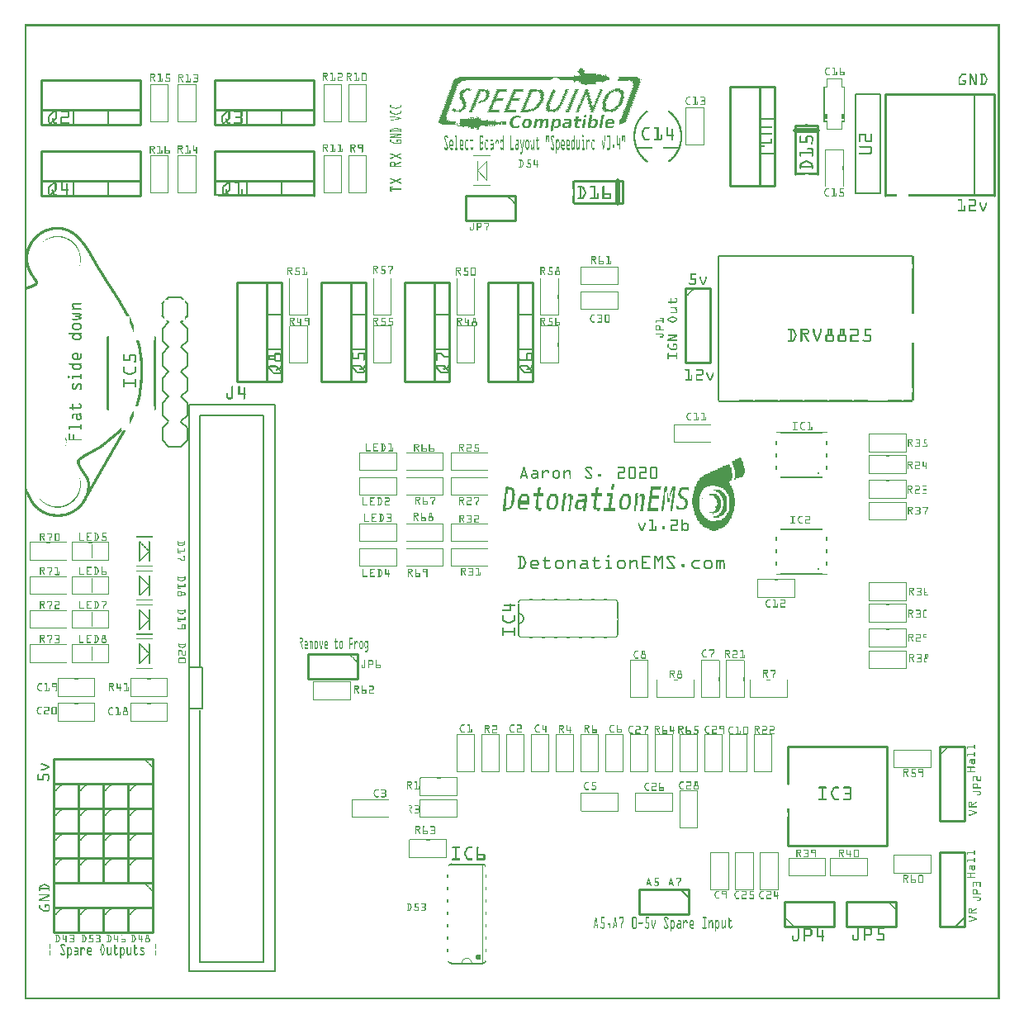
<source format=gto>
G04 MADE WITH FRITZING*
G04 WWW.FRITZING.ORG*
G04 DOUBLE SIDED*
G04 HOLES PLATED*
G04 CONTOUR ON CENTER OF CONTOUR VECTOR*
%ASAXBY*%
%FSLAX23Y23*%
%MOIN*%
%OFA0B0*%
%SFA1.0B1.0*%
%ADD10C,0.011920X0.0039196*%
%ADD11R,0.354200X2.295200X0.338200X2.279200*%
%ADD12C,0.008000*%
%ADD13R,0.063000X0.173200X0.047000X0.157200*%
%ADD14C,0.006000*%
%ADD15C,0.002000*%
%ADD16C,0.010000*%
%ADD17C,0.005000*%
%ADD18C,0.020000*%
%ADD19C,0.004861*%
%ADD20R,0.001000X0.001000*%
%LNSILK1*%
G90*
G70*
G54D10*
X3205Y2126D03*
X3205Y1738D03*
G54D12*
X664Y2403D02*
X1010Y2403D01*
X1010Y116D01*
X664Y116D01*
X664Y2403D01*
D02*
X664Y1342D02*
X719Y1342D01*
X719Y1177D01*
X664Y1177D01*
X664Y1342D01*
D02*
X657Y2409D02*
X657Y2359D01*
D02*
X657Y2359D02*
X632Y2334D01*
D02*
X582Y2334D02*
X557Y2359D01*
D02*
X632Y2534D02*
X657Y2509D01*
D02*
X657Y2509D02*
X657Y2459D01*
D02*
X657Y2459D02*
X632Y2434D01*
D02*
X582Y2434D02*
X557Y2459D01*
D02*
X557Y2459D02*
X557Y2509D01*
D02*
X557Y2509D02*
X582Y2534D01*
D02*
X657Y2409D02*
X632Y2434D01*
D02*
X582Y2434D02*
X557Y2409D01*
D02*
X557Y2359D02*
X557Y2409D01*
D02*
X657Y2709D02*
X657Y2659D01*
D02*
X657Y2659D02*
X632Y2634D01*
D02*
X582Y2634D02*
X557Y2659D01*
D02*
X632Y2634D02*
X657Y2609D01*
D02*
X657Y2609D02*
X657Y2559D01*
D02*
X657Y2559D02*
X632Y2534D01*
D02*
X582Y2534D02*
X557Y2559D01*
D02*
X557Y2559D02*
X557Y2609D01*
D02*
X557Y2609D02*
X582Y2634D01*
D02*
X657Y2709D02*
X632Y2734D01*
D02*
X582Y2734D02*
X557Y2709D01*
D02*
X557Y2659D02*
X557Y2709D01*
D02*
X657Y2809D02*
X657Y2759D01*
D02*
X632Y2834D02*
X582Y2834D01*
D02*
X557Y2759D02*
X557Y2809D01*
D02*
X657Y2308D02*
X657Y2258D01*
D02*
X657Y2258D02*
X632Y2233D01*
D02*
X582Y2233D02*
X557Y2258D01*
D02*
X657Y2308D02*
X632Y2333D01*
D02*
X582Y2333D02*
X557Y2308D01*
D02*
X557Y2258D02*
X557Y2308D01*
D02*
X632Y2233D02*
X582Y2233D01*
G54D14*
D02*
X1994Y1600D02*
X1994Y1558D01*
D02*
X1994Y1558D02*
X1994Y1518D01*
D02*
X1994Y1518D02*
X1994Y1476D01*
D02*
X1848Y547D02*
X1724Y547D01*
D02*
X1724Y147D02*
X1848Y147D01*
G54D15*
D02*
X1849Y147D02*
X1849Y547D01*
G54D16*
D02*
X519Y472D02*
X119Y472D01*
D02*
X119Y472D02*
X119Y372D01*
D02*
X119Y372D02*
X519Y372D01*
D02*
X519Y372D02*
X519Y472D01*
D02*
X519Y972D02*
X119Y972D01*
D02*
X119Y972D02*
X119Y872D01*
D02*
X119Y872D02*
X519Y872D01*
D02*
X519Y872D02*
X519Y972D01*
D02*
X119Y772D02*
X119Y672D01*
D02*
X119Y672D02*
X219Y672D01*
D02*
X219Y672D02*
X219Y772D01*
D02*
X219Y772D02*
X119Y772D01*
D02*
X219Y772D02*
X219Y672D01*
D02*
X219Y672D02*
X319Y672D01*
D02*
X319Y672D02*
X319Y772D01*
D02*
X319Y772D02*
X219Y772D01*
D02*
X319Y772D02*
X319Y672D01*
D02*
X319Y672D02*
X419Y672D01*
D02*
X419Y672D02*
X419Y772D01*
D02*
X419Y772D02*
X319Y772D01*
D02*
X319Y572D02*
X319Y472D01*
D02*
X319Y472D02*
X419Y472D01*
D02*
X419Y472D02*
X419Y572D01*
D02*
X419Y572D02*
X319Y572D01*
D02*
X119Y572D02*
X119Y472D01*
D02*
X119Y472D02*
X219Y472D01*
D02*
X219Y472D02*
X219Y572D01*
D02*
X219Y572D02*
X119Y572D01*
D02*
X219Y572D02*
X219Y472D01*
D02*
X219Y472D02*
X319Y472D01*
D02*
X319Y472D02*
X319Y572D01*
D02*
X319Y572D02*
X219Y572D01*
D02*
X419Y572D02*
X419Y472D01*
D02*
X419Y472D02*
X519Y472D01*
D02*
X519Y472D02*
X519Y572D01*
D02*
X519Y572D02*
X419Y572D01*
D02*
X119Y372D02*
X119Y272D01*
D02*
X119Y272D02*
X219Y272D01*
D02*
X219Y272D02*
X219Y372D01*
D02*
X219Y372D02*
X119Y372D01*
D02*
X219Y372D02*
X219Y272D01*
D02*
X219Y272D02*
X319Y272D01*
D02*
X319Y272D02*
X319Y372D01*
D02*
X319Y372D02*
X219Y372D01*
D02*
X119Y872D02*
X119Y772D01*
D02*
X119Y772D02*
X219Y772D01*
D02*
X219Y772D02*
X219Y872D01*
D02*
X219Y872D02*
X119Y872D01*
D02*
X219Y872D02*
X219Y772D01*
D02*
X219Y772D02*
X319Y772D01*
D02*
X319Y772D02*
X319Y872D01*
D02*
X319Y872D02*
X219Y872D01*
D02*
X319Y872D02*
X319Y772D01*
D02*
X319Y772D02*
X419Y772D01*
D02*
X419Y772D02*
X419Y872D01*
D02*
X419Y872D02*
X319Y872D01*
D02*
X419Y372D02*
X419Y272D01*
D02*
X419Y272D02*
X519Y272D01*
D02*
X519Y272D02*
X519Y372D01*
D02*
X519Y372D02*
X419Y372D01*
D02*
X319Y672D02*
X319Y572D01*
D02*
X319Y572D02*
X419Y572D01*
D02*
X419Y572D02*
X419Y672D01*
D02*
X419Y672D02*
X319Y672D01*
D02*
X419Y672D02*
X419Y572D01*
D02*
X419Y572D02*
X519Y572D01*
D02*
X519Y572D02*
X519Y672D01*
D02*
X519Y672D02*
X419Y672D01*
D02*
X1344Y1397D02*
X1144Y1397D01*
D02*
X1144Y1397D02*
X1144Y1297D01*
D02*
X1144Y1297D02*
X1344Y1297D01*
D02*
X1344Y1297D02*
X1344Y1397D01*
D02*
X119Y672D02*
X119Y572D01*
D02*
X119Y572D02*
X219Y572D01*
D02*
X219Y572D02*
X219Y672D01*
D02*
X219Y672D02*
X119Y672D01*
D02*
X219Y672D02*
X219Y572D01*
D02*
X219Y572D02*
X319Y572D01*
D02*
X319Y572D02*
X319Y672D01*
D02*
X319Y672D02*
X219Y672D01*
D02*
X419Y872D02*
X419Y772D01*
D02*
X419Y772D02*
X519Y772D01*
D02*
X519Y772D02*
X519Y872D01*
D02*
X519Y872D02*
X419Y872D01*
D02*
X319Y372D02*
X319Y272D01*
D02*
X319Y272D02*
X419Y272D01*
D02*
X419Y272D02*
X419Y372D01*
D02*
X419Y372D02*
X319Y372D01*
D02*
X419Y772D02*
X419Y672D01*
D02*
X419Y672D02*
X519Y672D01*
D02*
X519Y672D02*
X519Y772D01*
D02*
X519Y772D02*
X419Y772D01*
D02*
X3082Y622D02*
X3482Y622D01*
D02*
X3482Y622D02*
X3482Y1022D01*
D02*
X3482Y1022D02*
X3082Y1022D01*
D02*
X3082Y872D02*
X3082Y1022D01*
D02*
X1377Y2897D02*
X1377Y2497D01*
D02*
X1377Y2497D02*
X1197Y2497D01*
D02*
X1197Y2497D02*
X1197Y2897D01*
D02*
X1197Y2897D02*
X1377Y2897D01*
D02*
X1377Y2897D02*
X1377Y2497D01*
D02*
X1377Y2497D02*
X1317Y2497D01*
D02*
X1317Y2497D02*
X1317Y2897D01*
D02*
X1317Y2897D02*
X1377Y2897D01*
G54D17*
D02*
X1377Y2767D02*
X1317Y2767D01*
D02*
X1377Y2627D02*
X1317Y2627D01*
G54D16*
D02*
X2052Y2897D02*
X2052Y2497D01*
D02*
X2052Y2497D02*
X1872Y2497D01*
D02*
X1872Y2497D02*
X1872Y2897D01*
D02*
X1872Y2897D02*
X2052Y2897D01*
D02*
X2052Y2897D02*
X2052Y2497D01*
D02*
X2052Y2497D02*
X1992Y2497D01*
D02*
X1992Y2497D02*
X1992Y2897D01*
D02*
X1992Y2897D02*
X2052Y2897D01*
G54D17*
D02*
X2052Y2767D02*
X1992Y2767D01*
D02*
X2052Y2627D02*
X1992Y2627D01*
G54D16*
D02*
X1714Y2897D02*
X1714Y2497D01*
D02*
X1714Y2497D02*
X1534Y2497D01*
D02*
X1534Y2497D02*
X1534Y2897D01*
D02*
X1534Y2897D02*
X1714Y2897D01*
D02*
X1714Y2897D02*
X1714Y2497D01*
D02*
X1714Y2497D02*
X1654Y2497D01*
D02*
X1654Y2497D02*
X1654Y2897D01*
D02*
X1654Y2897D02*
X1714Y2897D01*
G54D17*
D02*
X1714Y2767D02*
X1654Y2767D01*
D02*
X1714Y2627D02*
X1654Y2627D01*
G54D16*
D02*
X1039Y2897D02*
X1039Y2497D01*
D02*
X1039Y2497D02*
X859Y2497D01*
D02*
X859Y2497D02*
X859Y2897D01*
D02*
X859Y2897D02*
X1039Y2897D01*
D02*
X1039Y2897D02*
X1039Y2497D01*
D02*
X1039Y2497D02*
X979Y2497D01*
D02*
X979Y2497D02*
X979Y2897D01*
D02*
X979Y2897D02*
X1039Y2897D01*
G54D17*
D02*
X1039Y2767D02*
X979Y2767D01*
D02*
X1039Y2627D02*
X979Y2627D01*
G54D16*
D02*
X3794Y297D02*
X3794Y597D01*
D02*
X3794Y597D02*
X3694Y597D01*
D02*
X3694Y597D02*
X3694Y297D01*
D02*
X3694Y297D02*
X3794Y297D01*
G54D17*
D02*
X3794Y332D02*
X3759Y297D01*
G54D16*
D02*
X3694Y1022D02*
X3694Y722D01*
D02*
X3694Y722D02*
X3794Y722D01*
D02*
X3794Y722D02*
X3794Y1022D01*
D02*
X3794Y1022D02*
X3694Y1022D01*
D02*
X1982Y3247D02*
X1782Y3247D01*
D02*
X1782Y3247D02*
X1782Y3147D01*
D02*
X1782Y3147D02*
X1982Y3147D01*
D02*
X1982Y3147D02*
X1982Y3247D01*
D02*
X2669Y2872D02*
X2669Y2572D01*
D02*
X2669Y2572D02*
X2769Y2572D01*
D02*
X2769Y2572D02*
X2769Y2872D01*
D02*
X2769Y2872D02*
X2669Y2872D01*
D02*
X3069Y297D02*
X3269Y297D01*
D02*
X3269Y297D02*
X3269Y397D01*
D02*
X3269Y397D02*
X3069Y397D01*
D02*
X3069Y397D02*
X3069Y297D01*
D02*
X2682Y447D02*
X2482Y447D01*
D02*
X2482Y447D02*
X2482Y347D01*
D02*
X2482Y347D02*
X2682Y347D01*
D02*
X2682Y347D02*
X2682Y447D01*
G54D17*
D02*
X2647Y447D02*
X2682Y412D01*
G54D16*
D02*
X3519Y397D02*
X3319Y397D01*
D02*
X3319Y397D02*
X3319Y297D01*
D02*
X3319Y297D02*
X3519Y297D01*
D02*
X3519Y297D02*
X3519Y397D01*
D02*
X3027Y3684D02*
X3027Y3284D01*
D02*
X3027Y3284D02*
X2847Y3284D01*
D02*
X2847Y3284D02*
X2847Y3684D01*
D02*
X2847Y3684D02*
X3027Y3684D01*
D02*
X3027Y3684D02*
X3027Y3284D01*
D02*
X3027Y3284D02*
X2967Y3284D01*
D02*
X2967Y3284D02*
X2967Y3684D01*
D02*
X2967Y3684D02*
X3027Y3684D01*
G54D17*
D02*
X3027Y3554D02*
X2967Y3554D01*
D02*
X3027Y3414D02*
X2967Y3414D01*
G54D16*
D02*
X2413Y3214D02*
X2218Y3214D01*
D02*
X2218Y3304D02*
X2413Y3304D01*
D02*
X2413Y3304D02*
X2413Y3214D01*
G54D18*
D02*
X2393Y3304D02*
X2393Y3214D01*
G54D16*
D02*
X3202Y3528D02*
X3202Y3333D01*
D02*
X3112Y3333D02*
X3112Y3528D01*
D02*
X3112Y3528D02*
X3202Y3528D01*
G54D18*
D02*
X3112Y3508D02*
X3202Y3508D01*
G54D17*
D02*
X3356Y3257D02*
X3456Y3257D01*
D02*
X3456Y3257D02*
X3456Y3657D01*
D02*
X3456Y3657D02*
X3356Y3657D01*
D02*
X3356Y3657D02*
X3356Y3257D01*
G54D16*
D02*
X469Y3246D02*
X69Y3246D01*
D02*
X69Y3246D02*
X69Y3426D01*
D02*
X69Y3426D02*
X469Y3426D01*
D02*
X469Y3426D02*
X469Y3246D01*
D02*
X469Y3246D02*
X69Y3246D01*
D02*
X69Y3246D02*
X69Y3306D01*
D02*
X69Y3306D02*
X469Y3306D01*
D02*
X469Y3306D02*
X469Y3246D01*
G54D17*
D02*
X339Y3246D02*
X339Y3306D01*
D02*
X199Y3246D02*
X199Y3306D01*
G54D16*
D02*
X1169Y3533D02*
X769Y3533D01*
D02*
X769Y3533D02*
X769Y3713D01*
D02*
X769Y3713D02*
X1169Y3713D01*
D02*
X1169Y3713D02*
X1169Y3533D01*
D02*
X1169Y3533D02*
X769Y3533D01*
D02*
X769Y3533D02*
X769Y3593D01*
D02*
X769Y3593D02*
X1169Y3593D01*
D02*
X1169Y3593D02*
X1169Y3533D01*
G54D17*
D02*
X1039Y3533D02*
X1039Y3593D01*
D02*
X899Y3533D02*
X899Y3593D01*
G54D16*
D02*
X469Y3533D02*
X69Y3533D01*
D02*
X69Y3533D02*
X69Y3713D01*
D02*
X69Y3713D02*
X469Y3713D01*
D02*
X469Y3713D02*
X469Y3533D01*
D02*
X469Y3533D02*
X69Y3533D01*
D02*
X69Y3533D02*
X69Y3593D01*
D02*
X69Y3593D02*
X469Y3593D01*
D02*
X469Y3593D02*
X469Y3533D01*
G54D17*
D02*
X339Y3533D02*
X339Y3593D01*
D02*
X199Y3533D02*
X199Y3593D01*
G54D16*
D02*
X769Y3426D02*
X1169Y3426D01*
D02*
X1169Y3426D02*
X1169Y3246D01*
D02*
X769Y3306D02*
X1169Y3306D01*
D02*
X1169Y3306D02*
X1169Y3246D01*
G54D17*
D02*
X1039Y3246D02*
X1039Y3306D01*
D02*
X899Y3246D02*
X899Y3306D01*
G54D16*
D02*
X3476Y3657D02*
X3476Y3247D01*
D02*
X3916Y3247D02*
X3916Y3657D01*
D02*
X3916Y3657D02*
X3476Y3657D01*
G54D17*
D02*
X3836Y3247D02*
X3836Y3657D01*
G36*
X2885Y2190D02*
X2885Y2186D01*
X2879Y2186D01*
X2879Y2181D01*
X2869Y2181D01*
X2869Y2177D01*
X2859Y2177D01*
X2859Y2172D01*
X2856Y2172D01*
X2856Y2168D01*
X2859Y2168D01*
X2859Y2158D01*
X2862Y2158D01*
X2862Y2149D01*
X2866Y2149D01*
X2866Y2140D01*
X2869Y2140D01*
X2869Y2104D01*
X2866Y2104D01*
X2866Y2100D01*
X2872Y2100D01*
X2872Y2104D01*
X2885Y2104D01*
X2885Y2109D01*
X2898Y2109D01*
X2898Y2113D01*
X2901Y2113D01*
X2901Y2118D01*
X2905Y2118D01*
X2905Y2127D01*
X2908Y2127D01*
X2908Y2145D01*
X2905Y2145D01*
X2905Y2154D01*
X2901Y2154D01*
X2901Y2172D01*
X2898Y2172D01*
X2898Y2177D01*
X2895Y2177D01*
X2895Y2186D01*
X2892Y2186D01*
X2892Y2190D01*
X2885Y2190D01*
G37*
D02*
G36*
X2840Y2163D02*
X2840Y2158D01*
X2830Y2158D01*
X2830Y2154D01*
X2817Y2154D01*
X2817Y2149D01*
X2807Y2149D01*
X2807Y2145D01*
X2797Y2145D01*
X2797Y2140D01*
X2788Y2140D01*
X2788Y2136D01*
X2778Y2136D01*
X2778Y2131D01*
X2768Y2131D01*
X2768Y2127D01*
X2758Y2127D01*
X2758Y2122D01*
X2749Y2122D01*
X2749Y2118D01*
X2742Y2118D01*
X2742Y2113D01*
X2736Y2113D01*
X2736Y2109D01*
X2729Y2109D01*
X2729Y2104D01*
X2726Y2104D01*
X2726Y2100D01*
X2723Y2100D01*
X2723Y2095D01*
X2719Y2095D01*
X2719Y2091D01*
X2716Y2091D01*
X2716Y2086D01*
X2713Y2086D01*
X2713Y2082D01*
X2710Y2082D01*
X2710Y2077D01*
X2788Y2077D01*
X2788Y2073D01*
X2801Y2073D01*
X2801Y2068D01*
X2810Y2068D01*
X2810Y2064D01*
X2820Y2064D01*
X2820Y2059D01*
X2827Y2059D01*
X2827Y2055D01*
X2830Y2055D01*
X2830Y2050D01*
X2833Y2050D01*
X2833Y2045D01*
X2836Y2045D01*
X2836Y2041D01*
X2840Y2041D01*
X2840Y2032D01*
X2843Y2032D01*
X2843Y2018D01*
X2846Y2018D01*
X2846Y1987D01*
X2843Y1987D01*
X2843Y1973D01*
X2840Y1973D01*
X2840Y1964D01*
X2836Y1964D01*
X2836Y1960D01*
X2833Y1960D01*
X2833Y1955D01*
X2830Y1955D01*
X2830Y1951D01*
X2827Y1951D01*
X2827Y1946D01*
X2820Y1946D01*
X2820Y1942D01*
X2814Y1942D01*
X2814Y1937D01*
X2791Y1937D01*
X2791Y1933D01*
X2846Y1933D01*
X2846Y1937D01*
X2849Y1937D01*
X2849Y1942D01*
X2853Y1942D01*
X2853Y1946D01*
X2856Y1946D01*
X2856Y1955D01*
X2859Y1955D01*
X2859Y1964D01*
X2862Y1964D01*
X2862Y1973D01*
X2866Y1973D01*
X2866Y1991D01*
X2869Y1991D01*
X2869Y2027D01*
X2866Y2027D01*
X2866Y2045D01*
X2862Y2045D01*
X2862Y2059D01*
X2859Y2059D01*
X2859Y2064D01*
X2856Y2064D01*
X2856Y2073D01*
X2853Y2073D01*
X2853Y2077D01*
X2849Y2077D01*
X2849Y2086D01*
X2846Y2086D01*
X2846Y2091D01*
X2849Y2091D01*
X2849Y2095D01*
X2853Y2095D01*
X2853Y2100D01*
X2856Y2100D01*
X2856Y2104D01*
X2859Y2104D01*
X2859Y2127D01*
X2856Y2127D01*
X2856Y2140D01*
X2853Y2140D01*
X2853Y2149D01*
X2849Y2149D01*
X2849Y2158D01*
X2846Y2158D01*
X2846Y2163D01*
X2840Y2163D01*
G37*
D02*
G36*
X2710Y2077D02*
X2710Y2073D01*
X2706Y2073D01*
X2706Y2064D01*
X2703Y2064D01*
X2703Y2055D01*
X2700Y2055D01*
X2700Y2041D01*
X2697Y2041D01*
X2697Y2027D01*
X2694Y2027D01*
X2694Y2000D01*
X2697Y2000D01*
X2697Y1987D01*
X2700Y1987D01*
X2700Y1973D01*
X2703Y1973D01*
X2703Y1964D01*
X2706Y1964D01*
X2706Y1955D01*
X2710Y1955D01*
X2710Y1946D01*
X2713Y1946D01*
X2713Y1942D01*
X2716Y1942D01*
X2716Y1937D01*
X2719Y1937D01*
X2719Y1933D01*
X2768Y1933D01*
X2768Y1937D01*
X2758Y1937D01*
X2758Y1942D01*
X2752Y1942D01*
X2752Y1946D01*
X2745Y1946D01*
X2745Y1951D01*
X2742Y1951D01*
X2742Y1955D01*
X2739Y1955D01*
X2739Y1960D01*
X2736Y1960D01*
X2736Y1964D01*
X2732Y1964D01*
X2732Y1969D01*
X2729Y1969D01*
X2729Y1978D01*
X2726Y1978D01*
X2726Y1991D01*
X2723Y1991D01*
X2723Y2018D01*
X2726Y2018D01*
X2726Y2032D01*
X2729Y2032D01*
X2729Y2041D01*
X2732Y2041D01*
X2732Y2050D01*
X2736Y2050D01*
X2736Y2055D01*
X2739Y2055D01*
X2739Y2059D01*
X2742Y2059D01*
X2742Y2064D01*
X2749Y2064D01*
X2749Y2068D01*
X2755Y2068D01*
X2755Y2073D01*
X2768Y2073D01*
X2768Y2077D01*
X2710Y2077D01*
G37*
D02*
G36*
X2723Y1933D02*
X2723Y1928D01*
X2843Y1928D01*
X2843Y1933D01*
X2723Y1933D01*
G37*
D02*
G36*
X2723Y1933D02*
X2723Y1928D01*
X2843Y1928D01*
X2843Y1933D01*
X2723Y1933D01*
G37*
D02*
G36*
X2726Y1928D02*
X2726Y1923D01*
X2729Y1923D01*
X2729Y1919D01*
X2736Y1919D01*
X2736Y1914D01*
X2739Y1914D01*
X2739Y1910D01*
X2745Y1910D01*
X2745Y1905D01*
X2755Y1905D01*
X2755Y1901D01*
X2765Y1901D01*
X2765Y1896D01*
X2775Y1896D01*
X2775Y1892D01*
X2791Y1892D01*
X2791Y1896D01*
X2801Y1896D01*
X2801Y1901D01*
X2814Y1901D01*
X2814Y1905D01*
X2820Y1905D01*
X2820Y1910D01*
X2827Y1910D01*
X2827Y1914D01*
X2833Y1914D01*
X2833Y1919D01*
X2836Y1919D01*
X2836Y1923D01*
X2840Y1923D01*
X2840Y1928D01*
X2726Y1928D01*
G37*
D02*
G36*
X2372Y2082D02*
X2372Y2073D01*
X2369Y2073D01*
X2369Y2059D01*
X2378Y2059D01*
X2378Y2068D01*
X2382Y2068D01*
X2382Y2082D01*
X2372Y2082D01*
G37*
D02*
G36*
X1943Y2073D02*
X1943Y2068D01*
X1940Y2068D01*
X1940Y2059D01*
X1966Y2059D01*
X1966Y2055D01*
X1969Y2055D01*
X1969Y2014D01*
X1966Y2014D01*
X1966Y2000D01*
X1963Y2000D01*
X1963Y1991D01*
X1959Y1991D01*
X1959Y1987D01*
X1969Y1987D01*
X1969Y1991D01*
X1972Y1991D01*
X1972Y2000D01*
X1976Y2000D01*
X1976Y2009D01*
X1979Y2009D01*
X1979Y2036D01*
X1982Y2036D01*
X1982Y2041D01*
X1979Y2041D01*
X1979Y2059D01*
X1976Y2059D01*
X1976Y2064D01*
X1969Y2064D01*
X1969Y2068D01*
X1956Y2068D01*
X1956Y2073D01*
X1943Y2073D01*
G37*
D02*
G36*
X1940Y2059D02*
X1940Y2045D01*
X1937Y2045D01*
X1937Y2023D01*
X1933Y2023D01*
X1933Y2000D01*
X1930Y2000D01*
X1930Y1987D01*
X1940Y1987D01*
X1940Y1991D01*
X1943Y1991D01*
X1943Y2014D01*
X1946Y2014D01*
X1946Y2041D01*
X1950Y2041D01*
X1950Y2059D01*
X1940Y2059D01*
G37*
D02*
G36*
X1930Y1987D02*
X1930Y1982D01*
X1966Y1982D01*
X1966Y1987D01*
X1930Y1987D01*
G37*
D02*
G36*
X1930Y1987D02*
X1930Y1982D01*
X1966Y1982D01*
X1966Y1987D01*
X1930Y1987D01*
G37*
D02*
G36*
X1930Y1982D02*
X1930Y1973D01*
X1943Y1973D01*
X1943Y1978D01*
X1959Y1978D01*
X1959Y1982D01*
X1930Y1982D01*
G37*
D02*
G36*
X2528Y2073D02*
X2528Y2055D01*
X2525Y2055D01*
X2525Y2032D01*
X2521Y2032D01*
X2521Y2009D01*
X2518Y2009D01*
X2518Y1987D01*
X2515Y1987D01*
X2515Y1973D01*
X2557Y1973D01*
X2557Y1987D01*
X2528Y1987D01*
X2528Y2005D01*
X2531Y2005D01*
X2531Y2023D01*
X2560Y2023D01*
X2560Y2036D01*
X2534Y2036D01*
X2534Y2055D01*
X2538Y2055D01*
X2538Y2059D01*
X2567Y2059D01*
X2567Y2068D01*
X2570Y2068D01*
X2570Y2073D01*
X2528Y2073D01*
G37*
D02*
G36*
X2583Y2073D02*
X2583Y2064D01*
X2580Y2064D01*
X2580Y2055D01*
X2593Y2055D01*
X2593Y2027D01*
X2599Y2027D01*
X2599Y2045D01*
X2596Y2045D01*
X2596Y2073D01*
X2583Y2073D01*
G37*
D02*
G36*
X2616Y2073D02*
X2616Y2064D01*
X2612Y2064D01*
X2612Y2055D01*
X2619Y2055D01*
X2619Y2041D01*
X2616Y2041D01*
X2616Y2018D01*
X2612Y2018D01*
X2612Y1996D01*
X2609Y1996D01*
X2609Y1973D01*
X2616Y1973D01*
X2616Y1982D01*
X2619Y1982D01*
X2619Y2005D01*
X2622Y2005D01*
X2622Y2027D01*
X2625Y2027D01*
X2625Y2055D01*
X2629Y2055D01*
X2629Y2073D01*
X2616Y2073D01*
G37*
D02*
G36*
X2580Y2055D02*
X2580Y2036D01*
X2577Y2036D01*
X2577Y2014D01*
X2573Y2014D01*
X2573Y1991D01*
X2570Y1991D01*
X2570Y1973D01*
X2577Y1973D01*
X2577Y1978D01*
X2580Y1978D01*
X2580Y2000D01*
X2583Y2000D01*
X2583Y2027D01*
X2586Y2027D01*
X2586Y2050D01*
X2590Y2050D01*
X2590Y2055D01*
X2580Y2055D01*
G37*
D02*
G36*
X2609Y2055D02*
X2609Y2045D01*
X2606Y2045D01*
X2606Y2036D01*
X2603Y2036D01*
X2603Y2027D01*
X2606Y2027D01*
X2606Y2032D01*
X2609Y2032D01*
X2609Y2041D01*
X2612Y2041D01*
X2612Y2050D01*
X2616Y2050D01*
X2616Y2055D01*
X2609Y2055D01*
G37*
D02*
G36*
X2593Y2027D02*
X2593Y2023D01*
X2606Y2023D01*
X2606Y2027D01*
X2593Y2027D01*
G37*
D02*
G36*
X2593Y2027D02*
X2593Y2023D01*
X2606Y2023D01*
X2606Y2027D01*
X2593Y2027D01*
G37*
D02*
G36*
X2593Y2023D02*
X2593Y2009D01*
X2603Y2009D01*
X2603Y2018D01*
X2606Y2018D01*
X2606Y2023D01*
X2593Y2023D01*
G37*
D02*
G36*
X2073Y2068D02*
X2073Y2064D01*
X2070Y2064D01*
X2070Y2045D01*
X2054Y2045D01*
X2054Y2032D01*
X2067Y2032D01*
X2067Y2018D01*
X2063Y2018D01*
X2063Y1991D01*
X2060Y1991D01*
X2060Y1987D01*
X2063Y1987D01*
X2063Y1978D01*
X2076Y1978D01*
X2076Y1973D01*
X2086Y1973D01*
X2086Y1978D01*
X2089Y1978D01*
X2089Y1987D01*
X2073Y1987D01*
X2073Y2014D01*
X2076Y2014D01*
X2076Y2032D01*
X2096Y2032D01*
X2096Y2045D01*
X2080Y2045D01*
X2080Y2059D01*
X2083Y2059D01*
X2083Y2068D01*
X2073Y2068D01*
G37*
D02*
G36*
X2307Y2068D02*
X2307Y2064D01*
X2304Y2064D01*
X2304Y2045D01*
X2287Y2045D01*
X2287Y2032D01*
X2300Y2032D01*
X2300Y2018D01*
X2297Y2018D01*
X2297Y1991D01*
X2294Y1991D01*
X2294Y1987D01*
X2297Y1987D01*
X2297Y1978D01*
X2310Y1978D01*
X2310Y1973D01*
X2320Y1973D01*
X2320Y1978D01*
X2323Y1978D01*
X2323Y1987D01*
X2307Y1987D01*
X2307Y2014D01*
X2310Y2014D01*
X2310Y2032D01*
X2330Y2032D01*
X2330Y2045D01*
X2313Y2045D01*
X2313Y2059D01*
X2317Y2059D01*
X2317Y2068D01*
X2307Y2068D01*
G37*
D02*
G36*
X2781Y2059D02*
X2781Y2055D01*
X2791Y2055D01*
X2791Y2050D01*
X2801Y2050D01*
X2801Y2045D01*
X2804Y2045D01*
X2804Y2041D01*
X2807Y2041D01*
X2807Y2036D01*
X2810Y2036D01*
X2810Y2032D01*
X2814Y2032D01*
X2814Y2027D01*
X2817Y2027D01*
X2817Y2014D01*
X2820Y2014D01*
X2820Y1991D01*
X2817Y1991D01*
X2817Y1978D01*
X2814Y1978D01*
X2814Y1973D01*
X2810Y1973D01*
X2810Y1964D01*
X2804Y1964D01*
X2804Y1960D01*
X2801Y1960D01*
X2801Y1955D01*
X2794Y1955D01*
X2794Y1951D01*
X2781Y1951D01*
X2781Y1946D01*
X2804Y1946D01*
X2804Y1951D01*
X2814Y1951D01*
X2814Y1955D01*
X2820Y1955D01*
X2820Y1960D01*
X2823Y1960D01*
X2823Y1964D01*
X2827Y1964D01*
X2827Y1969D01*
X2830Y1969D01*
X2830Y1973D01*
X2833Y1973D01*
X2833Y1982D01*
X2836Y1982D01*
X2836Y2023D01*
X2833Y2023D01*
X2833Y2032D01*
X2830Y2032D01*
X2830Y2036D01*
X2827Y2036D01*
X2827Y2041D01*
X2823Y2041D01*
X2823Y2045D01*
X2820Y2045D01*
X2820Y2050D01*
X2814Y2050D01*
X2814Y2055D01*
X2807Y2055D01*
X2807Y2059D01*
X2781Y2059D01*
G37*
D02*
G36*
X2177Y2045D02*
X2177Y2041D01*
X2174Y2041D01*
X2174Y2018D01*
X2171Y2018D01*
X2171Y1996D01*
X2167Y1996D01*
X2167Y1973D01*
X2177Y1973D01*
X2177Y1996D01*
X2180Y1996D01*
X2180Y2018D01*
X2184Y2018D01*
X2184Y2027D01*
X2187Y2027D01*
X2187Y2032D01*
X2184Y2032D01*
X2184Y2041D01*
X2187Y2041D01*
X2187Y2045D01*
X2177Y2045D01*
G37*
D02*
G36*
X2352Y2045D02*
X2352Y2032D01*
X2365Y2032D01*
X2365Y2027D01*
X2362Y2027D01*
X2362Y2005D01*
X2359Y2005D01*
X2359Y1987D01*
X2339Y1987D01*
X2339Y1973D01*
X2385Y1973D01*
X2385Y1987D01*
X2369Y1987D01*
X2369Y2000D01*
X2372Y2000D01*
X2372Y2023D01*
X2375Y2023D01*
X2375Y2045D01*
X2352Y2045D01*
G37*
D02*
G36*
X2469Y2045D02*
X2469Y2041D01*
X2466Y2041D01*
X2466Y2018D01*
X2463Y2018D01*
X2463Y1996D01*
X2460Y1996D01*
X2460Y1973D01*
X2469Y1973D01*
X2469Y1996D01*
X2473Y1996D01*
X2473Y2018D01*
X2476Y2018D01*
X2476Y2027D01*
X2479Y2027D01*
X2479Y2032D01*
X2476Y2032D01*
X2476Y2041D01*
X2479Y2041D01*
X2479Y2045D01*
X2469Y2045D01*
G37*
D02*
G36*
X2005Y2041D02*
X2005Y2036D01*
X2002Y2036D01*
X2002Y2032D01*
X2028Y2032D01*
X2028Y2014D01*
X2037Y2014D01*
X2037Y2032D01*
X2034Y2032D01*
X2034Y2036D01*
X2031Y2036D01*
X2031Y2041D01*
X2005Y2041D01*
G37*
D02*
G36*
X1998Y2032D02*
X1998Y2027D01*
X1995Y2027D01*
X1995Y2018D01*
X1992Y2018D01*
X1992Y2014D01*
X2005Y2014D01*
X2005Y2027D01*
X2008Y2027D01*
X2008Y2032D01*
X1998Y2032D01*
G37*
D02*
G36*
X1992Y2014D02*
X1992Y2009D01*
X2037Y2009D01*
X2037Y2014D01*
X1992Y2014D01*
G37*
D02*
G36*
X1992Y2014D02*
X1992Y2009D01*
X2037Y2009D01*
X2037Y2014D01*
X1992Y2014D01*
G37*
D02*
G36*
X1992Y2009D02*
X1992Y1987D01*
X1995Y1987D01*
X1995Y1982D01*
X1998Y1982D01*
X1998Y1978D01*
X2031Y1978D01*
X2031Y1987D01*
X2002Y1987D01*
X2002Y2000D01*
X2037Y2000D01*
X2037Y2009D01*
X1992Y2009D01*
G37*
D02*
G36*
X2122Y2041D02*
X2122Y2036D01*
X2119Y2036D01*
X2119Y2032D01*
X2141Y2032D01*
X2141Y2027D01*
X2145Y2027D01*
X2145Y2000D01*
X2141Y2000D01*
X2141Y1991D01*
X2138Y1991D01*
X2138Y1987D01*
X2148Y1987D01*
X2148Y1991D01*
X2151Y1991D01*
X2151Y2000D01*
X2154Y2000D01*
X2154Y2032D01*
X2151Y2032D01*
X2151Y2036D01*
X2148Y2036D01*
X2148Y2041D01*
X2122Y2041D01*
G37*
D02*
G36*
X2115Y2032D02*
X2115Y2027D01*
X2112Y2027D01*
X2112Y2018D01*
X2109Y2018D01*
X2109Y1987D01*
X2122Y1987D01*
X2122Y1991D01*
X2119Y1991D01*
X2119Y2014D01*
X2122Y2014D01*
X2122Y2027D01*
X2125Y2027D01*
X2125Y2032D01*
X2115Y2032D01*
G37*
D02*
G36*
X2112Y1987D02*
X2112Y1982D01*
X2145Y1982D01*
X2145Y1987D01*
X2112Y1987D01*
G37*
D02*
G36*
X2112Y1987D02*
X2112Y1982D01*
X2145Y1982D01*
X2145Y1987D01*
X2112Y1987D01*
G37*
D02*
G36*
X2115Y1982D02*
X2115Y1978D01*
X2141Y1978D01*
X2141Y1982D01*
X2115Y1982D01*
G37*
D02*
G36*
X2193Y2041D02*
X2193Y2036D01*
X2190Y2036D01*
X2190Y2032D01*
X2200Y2032D01*
X2200Y2000D01*
X2197Y2000D01*
X2197Y1978D01*
X2193Y1978D01*
X2193Y1973D01*
X2206Y1973D01*
X2206Y1996D01*
X2209Y1996D01*
X2209Y2018D01*
X2213Y2018D01*
X2213Y2036D01*
X2209Y2036D01*
X2209Y2041D01*
X2193Y2041D01*
G37*
D02*
G36*
X2235Y2041D02*
X2235Y2032D01*
X2261Y2032D01*
X2261Y2023D01*
X2252Y2023D01*
X2252Y2018D01*
X2232Y2018D01*
X2232Y2014D01*
X2229Y2014D01*
X2229Y2009D01*
X2258Y2009D01*
X2258Y1996D01*
X2255Y1996D01*
X2255Y1991D01*
X2252Y1991D01*
X2252Y1987D01*
X2255Y1987D01*
X2255Y1973D01*
X2265Y1973D01*
X2265Y1987D01*
X2268Y1987D01*
X2268Y2009D01*
X2271Y2009D01*
X2271Y2036D01*
X2268Y2036D01*
X2268Y2041D01*
X2235Y2041D01*
G37*
D02*
G36*
X2226Y2009D02*
X2226Y2000D01*
X2222Y2000D01*
X2222Y1987D01*
X2235Y1987D01*
X2235Y2005D01*
X2239Y2005D01*
X2239Y2009D01*
X2226Y2009D01*
G37*
D02*
G36*
X2226Y1987D02*
X2226Y1982D01*
X2229Y1982D01*
X2229Y1978D01*
X2248Y1978D01*
X2248Y1982D01*
X2252Y1982D01*
X2252Y1987D01*
X2226Y1987D01*
G37*
D02*
G36*
X2414Y2041D02*
X2414Y2036D01*
X2411Y2036D01*
X2411Y2032D01*
X2434Y2032D01*
X2434Y2027D01*
X2437Y2027D01*
X2437Y2000D01*
X2434Y2000D01*
X2434Y1991D01*
X2430Y1991D01*
X2430Y1987D01*
X2440Y1987D01*
X2440Y1991D01*
X2443Y1991D01*
X2443Y2000D01*
X2447Y2000D01*
X2447Y2032D01*
X2443Y2032D01*
X2443Y2036D01*
X2440Y2036D01*
X2440Y2041D01*
X2414Y2041D01*
G37*
D02*
G36*
X2408Y2032D02*
X2408Y2027D01*
X2404Y2027D01*
X2404Y2018D01*
X2401Y2018D01*
X2401Y1987D01*
X2414Y1987D01*
X2414Y1991D01*
X2411Y1991D01*
X2411Y2014D01*
X2414Y2014D01*
X2414Y2027D01*
X2417Y2027D01*
X2417Y2032D01*
X2408Y2032D01*
G37*
D02*
G36*
X2404Y1987D02*
X2404Y1982D01*
X2437Y1982D01*
X2437Y1987D01*
X2404Y1987D01*
G37*
D02*
G36*
X2404Y1987D02*
X2404Y1982D01*
X2437Y1982D01*
X2437Y1987D01*
X2404Y1987D01*
G37*
D02*
G36*
X2408Y1982D02*
X2408Y1978D01*
X2434Y1978D01*
X2434Y1982D01*
X2408Y1982D01*
G37*
D02*
G36*
X2486Y2041D02*
X2486Y2036D01*
X2482Y2036D01*
X2482Y2032D01*
X2492Y2032D01*
X2492Y2000D01*
X2489Y2000D01*
X2489Y1978D01*
X2486Y1978D01*
X2486Y1973D01*
X2499Y1973D01*
X2499Y1996D01*
X2502Y1996D01*
X2502Y2018D01*
X2505Y2018D01*
X2505Y2036D01*
X2502Y2036D01*
X2502Y2041D01*
X2486Y2041D01*
G37*
D02*
G36*
X2765Y2041D02*
X2765Y2036D01*
X2781Y2036D01*
X2781Y2032D01*
X2784Y2032D01*
X2784Y2027D01*
X2788Y2027D01*
X2788Y2023D01*
X2791Y2023D01*
X2791Y2018D01*
X2794Y2018D01*
X2794Y2005D01*
X2797Y2005D01*
X2797Y2000D01*
X2794Y2000D01*
X2794Y1991D01*
X2788Y1991D01*
X2788Y1987D01*
X2791Y1987D01*
X2791Y1978D01*
X2788Y1978D01*
X2788Y1973D01*
X2781Y1973D01*
X2781Y1969D01*
X2765Y1969D01*
X2765Y1964D01*
X2778Y1964D01*
X2778Y1960D01*
X2781Y1960D01*
X2781Y1964D01*
X2794Y1964D01*
X2794Y1969D01*
X2801Y1969D01*
X2801Y1973D01*
X2804Y1973D01*
X2804Y1978D01*
X2807Y1978D01*
X2807Y1987D01*
X2810Y1987D01*
X2810Y2018D01*
X2807Y2018D01*
X2807Y2027D01*
X2804Y2027D01*
X2804Y2032D01*
X2801Y2032D01*
X2801Y2036D01*
X2794Y2036D01*
X2794Y2041D01*
X2765Y2041D01*
G37*
D02*
G36*
X2736Y2027D02*
X2736Y2023D01*
X2739Y2023D01*
X2739Y2027D01*
X2736Y2027D01*
G37*
D02*
G36*
X2651Y2068D02*
X2651Y2064D01*
X2645Y2064D01*
X2645Y2059D01*
X2677Y2059D01*
X2677Y2055D01*
X2681Y2055D01*
X2681Y2068D01*
X2651Y2068D01*
G37*
D02*
G36*
X2645Y2059D02*
X2645Y2055D01*
X2642Y2055D01*
X2642Y2045D01*
X2638Y2045D01*
X2638Y2036D01*
X2642Y2036D01*
X2642Y2032D01*
X2645Y2032D01*
X2645Y2027D01*
X2648Y2027D01*
X2648Y2023D01*
X2658Y2023D01*
X2658Y2018D01*
X2664Y2018D01*
X2664Y2009D01*
X2668Y2009D01*
X2668Y1996D01*
X2664Y1996D01*
X2664Y1991D01*
X2661Y1991D01*
X2661Y1987D01*
X2674Y1987D01*
X2674Y1996D01*
X2677Y1996D01*
X2677Y2014D01*
X2674Y2014D01*
X2674Y2023D01*
X2668Y2023D01*
X2668Y2027D01*
X2661Y2027D01*
X2661Y2032D01*
X2655Y2032D01*
X2655Y2036D01*
X2651Y2036D01*
X2651Y2041D01*
X2648Y2041D01*
X2648Y2050D01*
X2651Y2050D01*
X2651Y2055D01*
X2655Y2055D01*
X2655Y2059D01*
X2645Y2059D01*
G37*
D02*
G36*
X2632Y1996D02*
X2632Y1987D01*
X2642Y1987D01*
X2642Y1991D01*
X2635Y1991D01*
X2635Y1996D01*
X2632Y1996D01*
G37*
D02*
G36*
X2632Y1987D02*
X2632Y1982D01*
X2671Y1982D01*
X2671Y1987D01*
X2632Y1987D01*
G37*
D02*
G36*
X2632Y1987D02*
X2632Y1982D01*
X2671Y1982D01*
X2671Y1987D01*
X2632Y1987D01*
G37*
D02*
G36*
X2635Y1982D02*
X2635Y1978D01*
X2664Y1978D01*
X2664Y1982D01*
X2635Y1982D01*
G37*
D02*
G36*
X2245Y3761D02*
X2245Y3760D01*
X2247Y3760D01*
X2247Y3761D01*
X2245Y3761D01*
G37*
D02*
G36*
X2244Y3760D02*
X2244Y3759D01*
X2245Y3759D01*
X2245Y3760D01*
X2244Y3760D01*
G37*
D02*
G36*
X2247Y3760D02*
X2247Y3759D01*
X2248Y3759D01*
X2248Y3760D01*
X2247Y3760D01*
G37*
D02*
G36*
X2243Y3759D02*
X2243Y3758D01*
X2244Y3758D01*
X2244Y3759D01*
X2243Y3759D01*
G37*
D02*
G36*
X2248Y3759D02*
X2248Y3758D01*
X2249Y3758D01*
X2249Y3759D01*
X2248Y3759D01*
G37*
D02*
G36*
X2241Y3758D02*
X2241Y3757D01*
X2243Y3757D01*
X2243Y3758D01*
X2241Y3758D01*
G37*
D02*
G36*
X2249Y3758D02*
X2249Y3757D01*
X2253Y3757D01*
X2253Y3756D01*
X2254Y3756D01*
X2254Y3758D01*
X2249Y3758D01*
G37*
D02*
G36*
X2240Y3757D02*
X2240Y3756D01*
X2241Y3756D01*
X2241Y3757D01*
X2240Y3757D01*
G37*
D02*
G36*
X2239Y3756D02*
X2239Y3755D01*
X2240Y3755D01*
X2240Y3756D01*
X2239Y3756D01*
G37*
D02*
G36*
X2254Y3756D02*
X2254Y3755D01*
X2255Y3755D01*
X2255Y3754D01*
X2257Y3754D01*
X2257Y3752D01*
X2258Y3752D01*
X2258Y3751D01*
X2259Y3751D01*
X2259Y3744D01*
X2260Y3744D01*
X2260Y3752D01*
X2259Y3752D01*
X2259Y3754D01*
X2258Y3754D01*
X2258Y3755D01*
X2257Y3755D01*
X2257Y3756D01*
X2254Y3756D01*
G37*
D02*
G36*
X2238Y3755D02*
X2238Y3754D01*
X2239Y3754D01*
X2239Y3755D01*
X2238Y3755D01*
G37*
D02*
G36*
X2237Y3754D02*
X2237Y3752D01*
X2238Y3752D01*
X2238Y3754D01*
X2237Y3754D01*
G37*
D02*
G36*
X2236Y3752D02*
X2236Y3751D01*
X2237Y3751D01*
X2237Y3752D01*
X2236Y3752D01*
G37*
D02*
G36*
X2235Y3751D02*
X2235Y3750D01*
X2236Y3750D01*
X2236Y3751D01*
X2235Y3751D01*
G37*
D02*
G36*
X2233Y3750D02*
X2233Y3749D01*
X2232Y3749D01*
X2232Y3748D01*
X2231Y3748D01*
X2231Y3745D01*
X2232Y3745D01*
X2232Y3747D01*
X2233Y3747D01*
X2233Y3748D01*
X2234Y3748D01*
X2234Y3749D01*
X2235Y3749D01*
X2235Y3750D01*
X2233Y3750D01*
G37*
D02*
G36*
X2232Y3745D02*
X2232Y3744D01*
X2233Y3744D01*
X2233Y3745D01*
X2232Y3745D01*
G37*
D02*
G36*
X2233Y3744D02*
X2233Y3742D01*
X2234Y3742D01*
X2234Y3744D01*
X2233Y3744D01*
G37*
D02*
G36*
X2260Y3744D02*
X2260Y3742D01*
X2261Y3742D01*
X2261Y3744D01*
X2260Y3744D01*
G37*
D02*
G36*
X2234Y3742D02*
X2234Y3741D01*
X2235Y3741D01*
X2235Y3742D01*
X2234Y3742D01*
G37*
D02*
G36*
X2261Y3742D02*
X2261Y3741D01*
X2273Y3741D01*
X2273Y3742D01*
X2261Y3742D01*
G37*
D02*
G36*
X2286Y3742D02*
X2286Y3741D01*
X2303Y3741D01*
X2303Y3742D01*
X2286Y3742D01*
G37*
D02*
G36*
X2235Y3741D02*
X2235Y3740D01*
X2236Y3740D01*
X2236Y3741D01*
X2235Y3741D01*
G37*
D02*
G36*
X2273Y3741D02*
X2273Y3740D01*
X2274Y3740D01*
X2274Y3741D01*
X2273Y3741D01*
G37*
D02*
G36*
X2285Y3741D02*
X2285Y3740D01*
X2286Y3740D01*
X2286Y3741D01*
X2285Y3741D01*
G37*
D02*
G36*
X2303Y3741D02*
X2303Y3740D01*
X2304Y3740D01*
X2304Y3741D01*
X2303Y3741D01*
G37*
D02*
G36*
X2236Y3740D02*
X2236Y3739D01*
X2237Y3739D01*
X2237Y3740D01*
X2236Y3740D01*
G37*
D02*
G36*
X2274Y3740D02*
X2274Y3739D01*
X2285Y3739D01*
X2285Y3740D01*
X2274Y3740D01*
G37*
D02*
G36*
X2304Y3740D02*
X2304Y3739D01*
X2305Y3739D01*
X2305Y3740D01*
X2304Y3740D01*
G37*
D02*
G36*
X2237Y3739D02*
X2237Y3738D01*
X2238Y3738D01*
X2238Y3739D01*
X2237Y3739D01*
G37*
D02*
G36*
X2305Y3739D02*
X2305Y3738D01*
X2306Y3738D01*
X2306Y3739D01*
X2305Y3739D01*
G37*
D02*
G36*
X2238Y3738D02*
X2238Y3737D01*
X2239Y3737D01*
X2239Y3738D01*
X2238Y3738D01*
G37*
D02*
G36*
X2306Y3738D02*
X2306Y3737D01*
X2307Y3737D01*
X2307Y3738D01*
X2306Y3738D01*
G37*
D02*
G36*
X2239Y3737D02*
X2239Y3736D01*
X2240Y3736D01*
X2240Y3737D01*
X2239Y3737D01*
G37*
D02*
G36*
X2307Y3737D02*
X2307Y3736D01*
X2308Y3736D01*
X2308Y3737D01*
X2307Y3737D01*
G37*
D02*
G36*
X2240Y3736D02*
X2240Y3731D01*
X2239Y3731D01*
X2239Y3730D01*
X2241Y3730D01*
X2241Y3732D01*
X2243Y3732D01*
X2243Y3735D01*
X2241Y3735D01*
X2241Y3736D01*
X2240Y3736D01*
G37*
D02*
G36*
X2308Y3736D02*
X2308Y3735D01*
X2309Y3735D01*
X2309Y3736D01*
X2308Y3736D01*
G37*
D02*
G36*
X2309Y3735D02*
X2309Y3734D01*
X2310Y3734D01*
X2310Y3732D01*
X2329Y3732D01*
X2329Y3734D01*
X2330Y3734D01*
X2330Y3735D01*
X2309Y3735D01*
G37*
D02*
G36*
X2344Y3735D02*
X2344Y3734D01*
X2343Y3734D01*
X2343Y3732D01*
X2345Y3732D01*
X2345Y3734D01*
X2346Y3734D01*
X2346Y3735D01*
X2344Y3735D01*
G37*
D02*
G36*
X2330Y3734D02*
X2330Y3732D01*
X2331Y3732D01*
X2331Y3731D01*
X2333Y3731D01*
X2333Y3732D01*
X2332Y3732D01*
X2332Y3734D01*
X2330Y3734D01*
G37*
D02*
G36*
X2346Y3734D02*
X2346Y3732D01*
X2347Y3732D01*
X2347Y3734D01*
X2346Y3734D01*
G37*
D02*
G36*
X2342Y3732D02*
X2342Y3731D01*
X2343Y3731D01*
X2343Y3732D01*
X2342Y3732D01*
G37*
D02*
G36*
X2347Y3732D02*
X2347Y3731D01*
X2348Y3731D01*
X2348Y3732D01*
X2347Y3732D01*
G37*
D02*
G36*
X2217Y3731D02*
X2217Y3730D01*
X2222Y3730D01*
X2222Y3731D01*
X2217Y3731D01*
G37*
D02*
G36*
X2333Y3731D02*
X2333Y3730D01*
X2342Y3730D01*
X2342Y3731D01*
X2333Y3731D01*
G37*
D02*
G36*
X2348Y3731D02*
X2348Y3730D01*
X2349Y3730D01*
X2349Y3731D01*
X2348Y3731D01*
G37*
D02*
G36*
X2216Y3730D02*
X2216Y3729D01*
X2217Y3729D01*
X2217Y3730D01*
X2216Y3730D01*
G37*
D02*
G36*
X2222Y3730D02*
X2222Y3729D01*
X2239Y3729D01*
X2239Y3730D01*
X2222Y3730D01*
G37*
D02*
G36*
X2349Y3730D02*
X2349Y3729D01*
X2350Y3729D01*
X2350Y3730D01*
X2349Y3730D01*
G37*
D02*
G36*
X2214Y3729D02*
X2214Y3728D01*
X2216Y3728D01*
X2216Y3729D01*
X2214Y3729D01*
G37*
D02*
G36*
X2245Y3758D02*
X2245Y3757D01*
X2244Y3757D01*
X2244Y3756D01*
X2243Y3756D01*
X2243Y3755D01*
X2240Y3755D01*
X2240Y3754D01*
X2239Y3754D01*
X2239Y3752D01*
X2238Y3752D01*
X2238Y3751D01*
X2237Y3751D01*
X2237Y3750D01*
X2236Y3750D01*
X2236Y3749D01*
X2235Y3749D01*
X2235Y3748D01*
X2234Y3748D01*
X2234Y3747D01*
X2233Y3747D01*
X2233Y3746D01*
X2234Y3746D01*
X2234Y3745D01*
X2235Y3745D01*
X2235Y3744D01*
X2236Y3744D01*
X2236Y3742D01*
X2237Y3742D01*
X2237Y3741D01*
X2238Y3741D01*
X2238Y3740D01*
X2239Y3740D01*
X2239Y3739D01*
X2240Y3739D01*
X2240Y3738D01*
X2274Y3738D01*
X2274Y3739D01*
X2272Y3739D01*
X2272Y3740D01*
X2261Y3740D01*
X2261Y3741D01*
X2260Y3741D01*
X2260Y3742D01*
X2259Y3742D01*
X2259Y3744D01*
X2258Y3744D01*
X2258Y3751D01*
X2257Y3751D01*
X2257Y3752D01*
X2255Y3752D01*
X2255Y3754D01*
X2254Y3754D01*
X2254Y3755D01*
X2253Y3755D01*
X2253Y3756D01*
X2249Y3756D01*
X2249Y3757D01*
X2247Y3757D01*
X2247Y3758D01*
X2245Y3758D01*
G37*
D02*
G36*
X2287Y3740D02*
X2287Y3739D01*
X2285Y3739D01*
X2285Y3738D01*
X2304Y3738D01*
X2304Y3739D01*
X2303Y3739D01*
X2303Y3740D01*
X2287Y3740D01*
G37*
D02*
G36*
X2241Y3738D02*
X2241Y3737D01*
X2304Y3737D01*
X2304Y3738D01*
X2241Y3738D01*
G37*
D02*
G36*
X2241Y3738D02*
X2241Y3737D01*
X2304Y3737D01*
X2304Y3738D01*
X2241Y3738D01*
G37*
D02*
G36*
X2241Y3737D02*
X2241Y3736D01*
X2243Y3736D01*
X2243Y3735D01*
X2244Y3735D01*
X2244Y3732D01*
X2243Y3732D01*
X2243Y3730D01*
X2241Y3730D01*
X2241Y3729D01*
X2333Y3729D01*
X2333Y3730D01*
X2331Y3730D01*
X2331Y3731D01*
X2309Y3731D01*
X2309Y3732D01*
X2308Y3732D01*
X2308Y3734D01*
X2307Y3734D01*
X2307Y3735D01*
X2306Y3735D01*
X2306Y3736D01*
X2305Y3736D01*
X2305Y3737D01*
X2241Y3737D01*
G37*
D02*
G36*
X2343Y3731D02*
X2343Y3730D01*
X2342Y3730D01*
X2342Y3729D01*
X2348Y3729D01*
X2348Y3730D01*
X2347Y3730D01*
X2347Y3731D01*
X2343Y3731D01*
G37*
D02*
G36*
X2218Y3729D02*
X2218Y3728D01*
X2222Y3728D01*
X2222Y3729D01*
X2218Y3729D01*
G37*
D02*
G36*
X2240Y3729D02*
X2240Y3728D01*
X2349Y3728D01*
X2349Y3729D01*
X2240Y3729D01*
G37*
D02*
G36*
X2240Y3729D02*
X2240Y3728D01*
X2349Y3728D01*
X2349Y3729D01*
X2240Y3729D01*
G37*
D02*
G36*
X2217Y3728D02*
X2217Y3727D01*
X2350Y3727D01*
X2350Y3728D01*
X2217Y3728D01*
G37*
D02*
G36*
X2217Y3728D02*
X2217Y3727D01*
X2350Y3727D01*
X2350Y3728D01*
X2217Y3728D01*
G37*
D02*
G36*
X2216Y3727D02*
X2216Y3726D01*
X2353Y3726D01*
X2353Y3727D01*
X2216Y3727D01*
G37*
D02*
G36*
X2355Y3727D02*
X2355Y3726D01*
X2359Y3726D01*
X2359Y3725D01*
X2360Y3725D01*
X2360Y3723D01*
X2359Y3723D01*
X2359Y3720D01*
X2361Y3720D01*
X2361Y3727D01*
X2355Y3727D01*
G37*
D02*
G36*
X1736Y3712D02*
X1736Y3711D01*
X1734Y3711D01*
X1734Y3710D01*
X1733Y3710D01*
X1733Y3708D01*
X1732Y3708D01*
X1732Y3705D01*
X1731Y3705D01*
X1731Y3702D01*
X1730Y3702D01*
X1730Y3700D01*
X1729Y3700D01*
X1729Y3697D01*
X1728Y3697D01*
X1728Y3693D01*
X1727Y3693D01*
X1727Y3691D01*
X1726Y3691D01*
X1726Y3689D01*
X1725Y3689D01*
X1725Y3686D01*
X1724Y3686D01*
X1724Y3682D01*
X1723Y3682D01*
X1723Y3679D01*
X1722Y3679D01*
X1722Y3677D01*
X1720Y3677D01*
X1720Y3673D01*
X1719Y3673D01*
X1719Y3670D01*
X1718Y3670D01*
X1718Y3668D01*
X1717Y3668D01*
X1717Y3664D01*
X1716Y3664D01*
X1716Y3662D01*
X1715Y3662D01*
X1715Y3659D01*
X1714Y3659D01*
X1714Y3655D01*
X1713Y3655D01*
X1713Y3653D01*
X1712Y3653D01*
X1712Y3650D01*
X1711Y3650D01*
X1711Y3646D01*
X1710Y3646D01*
X1710Y3644D01*
X1709Y3644D01*
X1709Y3641D01*
X1708Y3641D01*
X1708Y3639D01*
X1706Y3639D01*
X1706Y3635D01*
X1705Y3635D01*
X1705Y3632D01*
X1704Y3632D01*
X1704Y3630D01*
X1703Y3630D01*
X1703Y3626D01*
X1702Y3626D01*
X1702Y3623D01*
X1701Y3623D01*
X1701Y3621D01*
X1700Y3621D01*
X1700Y3617D01*
X1699Y3617D01*
X1699Y3615D01*
X1698Y3615D01*
X1698Y3612D01*
X1697Y3612D01*
X1697Y3609D01*
X1696Y3609D01*
X1696Y3606D01*
X1695Y3606D01*
X1695Y3603D01*
X1693Y3603D01*
X1693Y3600D01*
X1692Y3600D01*
X1692Y3597D01*
X1691Y3597D01*
X1691Y3594D01*
X1690Y3594D01*
X1690Y3591D01*
X1689Y3591D01*
X1689Y3588D01*
X1688Y3588D01*
X1688Y3585D01*
X1687Y3585D01*
X1687Y3583D01*
X1686Y3583D01*
X1686Y3580D01*
X1685Y3580D01*
X1685Y3576D01*
X1684Y3576D01*
X1684Y3573D01*
X1683Y3573D01*
X1683Y3571D01*
X1682Y3571D01*
X1682Y3567D01*
X1681Y3567D01*
X1681Y3564D01*
X1679Y3564D01*
X1679Y3562D01*
X1678Y3562D01*
X1678Y3558D01*
X1677Y3558D01*
X1677Y3556D01*
X1676Y3556D01*
X1676Y3552D01*
X1675Y3552D01*
X1675Y3548D01*
X1674Y3548D01*
X1674Y3540D01*
X1675Y3540D01*
X1675Y3539D01*
X1676Y3539D01*
X1676Y3538D01*
X1677Y3538D01*
X1677Y3537D01*
X1681Y3537D01*
X1681Y3536D01*
X1688Y3536D01*
X1688Y3535D01*
X1739Y3535D01*
X1739Y3540D01*
X1740Y3540D01*
X1740Y3542D01*
X1741Y3542D01*
X1741Y3544D01*
X1725Y3544D01*
X1725Y3545D01*
X1717Y3545D01*
X1717Y3546D01*
X1713Y3546D01*
X1713Y3547D01*
X1710Y3547D01*
X1710Y3548D01*
X1709Y3548D01*
X1709Y3549D01*
X1706Y3549D01*
X1706Y3551D01*
X1705Y3551D01*
X1705Y3552D01*
X1704Y3552D01*
X1704Y3553D01*
X1703Y3553D01*
X1703Y3555D01*
X1702Y3555D01*
X1702Y3556D01*
X1701Y3556D01*
X1701Y3566D01*
X1702Y3566D01*
X1702Y3570D01*
X1703Y3570D01*
X1703Y3573D01*
X1704Y3573D01*
X1704Y3576D01*
X1705Y3576D01*
X1705Y3580D01*
X1706Y3580D01*
X1706Y3582D01*
X1708Y3582D01*
X1708Y3584D01*
X1709Y3584D01*
X1709Y3588D01*
X1710Y3588D01*
X1710Y3591D01*
X1711Y3591D01*
X1711Y3594D01*
X1712Y3594D01*
X1712Y3596D01*
X1713Y3596D01*
X1713Y3600D01*
X1714Y3600D01*
X1714Y3603D01*
X1715Y3603D01*
X1715Y3605D01*
X1716Y3605D01*
X1716Y3609D01*
X1717Y3609D01*
X1717Y3612D01*
X1718Y3612D01*
X1718Y3614D01*
X1719Y3614D01*
X1719Y3617D01*
X1720Y3617D01*
X1720Y3620D01*
X1722Y3620D01*
X1722Y3623D01*
X1723Y3623D01*
X1723Y3626D01*
X1724Y3626D01*
X1724Y3629D01*
X1725Y3629D01*
X1725Y3632D01*
X1726Y3632D01*
X1726Y3635D01*
X1727Y3635D01*
X1727Y3638D01*
X1728Y3638D01*
X1728Y3641D01*
X1729Y3641D01*
X1729Y3643D01*
X1730Y3643D01*
X1730Y3646D01*
X1731Y3646D01*
X1731Y3650D01*
X1732Y3650D01*
X1732Y3652D01*
X1733Y3652D01*
X1733Y3655D01*
X1734Y3655D01*
X1734Y3659D01*
X1736Y3659D01*
X1736Y3661D01*
X1737Y3661D01*
X1737Y3664D01*
X1738Y3664D01*
X1738Y3667D01*
X1739Y3667D01*
X1739Y3670D01*
X1740Y3670D01*
X1740Y3673D01*
X1741Y3673D01*
X1741Y3676D01*
X1742Y3676D01*
X1742Y3679D01*
X1743Y3679D01*
X1743Y3682D01*
X1744Y3682D01*
X1744Y3684D01*
X1745Y3684D01*
X1745Y3688D01*
X1746Y3688D01*
X1746Y3690D01*
X1747Y3690D01*
X1747Y3692D01*
X1748Y3692D01*
X1748Y3694D01*
X1750Y3694D01*
X1750Y3696D01*
X1751Y3696D01*
X1751Y3697D01*
X1752Y3697D01*
X1752Y3699D01*
X1753Y3699D01*
X1753Y3700D01*
X1754Y3700D01*
X1754Y3701D01*
X1755Y3701D01*
X1755Y3702D01*
X1756Y3702D01*
X1756Y3703D01*
X1758Y3703D01*
X1758Y3705D01*
X1759Y3705D01*
X1759Y3706D01*
X1761Y3706D01*
X1761Y3707D01*
X1763Y3707D01*
X1763Y3708D01*
X1765Y3708D01*
X1765Y3709D01*
X1768Y3709D01*
X1768Y3710D01*
X1771Y3710D01*
X1771Y3711D01*
X1779Y3711D01*
X1779Y3712D01*
X1736Y3712D01*
G37*
D02*
G36*
X2354Y3712D02*
X2354Y3711D01*
X2361Y3711D01*
X2361Y3712D01*
X2354Y3712D01*
G37*
D02*
G36*
X2353Y3711D02*
X2353Y3709D01*
X2354Y3709D01*
X2354Y3710D01*
X2355Y3710D01*
X2355Y3711D01*
X2353Y3711D01*
G37*
D02*
G36*
X2216Y3709D02*
X2216Y3708D01*
X2237Y3708D01*
X2237Y3707D01*
X2239Y3707D01*
X2239Y3706D01*
X2330Y3706D01*
X2330Y3705D01*
X2331Y3705D01*
X2331Y3706D01*
X2332Y3706D01*
X2332Y3707D01*
X2333Y3707D01*
X2333Y3708D01*
X2334Y3708D01*
X2334Y3709D01*
X2216Y3709D01*
G37*
D02*
G36*
X2217Y3708D02*
X2217Y3707D01*
X2219Y3707D01*
X2219Y3706D01*
X2220Y3706D01*
X2220Y3707D01*
X2223Y3707D01*
X2223Y3708D01*
X2217Y3708D01*
G37*
D02*
G36*
X2241Y3706D02*
X2241Y3705D01*
X2246Y3705D01*
X2246Y3703D01*
X2309Y3703D01*
X2309Y3705D01*
X2312Y3705D01*
X2312Y3706D01*
X2241Y3706D01*
G37*
D02*
G36*
X2313Y3706D02*
X2313Y3705D01*
X2314Y3705D01*
X2314Y3706D01*
X2313Y3706D01*
G37*
D02*
G36*
X2315Y3706D02*
X2315Y3705D01*
X2316Y3705D01*
X2316Y3706D01*
X2315Y3706D01*
G37*
D02*
G36*
X2326Y3706D02*
X2326Y3705D01*
X2327Y3705D01*
X2327Y3706D01*
X2326Y3706D01*
G37*
D02*
G36*
X2243Y3705D02*
X2243Y3703D01*
X2245Y3703D01*
X2245Y3705D01*
X2243Y3705D01*
G37*
D02*
G36*
X2245Y3703D02*
X2245Y3702D01*
X2247Y3702D01*
X2247Y3701D01*
X2249Y3701D01*
X2249Y3700D01*
X2250Y3700D01*
X2250Y3699D01*
X2251Y3699D01*
X2251Y3697D01*
X2269Y3697D01*
X2269Y3696D01*
X2271Y3696D01*
X2271Y3697D01*
X2273Y3697D01*
X2273Y3698D01*
X2274Y3698D01*
X2274Y3699D01*
X2305Y3699D01*
X2305Y3700D01*
X2306Y3700D01*
X2306Y3701D01*
X2307Y3701D01*
X2307Y3702D01*
X2308Y3702D01*
X2308Y3703D01*
X2245Y3703D01*
G37*
D02*
G36*
X2252Y3697D02*
X2252Y3696D01*
X2253Y3696D01*
X2253Y3694D01*
X2259Y3694D01*
X2259Y3696D01*
X2262Y3696D01*
X2262Y3697D01*
X2252Y3697D01*
G37*
D02*
G36*
X2350Y3729D02*
X2350Y3728D01*
X2354Y3728D01*
X2354Y3729D01*
X2350Y3729D01*
G37*
D02*
G36*
X2213Y3728D02*
X2213Y3727D01*
X2214Y3727D01*
X2214Y3728D01*
X2213Y3728D01*
G37*
D02*
G36*
X2354Y3728D02*
X2354Y3727D01*
X2355Y3727D01*
X2355Y3728D01*
X2354Y3728D01*
G37*
D02*
G36*
X2212Y3727D02*
X2212Y3726D01*
X2213Y3726D01*
X2213Y3727D01*
X2212Y3727D01*
G37*
D02*
G36*
X2211Y3726D02*
X2211Y3725D01*
X2212Y3725D01*
X2212Y3726D01*
X2211Y3726D01*
G37*
D02*
G36*
X1756Y3725D02*
X1756Y3723D01*
X1751Y3723D01*
X1751Y3722D01*
X1757Y3722D01*
X1757Y3723D01*
X2211Y3723D01*
X2211Y3725D01*
X1756Y3725D01*
G37*
D02*
G36*
X2399Y3725D02*
X2399Y3723D01*
X2473Y3723D01*
X2473Y3722D01*
X2480Y3722D01*
X2480Y3723D01*
X2474Y3723D01*
X2474Y3725D01*
X2399Y3725D01*
G37*
D02*
G36*
X2399Y3723D02*
X2399Y3722D01*
X2398Y3722D01*
X2398Y3719D01*
X2399Y3719D01*
X2399Y3721D01*
X2400Y3721D01*
X2400Y3723D01*
X2399Y3723D01*
G37*
D02*
G36*
X1746Y3722D02*
X1746Y3721D01*
X1751Y3721D01*
X1751Y3722D01*
X1746Y3722D01*
G37*
D02*
G36*
X2401Y3722D02*
X2401Y3721D01*
X2400Y3721D01*
X2400Y3718D01*
X2399Y3718D01*
X2399Y3716D01*
X2398Y3716D01*
X2398Y3712D01*
X2440Y3712D01*
X2440Y3711D01*
X2446Y3711D01*
X2446Y3710D01*
X2450Y3710D01*
X2450Y3709D01*
X2452Y3709D01*
X2452Y3708D01*
X2453Y3708D01*
X2453Y3707D01*
X2454Y3707D01*
X2454Y3706D01*
X2455Y3706D01*
X2455Y3705D01*
X2456Y3705D01*
X2456Y3703D01*
X2457Y3703D01*
X2457Y3702D01*
X2458Y3702D01*
X2458Y3700D01*
X2459Y3700D01*
X2459Y3691D01*
X2458Y3691D01*
X2458Y3687D01*
X2457Y3687D01*
X2457Y3683D01*
X2456Y3683D01*
X2456Y3681D01*
X2455Y3681D01*
X2455Y3678D01*
X2454Y3678D01*
X2454Y3674D01*
X2453Y3674D01*
X2453Y3671D01*
X2452Y3671D01*
X2452Y3669D01*
X2451Y3669D01*
X2451Y3665D01*
X2450Y3665D01*
X2450Y3662D01*
X2449Y3662D01*
X2449Y3660D01*
X2447Y3660D01*
X2447Y3657D01*
X2446Y3657D01*
X2446Y3654D01*
X2445Y3654D01*
X2445Y3651D01*
X2444Y3651D01*
X2444Y3648D01*
X2443Y3648D01*
X2443Y3645D01*
X2442Y3645D01*
X2442Y3642D01*
X2441Y3642D01*
X2441Y3639D01*
X2440Y3639D01*
X2440Y3636D01*
X2439Y3636D01*
X2439Y3633D01*
X2438Y3633D01*
X2438Y3631D01*
X2437Y3631D01*
X2437Y3628D01*
X2436Y3628D01*
X2436Y3624D01*
X2435Y3624D01*
X2435Y3622D01*
X2433Y3622D01*
X2433Y3619D01*
X2432Y3619D01*
X2432Y3615D01*
X2431Y3615D01*
X2431Y3613D01*
X2430Y3613D01*
X2430Y3610D01*
X2429Y3610D01*
X2429Y3607D01*
X2428Y3607D01*
X2428Y3603D01*
X2427Y3603D01*
X2427Y3601D01*
X2426Y3601D01*
X2426Y3599D01*
X2425Y3599D01*
X2425Y3595D01*
X2424Y3595D01*
X2424Y3592D01*
X2423Y3592D01*
X2423Y3588D01*
X2422Y3588D01*
X2422Y3586D01*
X2420Y3586D01*
X2420Y3584D01*
X2419Y3584D01*
X2419Y3581D01*
X2418Y3581D01*
X2418Y3577D01*
X2417Y3577D01*
X2417Y3575D01*
X2416Y3575D01*
X2416Y3572D01*
X2415Y3572D01*
X2415Y3570D01*
X2414Y3570D01*
X2414Y3566D01*
X2413Y3566D01*
X2413Y3564D01*
X2412Y3564D01*
X2412Y3563D01*
X2411Y3563D01*
X2411Y3561D01*
X2410Y3561D01*
X2410Y3559D01*
X2409Y3559D01*
X2409Y3558D01*
X2408Y3558D01*
X2408Y3557D01*
X2406Y3557D01*
X2406Y3556D01*
X2405Y3556D01*
X2405Y3555D01*
X2404Y3555D01*
X2404Y3554D01*
X2403Y3554D01*
X2403Y3553D01*
X2402Y3553D01*
X2402Y3552D01*
X2400Y3552D01*
X2400Y3535D01*
X2401Y3535D01*
X2401Y3536D01*
X2411Y3536D01*
X2411Y3537D01*
X2414Y3537D01*
X2414Y3538D01*
X2416Y3538D01*
X2416Y3539D01*
X2419Y3539D01*
X2419Y3540D01*
X2422Y3540D01*
X2422Y3542D01*
X2423Y3542D01*
X2423Y3543D01*
X2424Y3543D01*
X2424Y3544D01*
X2425Y3544D01*
X2425Y3545D01*
X2426Y3545D01*
X2426Y3547D01*
X2427Y3547D01*
X2427Y3549D01*
X2428Y3549D01*
X2428Y3551D01*
X2429Y3551D01*
X2429Y3554D01*
X2430Y3554D01*
X2430Y3557D01*
X2431Y3557D01*
X2431Y3559D01*
X2432Y3559D01*
X2432Y3562D01*
X2433Y3562D01*
X2433Y3565D01*
X2435Y3565D01*
X2435Y3568D01*
X2436Y3568D01*
X2436Y3572D01*
X2437Y3572D01*
X2437Y3574D01*
X2438Y3574D01*
X2438Y3577D01*
X2439Y3577D01*
X2439Y3581D01*
X2440Y3581D01*
X2440Y3583D01*
X2441Y3583D01*
X2441Y3585D01*
X2442Y3585D01*
X2442Y3588D01*
X2443Y3588D01*
X2443Y3592D01*
X2444Y3592D01*
X2444Y3595D01*
X2445Y3595D01*
X2445Y3597D01*
X2446Y3597D01*
X2446Y3601D01*
X2447Y3601D01*
X2447Y3604D01*
X2449Y3604D01*
X2449Y3606D01*
X2450Y3606D01*
X2450Y3610D01*
X2451Y3610D01*
X2451Y3612D01*
X2452Y3612D01*
X2452Y3615D01*
X2453Y3615D01*
X2453Y3619D01*
X2454Y3619D01*
X2454Y3621D01*
X2455Y3621D01*
X2455Y3624D01*
X2456Y3624D01*
X2456Y3628D01*
X2457Y3628D01*
X2457Y3630D01*
X2458Y3630D01*
X2458Y3633D01*
X2459Y3633D01*
X2459Y3635D01*
X2460Y3635D01*
X2460Y3640D01*
X2461Y3640D01*
X2461Y3642D01*
X2463Y3642D01*
X2463Y3644D01*
X2464Y3644D01*
X2464Y3648D01*
X2465Y3648D01*
X2465Y3651D01*
X2466Y3651D01*
X2466Y3654D01*
X2467Y3654D01*
X2467Y3657D01*
X2468Y3657D01*
X2468Y3659D01*
X2469Y3659D01*
X2469Y3663D01*
X2470Y3663D01*
X2470Y3665D01*
X2471Y3665D01*
X2471Y3668D01*
X2472Y3668D01*
X2472Y3671D01*
X2473Y3671D01*
X2473Y3674D01*
X2474Y3674D01*
X2474Y3678D01*
X2475Y3678D01*
X2475Y3680D01*
X2477Y3680D01*
X2477Y3683D01*
X2478Y3683D01*
X2478Y3687D01*
X2479Y3687D01*
X2479Y3689D01*
X2480Y3689D01*
X2480Y3692D01*
X2481Y3692D01*
X2481Y3694D01*
X2482Y3694D01*
X2482Y3698D01*
X2483Y3698D01*
X2483Y3701D01*
X2484Y3701D01*
X2484Y3703D01*
X2485Y3703D01*
X2485Y3708D01*
X2486Y3708D01*
X2486Y3717D01*
X2485Y3717D01*
X2485Y3718D01*
X2484Y3718D01*
X2484Y3719D01*
X2482Y3719D01*
X2482Y3720D01*
X2479Y3720D01*
X2479Y3721D01*
X2472Y3721D01*
X2472Y3722D01*
X2401Y3722D01*
G37*
D02*
G36*
X2480Y3722D02*
X2480Y3721D01*
X2483Y3721D01*
X2483Y3722D01*
X2480Y3722D01*
G37*
D02*
G36*
X1743Y3721D02*
X1743Y3720D01*
X1741Y3720D01*
X1741Y3719D01*
X1740Y3719D01*
X1740Y3718D01*
X1742Y3718D01*
X1742Y3719D01*
X1744Y3719D01*
X1744Y3720D01*
X1746Y3720D01*
X1746Y3721D01*
X1743Y3721D01*
G37*
D02*
G36*
X2483Y3721D02*
X2483Y3720D01*
X2485Y3720D01*
X2485Y3721D01*
X2483Y3721D01*
G37*
D02*
G36*
X2485Y3720D02*
X2485Y3719D01*
X2486Y3719D01*
X2486Y3720D01*
X2485Y3720D01*
G37*
D02*
G36*
X2397Y3719D02*
X2397Y3717D01*
X2396Y3717D01*
X2396Y3713D01*
X2397Y3713D01*
X2397Y3716D01*
X2398Y3716D01*
X2398Y3719D01*
X2397Y3719D01*
G37*
D02*
G36*
X2486Y3719D02*
X2486Y3718D01*
X2487Y3718D01*
X2487Y3719D01*
X2486Y3719D01*
G37*
D02*
G36*
X1738Y3718D02*
X1738Y3717D01*
X1740Y3717D01*
X1740Y3718D01*
X1738Y3718D01*
G37*
D02*
G36*
X2487Y3718D02*
X2487Y3707D01*
X2488Y3707D01*
X2488Y3711D01*
X2490Y3711D01*
X2490Y3715D01*
X2488Y3715D01*
X2488Y3718D01*
X2487Y3718D01*
G37*
D02*
G36*
X1737Y3717D02*
X1737Y3716D01*
X1738Y3716D01*
X1738Y3717D01*
X1737Y3717D01*
G37*
D02*
G36*
X1736Y3716D02*
X1736Y3715D01*
X1737Y3715D01*
X1737Y3716D01*
X1736Y3716D01*
G37*
D02*
G36*
X1734Y3715D02*
X1734Y3713D01*
X1736Y3713D01*
X1736Y3715D01*
X1734Y3715D01*
G37*
D02*
G36*
X1733Y3713D02*
X1733Y3712D01*
X1734Y3712D01*
X1734Y3713D01*
X1733Y3713D01*
G37*
D02*
G36*
X2395Y3713D02*
X2395Y3711D01*
X2394Y3711D01*
X2394Y3710D01*
X2439Y3710D01*
X2439Y3711D01*
X2396Y3711D01*
X2396Y3713D01*
X2395Y3713D01*
G37*
D02*
G36*
X1732Y3712D02*
X1732Y3710D01*
X1733Y3710D01*
X1733Y3712D01*
X1732Y3712D01*
G37*
D02*
G36*
X1731Y3710D02*
X1731Y3708D01*
X1732Y3708D01*
X1732Y3710D01*
X1731Y3710D01*
G37*
D02*
G36*
X2211Y3710D02*
X2211Y3709D01*
X2213Y3709D01*
X2213Y3710D01*
X2211Y3710D01*
G37*
D02*
G36*
X2439Y3710D02*
X2439Y3709D01*
X2445Y3709D01*
X2445Y3708D01*
X2449Y3708D01*
X2449Y3707D01*
X2451Y3707D01*
X2451Y3706D01*
X2453Y3706D01*
X2453Y3707D01*
X2452Y3707D01*
X2452Y3708D01*
X2450Y3708D01*
X2450Y3709D01*
X2446Y3709D01*
X2446Y3710D01*
X2439Y3710D01*
G37*
D02*
G36*
X2213Y3709D02*
X2213Y3708D01*
X2214Y3708D01*
X2214Y3709D01*
X2213Y3709D01*
G37*
D02*
G36*
X2349Y3709D02*
X2349Y3708D01*
X2353Y3708D01*
X2353Y3709D01*
X2349Y3709D01*
G37*
D02*
G36*
X1730Y3708D02*
X1730Y3706D01*
X1731Y3706D01*
X1731Y3708D01*
X1730Y3708D01*
G37*
D02*
G36*
X2214Y3708D02*
X2214Y3706D01*
X2217Y3706D01*
X2217Y3707D01*
X2216Y3707D01*
X2216Y3708D01*
X2214Y3708D01*
G37*
D02*
G36*
X2335Y3708D02*
X2335Y3707D01*
X2342Y3707D01*
X2342Y3708D01*
X2335Y3708D01*
G37*
D02*
G36*
X2348Y3708D02*
X2348Y3707D01*
X2349Y3707D01*
X2349Y3708D01*
X2348Y3708D01*
G37*
D02*
G36*
X1764Y3707D02*
X1764Y3706D01*
X1766Y3706D01*
X1766Y3707D01*
X1764Y3707D01*
G37*
D02*
G36*
X2223Y3707D02*
X2223Y3706D01*
X2221Y3706D01*
X2221Y3705D01*
X2218Y3705D01*
X2218Y3703D01*
X2222Y3703D01*
X2222Y3705D01*
X2224Y3705D01*
X2224Y3706D01*
X2237Y3706D01*
X2237Y3707D01*
X2223Y3707D01*
G37*
D02*
G36*
X2333Y3707D02*
X2333Y3706D01*
X2332Y3706D01*
X2332Y3705D01*
X2331Y3705D01*
X2331Y3703D01*
X2309Y3703D01*
X2309Y3702D01*
X2332Y3702D01*
X2332Y3703D01*
X2333Y3703D01*
X2333Y3705D01*
X2334Y3705D01*
X2334Y3706D01*
X2335Y3706D01*
X2335Y3707D01*
X2333Y3707D01*
G37*
D02*
G36*
X2342Y3707D02*
X2342Y3706D01*
X2343Y3706D01*
X2343Y3707D01*
X2342Y3707D01*
G37*
D02*
G36*
X2347Y3707D02*
X2347Y3706D01*
X2348Y3706D01*
X2348Y3707D01*
X2347Y3707D01*
G37*
D02*
G36*
X2486Y3707D02*
X2486Y3703D01*
X2487Y3703D01*
X2487Y3707D01*
X2486Y3707D01*
G37*
D02*
G36*
X1729Y3706D02*
X1729Y3703D01*
X1730Y3703D01*
X1730Y3706D01*
X1729Y3706D01*
G37*
D02*
G36*
X1761Y3706D02*
X1761Y3705D01*
X1764Y3705D01*
X1764Y3706D01*
X1761Y3706D01*
G37*
D02*
G36*
X2217Y3706D02*
X2217Y3705D01*
X2218Y3705D01*
X2218Y3706D01*
X2217Y3706D01*
G37*
D02*
G36*
X2237Y3706D02*
X2237Y3705D01*
X2238Y3705D01*
X2238Y3703D01*
X2240Y3703D01*
X2240Y3705D01*
X2239Y3705D01*
X2239Y3706D01*
X2237Y3706D01*
G37*
D02*
G36*
X2343Y3706D02*
X2343Y3705D01*
X2345Y3705D01*
X2345Y3706D01*
X2343Y3706D01*
G37*
D02*
G36*
X2346Y3706D02*
X2346Y3705D01*
X2347Y3705D01*
X2347Y3706D01*
X2346Y3706D01*
G37*
D02*
G36*
X2453Y3706D02*
X2453Y3705D01*
X2454Y3705D01*
X2454Y3706D01*
X2453Y3706D01*
G37*
D02*
G36*
X1759Y3705D02*
X1759Y3703D01*
X1758Y3703D01*
X1758Y3702D01*
X1760Y3702D01*
X1760Y3703D01*
X1761Y3703D01*
X1761Y3705D01*
X1759Y3705D01*
G37*
D02*
G36*
X2345Y3705D02*
X2345Y3703D01*
X2346Y3703D01*
X2346Y3705D01*
X2345Y3705D01*
G37*
D02*
G36*
X2454Y3705D02*
X2454Y3703D01*
X2455Y3703D01*
X2455Y3705D01*
X2454Y3705D01*
G37*
D02*
G36*
X1728Y3703D02*
X1728Y3701D01*
X1727Y3701D01*
X1727Y3698D01*
X1728Y3698D01*
X1728Y3700D01*
X1729Y3700D01*
X1729Y3703D01*
X1728Y3703D01*
G37*
D02*
G36*
X2240Y3703D02*
X2240Y3702D01*
X2243Y3702D01*
X2243Y3703D01*
X2240Y3703D01*
G37*
D02*
G36*
X2455Y3703D02*
X2455Y3702D01*
X2456Y3702D01*
X2456Y3703D01*
X2455Y3703D01*
G37*
D02*
G36*
X2485Y3703D02*
X2485Y3700D01*
X2486Y3700D01*
X2486Y3703D01*
X2485Y3703D01*
G37*
D02*
G36*
X1757Y3702D02*
X1757Y3701D01*
X1758Y3701D01*
X1758Y3702D01*
X1757Y3702D01*
G37*
D02*
G36*
X2243Y3702D02*
X2243Y3701D01*
X2244Y3701D01*
X2244Y3700D01*
X2246Y3700D01*
X2246Y3699D01*
X2248Y3699D01*
X2248Y3700D01*
X2247Y3700D01*
X2247Y3701D01*
X2245Y3701D01*
X2245Y3702D01*
X2243Y3702D01*
G37*
D02*
G36*
X2308Y3702D02*
X2308Y3701D01*
X2309Y3701D01*
X2309Y3702D01*
X2308Y3702D01*
G37*
D02*
G36*
X2456Y3702D02*
X2456Y3700D01*
X2457Y3700D01*
X2457Y3702D01*
X2456Y3702D01*
G37*
D02*
G36*
X1756Y3701D02*
X1756Y3700D01*
X1757Y3700D01*
X1757Y3701D01*
X1756Y3701D01*
G37*
D02*
G36*
X2307Y3701D02*
X2307Y3700D01*
X2306Y3700D01*
X2306Y3699D01*
X2307Y3699D01*
X2307Y3698D01*
X2274Y3698D01*
X2274Y3697D01*
X2308Y3697D01*
X2308Y3701D01*
X2307Y3701D01*
G37*
D02*
G36*
X1754Y3700D02*
X1754Y3698D01*
X1755Y3698D01*
X1755Y3699D01*
X1756Y3699D01*
X1756Y3700D01*
X1754Y3700D01*
G37*
D02*
G36*
X2457Y3700D02*
X2457Y3692D01*
X2456Y3692D01*
X2456Y3688D01*
X2457Y3688D01*
X2457Y3691D01*
X2458Y3691D01*
X2458Y3700D01*
X2457Y3700D01*
G37*
D02*
G36*
X2484Y3700D02*
X2484Y3697D01*
X2485Y3697D01*
X2485Y3700D01*
X2484Y3700D01*
G37*
D02*
G36*
X2248Y3699D02*
X2248Y3698D01*
X2249Y3698D01*
X2249Y3699D01*
X2248Y3699D01*
G37*
D02*
G36*
X1726Y3698D02*
X1726Y3696D01*
X1725Y3696D01*
X1725Y3692D01*
X1726Y3692D01*
X1726Y3694D01*
X1727Y3694D01*
X1727Y3698D01*
X1726Y3698D01*
G37*
D02*
G36*
X1753Y3698D02*
X1753Y3697D01*
X1754Y3697D01*
X1754Y3698D01*
X1753Y3698D01*
G37*
D02*
G36*
X2249Y3698D02*
X2249Y3697D01*
X2250Y3697D01*
X2250Y3698D01*
X2249Y3698D01*
G37*
D02*
G36*
X1752Y3697D02*
X1752Y3696D01*
X1753Y3696D01*
X1753Y3697D01*
X1752Y3697D01*
G37*
D02*
G36*
X2250Y3697D02*
X2250Y3696D01*
X2251Y3696D01*
X2251Y3697D01*
X2250Y3697D01*
G37*
D02*
G36*
X2273Y3697D02*
X2273Y3696D01*
X2274Y3696D01*
X2274Y3697D01*
X2273Y3697D01*
G37*
D02*
G36*
X2483Y3697D02*
X2483Y3694D01*
X2482Y3694D01*
X2482Y3691D01*
X2483Y3691D01*
X2483Y3693D01*
X2484Y3693D01*
X2484Y3697D01*
X2483Y3697D01*
G37*
D02*
G36*
X1751Y3696D02*
X1751Y3693D01*
X1752Y3693D01*
X1752Y3696D01*
X1751Y3696D01*
G37*
D02*
G36*
X2251Y3696D02*
X2251Y3693D01*
X2252Y3693D01*
X2252Y3696D01*
X2251Y3696D01*
G37*
D02*
G36*
X2272Y3696D02*
X2272Y3694D01*
X2273Y3694D01*
X2273Y3696D01*
X2272Y3696D01*
G37*
D02*
G36*
X2260Y3694D02*
X2260Y3693D01*
X2272Y3693D01*
X2272Y3694D01*
X2260Y3694D01*
G37*
D02*
G36*
X1750Y3693D02*
X1750Y3691D01*
X1751Y3691D01*
X1751Y3693D01*
X1750Y3693D01*
G37*
D02*
G36*
X2252Y3693D02*
X2252Y3692D01*
X2260Y3692D01*
X2260Y3693D01*
X2252Y3693D01*
G37*
D02*
G36*
X1724Y3692D02*
X1724Y3689D01*
X1725Y3689D01*
X1725Y3692D01*
X1724Y3692D01*
G37*
D02*
G36*
X1748Y3691D02*
X1748Y3689D01*
X1750Y3689D01*
X1750Y3691D01*
X1748Y3691D01*
G37*
D02*
G36*
X2481Y3691D02*
X2481Y3689D01*
X2480Y3689D01*
X2480Y3686D01*
X2479Y3686D01*
X2479Y3682D01*
X2480Y3682D01*
X2480Y3684D01*
X2481Y3684D01*
X2481Y3688D01*
X2482Y3688D01*
X2482Y3691D01*
X2481Y3691D01*
G37*
D02*
G36*
X1723Y3689D02*
X1723Y3687D01*
X1722Y3687D01*
X1722Y3683D01*
X1723Y3683D01*
X1723Y3686D01*
X1724Y3686D01*
X1724Y3689D01*
X1723Y3689D01*
G37*
D02*
G36*
X1747Y3689D02*
X1747Y3687D01*
X1748Y3687D01*
X1748Y3689D01*
X1747Y3689D01*
G37*
D02*
G36*
X2455Y3688D02*
X2455Y3684D01*
X2456Y3684D01*
X2456Y3688D01*
X2455Y3688D01*
G37*
D02*
G36*
X1746Y3687D02*
X1746Y3684D01*
X1747Y3684D01*
X1747Y3687D01*
X1746Y3687D01*
G37*
D02*
G36*
X1745Y3684D02*
X1745Y3681D01*
X1746Y3681D01*
X1746Y3684D01*
X1745Y3684D01*
G37*
D02*
G36*
X2454Y3684D02*
X2454Y3681D01*
X2455Y3681D01*
X2455Y3684D01*
X2454Y3684D01*
G37*
D02*
G36*
X1720Y3683D02*
X1720Y3680D01*
X1722Y3680D01*
X1722Y3683D01*
X1720Y3683D01*
G37*
D02*
G36*
X2478Y3682D02*
X2478Y3680D01*
X2477Y3680D01*
X2477Y3677D01*
X2478Y3677D01*
X2478Y3679D01*
X2479Y3679D01*
X2479Y3682D01*
X2478Y3682D01*
G37*
D02*
G36*
X1744Y3681D02*
X1744Y3678D01*
X1745Y3678D01*
X1745Y3681D01*
X1744Y3681D01*
G37*
D02*
G36*
X2453Y3681D02*
X2453Y3679D01*
X2454Y3679D01*
X2454Y3681D01*
X2453Y3681D01*
G37*
D02*
G36*
X1719Y3680D02*
X1719Y3678D01*
X1720Y3678D01*
X1720Y3680D01*
X1719Y3680D01*
G37*
D02*
G36*
X1787Y3679D02*
X1787Y3678D01*
X1780Y3678D01*
X1780Y3677D01*
X1797Y3677D01*
X1797Y3678D01*
X1791Y3678D01*
X1791Y3679D01*
X1787Y3679D01*
G37*
D02*
G36*
X2394Y3679D02*
X2394Y3678D01*
X2385Y3678D01*
X2385Y3677D01*
X2403Y3677D01*
X2403Y3676D01*
X2408Y3676D01*
X2408Y3677D01*
X2404Y3677D01*
X2404Y3678D01*
X2397Y3678D01*
X2397Y3679D01*
X2394Y3679D01*
G37*
D02*
G36*
X2452Y3679D02*
X2452Y3676D01*
X2453Y3676D01*
X2453Y3679D01*
X2452Y3679D01*
G37*
D02*
G36*
X1718Y3678D02*
X1718Y3674D01*
X1719Y3674D01*
X1719Y3678D01*
X1718Y3678D01*
G37*
D02*
G36*
X1743Y3678D02*
X1743Y3676D01*
X1744Y3676D01*
X1744Y3678D01*
X1743Y3678D01*
G37*
D02*
G36*
X1775Y3677D02*
X1775Y3676D01*
X1772Y3676D01*
X1772Y3674D01*
X1770Y3674D01*
X1770Y3673D01*
X1769Y3673D01*
X1769Y3672D01*
X1771Y3672D01*
X1771Y3673D01*
X1773Y3673D01*
X1773Y3674D01*
X1777Y3674D01*
X1777Y3676D01*
X1780Y3676D01*
X1780Y3677D01*
X1775Y3677D01*
G37*
D02*
G36*
X1797Y3677D02*
X1797Y3676D01*
X1800Y3676D01*
X1800Y3677D01*
X1797Y3677D01*
G37*
D02*
G36*
X1833Y3677D02*
X1833Y3676D01*
X1861Y3676D01*
X1861Y3674D01*
X1867Y3674D01*
X1867Y3676D01*
X1862Y3676D01*
X1862Y3677D01*
X1833Y3677D01*
G37*
D02*
G36*
X1833Y3676D02*
X1833Y3674D01*
X1834Y3674D01*
X1834Y3676D01*
X1833Y3676D01*
G37*
D02*
G36*
X1907Y3677D02*
X1907Y3676D01*
X1948Y3676D01*
X1948Y3672D01*
X1949Y3672D01*
X1949Y3676D01*
X1950Y3676D01*
X1950Y3677D01*
X1907Y3677D01*
G37*
D02*
G36*
X1907Y3676D02*
X1907Y3674D01*
X1906Y3674D01*
X1906Y3671D01*
X1907Y3671D01*
X1907Y3673D01*
X1908Y3673D01*
X1908Y3676D01*
X1907Y3676D01*
G37*
D02*
G36*
X1974Y3677D02*
X1974Y3676D01*
X2015Y3676D01*
X2015Y3673D01*
X2016Y3673D01*
X2016Y3676D01*
X2017Y3676D01*
X2017Y3677D01*
X1974Y3677D01*
G37*
D02*
G36*
X2041Y3677D02*
X2041Y3676D01*
X2073Y3676D01*
X2073Y3674D01*
X2082Y3674D01*
X2082Y3676D01*
X2075Y3676D01*
X2075Y3677D01*
X2041Y3677D01*
G37*
D02*
G36*
X2184Y3677D02*
X2184Y3676D01*
X2196Y3676D01*
X2196Y3673D01*
X2197Y3673D01*
X2197Y3676D01*
X2198Y3676D01*
X2198Y3677D01*
X2184Y3677D01*
G37*
D02*
G36*
X2184Y3676D02*
X2184Y3674D01*
X2183Y3674D01*
X2183Y3671D01*
X2184Y3671D01*
X2184Y3673D01*
X2185Y3673D01*
X2185Y3676D01*
X2184Y3676D01*
G37*
D02*
G36*
X2222Y3677D02*
X2222Y3676D01*
X2236Y3676D01*
X2236Y3674D01*
X2235Y3674D01*
X2235Y3671D01*
X2236Y3671D01*
X2236Y3673D01*
X2237Y3673D01*
X2237Y3676D01*
X2238Y3676D01*
X2238Y3677D01*
X2222Y3677D01*
G37*
D02*
G36*
X2222Y3676D02*
X2222Y3673D01*
X2223Y3673D01*
X2223Y3676D01*
X2222Y3676D01*
G37*
D02*
G36*
X2264Y3677D02*
X2264Y3676D01*
X2275Y3676D01*
X2275Y3672D01*
X2276Y3672D01*
X2276Y3677D01*
X2264Y3677D01*
G37*
D02*
G36*
X2264Y3676D02*
X2264Y3674D01*
X2265Y3674D01*
X2265Y3676D01*
X2264Y3676D01*
G37*
D02*
G36*
X2323Y3677D02*
X2323Y3676D01*
X2334Y3676D01*
X2334Y3673D01*
X2335Y3673D01*
X2335Y3676D01*
X2336Y3676D01*
X2336Y3677D01*
X2323Y3677D01*
G37*
D02*
G36*
X2323Y3676D02*
X2323Y3674D01*
X2324Y3674D01*
X2324Y3676D01*
X2323Y3676D01*
G37*
D02*
G36*
X2381Y3677D02*
X2381Y3676D01*
X2385Y3676D01*
X2385Y3677D01*
X2381Y3677D01*
G37*
D02*
G36*
X2475Y3677D02*
X2475Y3673D01*
X2477Y3673D01*
X2477Y3677D01*
X2475Y3677D01*
G37*
D02*
G36*
X1742Y3676D02*
X1742Y3672D01*
X1743Y3672D01*
X1743Y3676D01*
X1742Y3676D01*
G37*
D02*
G36*
X1800Y3676D02*
X1800Y3674D01*
X1802Y3674D01*
X1802Y3676D01*
X1800Y3676D01*
G37*
D02*
G36*
X2040Y3676D02*
X2040Y3673D01*
X2041Y3673D01*
X2041Y3676D01*
X2040Y3676D01*
G37*
D02*
G36*
X2131Y3676D02*
X2131Y3673D01*
X2130Y3673D01*
X2130Y3670D01*
X2131Y3670D01*
X2131Y3672D01*
X2132Y3672D01*
X2132Y3676D01*
X2131Y3676D01*
G37*
D02*
G36*
X2377Y3676D02*
X2377Y3674D01*
X2381Y3674D01*
X2381Y3676D01*
X2377Y3676D01*
G37*
D02*
G36*
X2387Y3676D02*
X2387Y3674D01*
X2382Y3674D01*
X2382Y3673D01*
X2377Y3673D01*
X2377Y3672D01*
X2375Y3672D01*
X2375Y3671D01*
X2373Y3671D01*
X2373Y3670D01*
X2371Y3670D01*
X2371Y3669D01*
X2396Y3669D01*
X2396Y3668D01*
X2398Y3668D01*
X2398Y3667D01*
X2400Y3667D01*
X2400Y3665D01*
X2401Y3665D01*
X2401Y3664D01*
X2402Y3664D01*
X2402Y3663D01*
X2403Y3663D01*
X2403Y3662D01*
X2404Y3662D01*
X2404Y3661D01*
X2405Y3661D01*
X2405Y3660D01*
X2406Y3660D01*
X2406Y3657D01*
X2408Y3657D01*
X2408Y3651D01*
X2409Y3651D01*
X2409Y3650D01*
X2408Y3650D01*
X2408Y3641D01*
X2406Y3641D01*
X2406Y3635D01*
X2405Y3635D01*
X2405Y3632D01*
X2404Y3632D01*
X2404Y3629D01*
X2403Y3629D01*
X2403Y3626D01*
X2402Y3626D01*
X2402Y3624D01*
X2401Y3624D01*
X2401Y3621D01*
X2400Y3621D01*
X2400Y3619D01*
X2399Y3619D01*
X2399Y3617D01*
X2398Y3617D01*
X2398Y3615D01*
X2397Y3615D01*
X2397Y3613D01*
X2396Y3613D01*
X2396Y3612D01*
X2395Y3612D01*
X2395Y3611D01*
X2394Y3611D01*
X2394Y3609D01*
X2392Y3609D01*
X2392Y3607D01*
X2391Y3607D01*
X2391Y3606D01*
X2390Y3606D01*
X2390Y3605D01*
X2389Y3605D01*
X2389Y3604D01*
X2388Y3604D01*
X2388Y3603D01*
X2387Y3603D01*
X2387Y3602D01*
X2386Y3602D01*
X2386Y3601D01*
X2385Y3601D01*
X2385Y3600D01*
X2384Y3600D01*
X2384Y3599D01*
X2383Y3599D01*
X2383Y3597D01*
X2382Y3597D01*
X2382Y3596D01*
X2379Y3596D01*
X2379Y3595D01*
X2378Y3595D01*
X2378Y3594D01*
X2376Y3594D01*
X2376Y3593D01*
X2374Y3593D01*
X2374Y3592D01*
X2370Y3592D01*
X2370Y3591D01*
X2385Y3591D01*
X2385Y3592D01*
X2386Y3592D01*
X2386Y3593D01*
X2388Y3593D01*
X2388Y3594D01*
X2389Y3594D01*
X2389Y3595D01*
X2391Y3595D01*
X2391Y3596D01*
X2392Y3596D01*
X2392Y3597D01*
X2394Y3597D01*
X2394Y3599D01*
X2395Y3599D01*
X2395Y3600D01*
X2396Y3600D01*
X2396Y3601D01*
X2397Y3601D01*
X2397Y3602D01*
X2398Y3602D01*
X2398Y3603D01*
X2399Y3603D01*
X2399Y3604D01*
X2400Y3604D01*
X2400Y3605D01*
X2401Y3605D01*
X2401Y3606D01*
X2402Y3606D01*
X2402Y3607D01*
X2403Y3607D01*
X2403Y3609D01*
X2404Y3609D01*
X2404Y3611D01*
X2405Y3611D01*
X2405Y3612D01*
X2406Y3612D01*
X2406Y3613D01*
X2408Y3613D01*
X2408Y3615D01*
X2409Y3615D01*
X2409Y3617D01*
X2410Y3617D01*
X2410Y3619D01*
X2411Y3619D01*
X2411Y3621D01*
X2412Y3621D01*
X2412Y3623D01*
X2413Y3623D01*
X2413Y3626D01*
X2414Y3626D01*
X2414Y3629D01*
X2415Y3629D01*
X2415Y3631D01*
X2416Y3631D01*
X2416Y3635D01*
X2417Y3635D01*
X2417Y3640D01*
X2418Y3640D01*
X2418Y3645D01*
X2419Y3645D01*
X2419Y3657D01*
X2418Y3657D01*
X2418Y3661D01*
X2417Y3661D01*
X2417Y3664D01*
X2416Y3664D01*
X2416Y3667D01*
X2415Y3667D01*
X2415Y3668D01*
X2414Y3668D01*
X2414Y3670D01*
X2413Y3670D01*
X2413Y3671D01*
X2411Y3671D01*
X2411Y3672D01*
X2410Y3672D01*
X2410Y3673D01*
X2406Y3673D01*
X2406Y3674D01*
X2403Y3674D01*
X2403Y3676D01*
X2387Y3676D01*
G37*
D02*
G36*
X2369Y3669D02*
X2369Y3668D01*
X2367Y3668D01*
X2367Y3667D01*
X2364Y3667D01*
X2364Y3665D01*
X2363Y3665D01*
X2363Y3664D01*
X2362Y3664D01*
X2362Y3663D01*
X2360Y3663D01*
X2360Y3662D01*
X2359Y3662D01*
X2359Y3661D01*
X2358Y3661D01*
X2358Y3660D01*
X2357Y3660D01*
X2357Y3659D01*
X2356Y3659D01*
X2356Y3658D01*
X2355Y3658D01*
X2355Y3657D01*
X2354Y3657D01*
X2354Y3655D01*
X2353Y3655D01*
X2353Y3654D01*
X2351Y3654D01*
X2351Y3653D01*
X2350Y3653D01*
X2350Y3652D01*
X2349Y3652D01*
X2349Y3651D01*
X2348Y3651D01*
X2348Y3649D01*
X2347Y3649D01*
X2347Y3648D01*
X2346Y3648D01*
X2346Y3646D01*
X2345Y3646D01*
X2345Y3644D01*
X2344Y3644D01*
X2344Y3642D01*
X2343Y3642D01*
X2343Y3641D01*
X2342Y3641D01*
X2342Y3639D01*
X2341Y3639D01*
X2341Y3636D01*
X2340Y3636D01*
X2340Y3634D01*
X2339Y3634D01*
X2339Y3632D01*
X2337Y3632D01*
X2337Y3630D01*
X2336Y3630D01*
X2336Y3625D01*
X2335Y3625D01*
X2335Y3622D01*
X2334Y3622D01*
X2334Y3617D01*
X2333Y3617D01*
X2333Y3602D01*
X2334Y3602D01*
X2334Y3599D01*
X2335Y3599D01*
X2335Y3596D01*
X2336Y3596D01*
X2336Y3593D01*
X2337Y3593D01*
X2337Y3592D01*
X2339Y3592D01*
X2339Y3591D01*
X2358Y3591D01*
X2358Y3592D01*
X2355Y3592D01*
X2355Y3593D01*
X2354Y3593D01*
X2354Y3594D01*
X2351Y3594D01*
X2351Y3595D01*
X2350Y3595D01*
X2350Y3596D01*
X2349Y3596D01*
X2349Y3599D01*
X2348Y3599D01*
X2348Y3600D01*
X2347Y3600D01*
X2347Y3602D01*
X2346Y3602D01*
X2346Y3604D01*
X2345Y3604D01*
X2345Y3609D01*
X2344Y3609D01*
X2344Y3615D01*
X2345Y3615D01*
X2345Y3622D01*
X2346Y3622D01*
X2346Y3625D01*
X2347Y3625D01*
X2347Y3630D01*
X2348Y3630D01*
X2348Y3633D01*
X2349Y3633D01*
X2349Y3635D01*
X2350Y3635D01*
X2350Y3638D01*
X2351Y3638D01*
X2351Y3640D01*
X2353Y3640D01*
X2353Y3642D01*
X2354Y3642D01*
X2354Y3644D01*
X2355Y3644D01*
X2355Y3645D01*
X2356Y3645D01*
X2356Y3646D01*
X2357Y3646D01*
X2357Y3649D01*
X2358Y3649D01*
X2358Y3650D01*
X2359Y3650D01*
X2359Y3651D01*
X2360Y3651D01*
X2360Y3652D01*
X2361Y3652D01*
X2361Y3654D01*
X2362Y3654D01*
X2362Y3655D01*
X2363Y3655D01*
X2363Y3657D01*
X2364Y3657D01*
X2364Y3658D01*
X2365Y3658D01*
X2365Y3659D01*
X2368Y3659D01*
X2368Y3660D01*
X2369Y3660D01*
X2369Y3661D01*
X2370Y3661D01*
X2370Y3662D01*
X2372Y3662D01*
X2372Y3663D01*
X2373Y3663D01*
X2373Y3664D01*
X2375Y3664D01*
X2375Y3665D01*
X2377Y3665D01*
X2377Y3667D01*
X2379Y3667D01*
X2379Y3668D01*
X2383Y3668D01*
X2383Y3669D01*
X2369Y3669D01*
G37*
D02*
G36*
X2340Y3591D02*
X2340Y3590D01*
X2383Y3590D01*
X2383Y3591D01*
X2340Y3591D01*
G37*
D02*
G36*
X2340Y3591D02*
X2340Y3590D01*
X2383Y3590D01*
X2383Y3591D01*
X2340Y3591D01*
G37*
D02*
G36*
X2341Y3590D02*
X2341Y3588D01*
X2342Y3588D01*
X2342Y3587D01*
X2344Y3587D01*
X2344Y3586D01*
X2346Y3586D01*
X2346Y3585D01*
X2351Y3585D01*
X2351Y3584D01*
X2367Y3584D01*
X2367Y3585D01*
X2372Y3585D01*
X2372Y3586D01*
X2375Y3586D01*
X2375Y3587D01*
X2377Y3587D01*
X2377Y3588D01*
X2381Y3588D01*
X2381Y3590D01*
X2341Y3590D01*
G37*
D02*
G36*
X2408Y3676D02*
X2408Y3674D01*
X2410Y3674D01*
X2410Y3676D01*
X2408Y3676D01*
G37*
D02*
G36*
X2451Y3676D02*
X2451Y3672D01*
X2452Y3672D01*
X2452Y3676D01*
X2451Y3676D01*
G37*
D02*
G36*
X1717Y3674D02*
X1717Y3671D01*
X1718Y3671D01*
X1718Y3674D01*
X1717Y3674D01*
G37*
D02*
G36*
X1802Y3674D02*
X1802Y3673D01*
X1805Y3673D01*
X1805Y3674D01*
X1802Y3674D01*
G37*
D02*
G36*
X1832Y3674D02*
X1832Y3672D01*
X1830Y3672D01*
X1830Y3669D01*
X1832Y3669D01*
X1832Y3671D01*
X1833Y3671D01*
X1833Y3674D01*
X1832Y3674D01*
G37*
D02*
G36*
X1835Y3674D02*
X1835Y3673D01*
X1834Y3673D01*
X1834Y3671D01*
X1833Y3671D01*
X1833Y3669D01*
X1856Y3669D01*
X1856Y3668D01*
X1859Y3668D01*
X1859Y3667D01*
X1860Y3667D01*
X1860Y3665D01*
X1861Y3665D01*
X1861Y3664D01*
X1862Y3664D01*
X1862Y3663D01*
X1863Y3663D01*
X1863Y3662D01*
X1864Y3662D01*
X1864Y3661D01*
X1865Y3661D01*
X1865Y3650D01*
X1864Y3650D01*
X1864Y3646D01*
X1863Y3646D01*
X1863Y3644D01*
X1862Y3644D01*
X1862Y3642D01*
X1861Y3642D01*
X1861Y3641D01*
X1860Y3641D01*
X1860Y3639D01*
X1859Y3639D01*
X1859Y3638D01*
X1857Y3638D01*
X1857Y3636D01*
X1856Y3636D01*
X1856Y3635D01*
X1855Y3635D01*
X1855Y3634D01*
X1854Y3634D01*
X1854Y3633D01*
X1853Y3633D01*
X1853Y3632D01*
X1851Y3632D01*
X1851Y3631D01*
X1850Y3631D01*
X1850Y3630D01*
X1848Y3630D01*
X1848Y3629D01*
X1844Y3629D01*
X1844Y3628D01*
X1839Y3628D01*
X1839Y3626D01*
X1837Y3626D01*
X1837Y3625D01*
X1836Y3625D01*
X1836Y3622D01*
X1838Y3622D01*
X1838Y3623D01*
X1844Y3623D01*
X1844Y3624D01*
X1848Y3624D01*
X1848Y3625D01*
X1852Y3625D01*
X1852Y3626D01*
X1854Y3626D01*
X1854Y3628D01*
X1856Y3628D01*
X1856Y3629D01*
X1859Y3629D01*
X1859Y3630D01*
X1861Y3630D01*
X1861Y3631D01*
X1862Y3631D01*
X1862Y3632D01*
X1864Y3632D01*
X1864Y3633D01*
X1865Y3633D01*
X1865Y3634D01*
X1866Y3634D01*
X1866Y3635D01*
X1867Y3635D01*
X1867Y3636D01*
X1868Y3636D01*
X1868Y3638D01*
X1869Y3638D01*
X1869Y3639D01*
X1870Y3639D01*
X1870Y3641D01*
X1871Y3641D01*
X1871Y3642D01*
X1873Y3642D01*
X1873Y3644D01*
X1874Y3644D01*
X1874Y3648D01*
X1875Y3648D01*
X1875Y3651D01*
X1876Y3651D01*
X1876Y3655D01*
X1877Y3655D01*
X1877Y3662D01*
X1876Y3662D01*
X1876Y3665D01*
X1875Y3665D01*
X1875Y3668D01*
X1874Y3668D01*
X1874Y3670D01*
X1871Y3670D01*
X1871Y3671D01*
X1869Y3671D01*
X1869Y3672D01*
X1866Y3672D01*
X1866Y3673D01*
X1857Y3673D01*
X1857Y3674D01*
X1835Y3674D01*
G37*
D02*
G36*
X1832Y3669D02*
X1832Y3665D01*
X1830Y3665D01*
X1830Y3663D01*
X1829Y3663D01*
X1829Y3661D01*
X1828Y3661D01*
X1828Y3659D01*
X1827Y3659D01*
X1827Y3655D01*
X1826Y3655D01*
X1826Y3653D01*
X1825Y3653D01*
X1825Y3651D01*
X1824Y3651D01*
X1824Y3648D01*
X1823Y3648D01*
X1823Y3645D01*
X1822Y3645D01*
X1822Y3642D01*
X1821Y3642D01*
X1821Y3640D01*
X1820Y3640D01*
X1820Y3638D01*
X1819Y3638D01*
X1819Y3634D01*
X1818Y3634D01*
X1818Y3632D01*
X1816Y3632D01*
X1816Y3630D01*
X1815Y3630D01*
X1815Y3628D01*
X1814Y3628D01*
X1814Y3624D01*
X1813Y3624D01*
X1813Y3622D01*
X1812Y3622D01*
X1812Y3620D01*
X1811Y3620D01*
X1811Y3617D01*
X1810Y3617D01*
X1810Y3614D01*
X1809Y3614D01*
X1809Y3612D01*
X1808Y3612D01*
X1808Y3609D01*
X1807Y3609D01*
X1807Y3606D01*
X1806Y3606D01*
X1806Y3603D01*
X1805Y3603D01*
X1805Y3601D01*
X1804Y3601D01*
X1804Y3599D01*
X1802Y3599D01*
X1802Y3596D01*
X1801Y3596D01*
X1801Y3593D01*
X1800Y3593D01*
X1800Y3591D01*
X1799Y3591D01*
X1799Y3588D01*
X1798Y3588D01*
X1798Y3586D01*
X1797Y3586D01*
X1797Y3585D01*
X1808Y3585D01*
X1808Y3588D01*
X1809Y3588D01*
X1809Y3591D01*
X1810Y3591D01*
X1810Y3593D01*
X1811Y3593D01*
X1811Y3595D01*
X1812Y3595D01*
X1812Y3599D01*
X1813Y3599D01*
X1813Y3601D01*
X1814Y3601D01*
X1814Y3603D01*
X1815Y3603D01*
X1815Y3605D01*
X1816Y3605D01*
X1816Y3609D01*
X1818Y3609D01*
X1818Y3611D01*
X1819Y3611D01*
X1819Y3613D01*
X1820Y3613D01*
X1820Y3616D01*
X1821Y3616D01*
X1821Y3619D01*
X1822Y3619D01*
X1822Y3622D01*
X1823Y3622D01*
X1823Y3624D01*
X1824Y3624D01*
X1824Y3626D01*
X1825Y3626D01*
X1825Y3630D01*
X1826Y3630D01*
X1826Y3632D01*
X1827Y3632D01*
X1827Y3634D01*
X1828Y3634D01*
X1828Y3636D01*
X1829Y3636D01*
X1829Y3640D01*
X1830Y3640D01*
X1830Y3642D01*
X1832Y3642D01*
X1832Y3644D01*
X1833Y3644D01*
X1833Y3646D01*
X1834Y3646D01*
X1834Y3650D01*
X1835Y3650D01*
X1835Y3653D01*
X1836Y3653D01*
X1836Y3655D01*
X1837Y3655D01*
X1837Y3658D01*
X1838Y3658D01*
X1838Y3660D01*
X1839Y3660D01*
X1839Y3663D01*
X1840Y3663D01*
X1840Y3665D01*
X1841Y3665D01*
X1841Y3667D01*
X1842Y3667D01*
X1842Y3668D01*
X1843Y3668D01*
X1843Y3669D01*
X1832Y3669D01*
G37*
D02*
G36*
X1867Y3674D02*
X1867Y3673D01*
X1870Y3673D01*
X1870Y3674D01*
X1867Y3674D01*
G37*
D02*
G36*
X1909Y3674D02*
X1909Y3673D01*
X1908Y3673D01*
X1908Y3671D01*
X1907Y3671D01*
X1907Y3670D01*
X1944Y3670D01*
X1944Y3669D01*
X1945Y3669D01*
X1945Y3670D01*
X1946Y3670D01*
X1946Y3673D01*
X1947Y3673D01*
X1947Y3674D01*
X1909Y3674D01*
G37*
D02*
G36*
X1907Y3670D02*
X1907Y3669D01*
X1906Y3669D01*
X1906Y3665D01*
X1905Y3665D01*
X1905Y3662D01*
X1904Y3662D01*
X1904Y3660D01*
X1903Y3660D01*
X1903Y3658D01*
X1902Y3658D01*
X1902Y3655D01*
X1901Y3655D01*
X1901Y3652D01*
X1900Y3652D01*
X1900Y3650D01*
X1898Y3650D01*
X1898Y3648D01*
X1897Y3648D01*
X1897Y3645D01*
X1896Y3645D01*
X1896Y3642D01*
X1895Y3642D01*
X1895Y3640D01*
X1894Y3640D01*
X1894Y3638D01*
X1904Y3638D01*
X1904Y3640D01*
X1905Y3640D01*
X1905Y3642D01*
X1906Y3642D01*
X1906Y3644D01*
X1907Y3644D01*
X1907Y3646D01*
X1908Y3646D01*
X1908Y3650D01*
X1909Y3650D01*
X1909Y3652D01*
X1910Y3652D01*
X1910Y3654D01*
X1911Y3654D01*
X1911Y3658D01*
X1912Y3658D01*
X1912Y3660D01*
X1914Y3660D01*
X1914Y3662D01*
X1915Y3662D01*
X1915Y3665D01*
X1916Y3665D01*
X1916Y3667D01*
X1917Y3667D01*
X1917Y3668D01*
X1918Y3668D01*
X1918Y3669D01*
X1919Y3669D01*
X1919Y3670D01*
X1907Y3670D01*
G37*
D02*
G36*
X1906Y3641D02*
X1906Y3639D01*
X1905Y3639D01*
X1905Y3638D01*
X1907Y3638D01*
X1907Y3636D01*
X1933Y3636D01*
X1933Y3638D01*
X1907Y3638D01*
X1907Y3641D01*
X1906Y3641D01*
G37*
D02*
G36*
X1893Y3638D02*
X1893Y3636D01*
X1906Y3636D01*
X1906Y3638D01*
X1893Y3638D01*
G37*
D02*
G36*
X1893Y3638D02*
X1893Y3636D01*
X1906Y3636D01*
X1906Y3638D01*
X1893Y3638D01*
G37*
D02*
G36*
X1893Y3636D02*
X1893Y3635D01*
X1933Y3635D01*
X1933Y3636D01*
X1893Y3636D01*
G37*
D02*
G36*
X1893Y3636D02*
X1893Y3635D01*
X1933Y3635D01*
X1933Y3636D01*
X1893Y3636D01*
G37*
D02*
G36*
X1892Y3635D02*
X1892Y3632D01*
X1891Y3632D01*
X1891Y3630D01*
X1890Y3630D01*
X1890Y3628D01*
X1901Y3628D01*
X1901Y3629D01*
X1902Y3629D01*
X1902Y3630D01*
X1928Y3630D01*
X1928Y3631D01*
X1929Y3631D01*
X1929Y3633D01*
X1930Y3633D01*
X1930Y3634D01*
X1907Y3634D01*
X1907Y3635D01*
X1892Y3635D01*
G37*
D02*
G36*
X1931Y3635D02*
X1931Y3633D01*
X1932Y3633D01*
X1932Y3635D01*
X1931Y3635D01*
G37*
D02*
G36*
X1930Y3633D02*
X1930Y3631D01*
X1931Y3631D01*
X1931Y3633D01*
X1930Y3633D01*
G37*
D02*
G36*
X1929Y3631D02*
X1929Y3629D01*
X1930Y3629D01*
X1930Y3630D01*
X1931Y3630D01*
X1931Y3631D01*
X1929Y3631D01*
G37*
D02*
G36*
X1902Y3629D02*
X1902Y3628D01*
X1928Y3628D01*
X1928Y3626D01*
X1929Y3626D01*
X1929Y3628D01*
X1930Y3628D01*
X1930Y3629D01*
X1902Y3629D01*
G37*
D02*
G36*
X1889Y3628D02*
X1889Y3626D01*
X1903Y3626D01*
X1903Y3628D01*
X1889Y3628D01*
G37*
D02*
G36*
X1889Y3628D02*
X1889Y3626D01*
X1903Y3626D01*
X1903Y3628D01*
X1889Y3628D01*
G37*
D02*
G36*
X1889Y3626D02*
X1889Y3624D01*
X1888Y3624D01*
X1888Y3622D01*
X1887Y3622D01*
X1887Y3619D01*
X1885Y3619D01*
X1885Y3616D01*
X1884Y3616D01*
X1884Y3614D01*
X1883Y3614D01*
X1883Y3611D01*
X1882Y3611D01*
X1882Y3609D01*
X1881Y3609D01*
X1881Y3606D01*
X1880Y3606D01*
X1880Y3604D01*
X1879Y3604D01*
X1879Y3601D01*
X1878Y3601D01*
X1878Y3599D01*
X1877Y3599D01*
X1877Y3596D01*
X1876Y3596D01*
X1876Y3593D01*
X1875Y3593D01*
X1875Y3592D01*
X1887Y3592D01*
X1887Y3593D01*
X1885Y3593D01*
X1885Y3595D01*
X1887Y3595D01*
X1887Y3599D01*
X1888Y3599D01*
X1888Y3601D01*
X1889Y3601D01*
X1889Y3603D01*
X1890Y3603D01*
X1890Y3605D01*
X1891Y3605D01*
X1891Y3609D01*
X1892Y3609D01*
X1892Y3611D01*
X1893Y3611D01*
X1893Y3613D01*
X1894Y3613D01*
X1894Y3616D01*
X1895Y3616D01*
X1895Y3619D01*
X1896Y3619D01*
X1896Y3621D01*
X1897Y3621D01*
X1897Y3623D01*
X1898Y3623D01*
X1898Y3626D01*
X1889Y3626D01*
G37*
D02*
G36*
X1901Y3626D02*
X1901Y3625D01*
X1902Y3625D01*
X1902Y3626D01*
X1901Y3626D01*
G37*
D02*
G36*
X1888Y3593D02*
X1888Y3592D01*
X1919Y3592D01*
X1919Y3591D01*
X1920Y3591D01*
X1920Y3593D01*
X1888Y3593D01*
G37*
D02*
G36*
X1875Y3592D02*
X1875Y3591D01*
X1889Y3591D01*
X1889Y3592D01*
X1875Y3592D01*
G37*
D02*
G36*
X1875Y3592D02*
X1875Y3591D01*
X1889Y3591D01*
X1889Y3592D01*
X1875Y3592D01*
G37*
D02*
G36*
X1874Y3591D02*
X1874Y3588D01*
X1873Y3588D01*
X1873Y3586D01*
X1871Y3586D01*
X1871Y3585D01*
X1915Y3585D01*
X1915Y3586D01*
X1916Y3586D01*
X1916Y3590D01*
X1917Y3590D01*
X1917Y3591D01*
X1874Y3591D01*
G37*
D02*
G36*
X1973Y3674D02*
X1973Y3672D01*
X1974Y3672D01*
X1974Y3674D01*
X1973Y3674D01*
G37*
D02*
G36*
X1975Y3674D02*
X1975Y3672D01*
X1974Y3672D01*
X1974Y3669D01*
X1973Y3669D01*
X1973Y3667D01*
X1972Y3667D01*
X1972Y3664D01*
X1971Y3664D01*
X1971Y3661D01*
X1970Y3661D01*
X1970Y3659D01*
X1969Y3659D01*
X1969Y3655D01*
X1967Y3655D01*
X1967Y3653D01*
X1966Y3653D01*
X1966Y3651D01*
X1965Y3651D01*
X1965Y3648D01*
X1964Y3648D01*
X1964Y3645D01*
X1963Y3645D01*
X1963Y3643D01*
X1962Y3643D01*
X1962Y3642D01*
X1973Y3642D01*
X1973Y3640D01*
X1974Y3640D01*
X1974Y3642D01*
X1973Y3642D01*
X1973Y3645D01*
X1974Y3645D01*
X1974Y3648D01*
X1975Y3648D01*
X1975Y3650D01*
X1976Y3650D01*
X1976Y3653D01*
X1977Y3653D01*
X1977Y3655D01*
X1978Y3655D01*
X1978Y3658D01*
X1979Y3658D01*
X1979Y3660D01*
X1980Y3660D01*
X1980Y3663D01*
X1981Y3663D01*
X1981Y3667D01*
X1984Y3667D01*
X1984Y3668D01*
X1985Y3668D01*
X1985Y3669D01*
X1986Y3669D01*
X1986Y3670D01*
X2012Y3670D01*
X2012Y3671D01*
X2013Y3671D01*
X2013Y3674D01*
X1975Y3674D01*
G37*
D02*
G36*
X1962Y3642D02*
X1962Y3641D01*
X1961Y3641D01*
X1961Y3638D01*
X1971Y3638D01*
X1971Y3640D01*
X1972Y3640D01*
X1972Y3642D01*
X1962Y3642D01*
G37*
D02*
G36*
X1972Y3640D02*
X1972Y3638D01*
X1973Y3638D01*
X1973Y3639D01*
X1974Y3639D01*
X1974Y3640D01*
X1972Y3640D01*
G37*
D02*
G36*
X1960Y3638D02*
X1960Y3636D01*
X1973Y3636D01*
X1973Y3638D01*
X1960Y3638D01*
G37*
D02*
G36*
X1960Y3638D02*
X1960Y3636D01*
X1973Y3636D01*
X1973Y3638D01*
X1960Y3638D01*
G37*
D02*
G36*
X1974Y3638D02*
X1974Y3636D01*
X1998Y3636D01*
X1998Y3634D01*
X1997Y3634D01*
X1997Y3631D01*
X1998Y3631D01*
X1998Y3633D01*
X1999Y3633D01*
X1999Y3636D01*
X2000Y3636D01*
X2000Y3638D01*
X1974Y3638D01*
G37*
D02*
G36*
X1960Y3636D02*
X1960Y3635D01*
X1997Y3635D01*
X1997Y3636D01*
X1960Y3636D01*
G37*
D02*
G36*
X1960Y3636D02*
X1960Y3635D01*
X1997Y3635D01*
X1997Y3636D01*
X1960Y3636D01*
G37*
D02*
G36*
X1959Y3635D02*
X1959Y3633D01*
X1958Y3633D01*
X1958Y3630D01*
X1957Y3630D01*
X1957Y3628D01*
X1956Y3628D01*
X1956Y3625D01*
X1955Y3625D01*
X1955Y3623D01*
X1953Y3623D01*
X1953Y3620D01*
X1952Y3620D01*
X1952Y3617D01*
X1951Y3617D01*
X1951Y3614D01*
X1950Y3614D01*
X1950Y3612D01*
X1949Y3612D01*
X1949Y3610D01*
X1948Y3610D01*
X1948Y3606D01*
X1947Y3606D01*
X1947Y3604D01*
X1946Y3604D01*
X1946Y3602D01*
X1945Y3602D01*
X1945Y3600D01*
X1944Y3600D01*
X1944Y3596D01*
X1943Y3596D01*
X1943Y3594D01*
X1942Y3594D01*
X1942Y3592D01*
X1940Y3592D01*
X1940Y3588D01*
X1939Y3588D01*
X1939Y3586D01*
X1938Y3586D01*
X1938Y3585D01*
X1981Y3585D01*
X1981Y3587D01*
X1983Y3587D01*
X1983Y3590D01*
X1984Y3590D01*
X1984Y3591D01*
X1955Y3591D01*
X1955Y3592D01*
X1953Y3592D01*
X1953Y3593D01*
X1952Y3593D01*
X1952Y3596D01*
X1953Y3596D01*
X1953Y3599D01*
X1955Y3599D01*
X1955Y3601D01*
X1956Y3601D01*
X1956Y3604D01*
X1957Y3604D01*
X1957Y3606D01*
X1958Y3606D01*
X1958Y3609D01*
X1959Y3609D01*
X1959Y3612D01*
X1960Y3612D01*
X1960Y3614D01*
X1961Y3614D01*
X1961Y3616D01*
X1962Y3616D01*
X1962Y3619D01*
X1963Y3619D01*
X1963Y3622D01*
X1964Y3622D01*
X1964Y3624D01*
X1965Y3624D01*
X1965Y3626D01*
X1966Y3626D01*
X1966Y3628D01*
X1967Y3628D01*
X1967Y3629D01*
X1969Y3629D01*
X1969Y3630D01*
X1994Y3630D01*
X1994Y3632D01*
X1996Y3632D01*
X1996Y3634D01*
X1973Y3634D01*
X1973Y3635D01*
X1959Y3635D01*
G37*
D02*
G36*
X2042Y3674D02*
X2042Y3672D01*
X2041Y3672D01*
X2041Y3670D01*
X2061Y3670D01*
X2061Y3669D01*
X2069Y3669D01*
X2069Y3668D01*
X2072Y3668D01*
X2072Y3667D01*
X2074Y3667D01*
X2074Y3665D01*
X2076Y3665D01*
X2076Y3664D01*
X2077Y3664D01*
X2077Y3663D01*
X2079Y3663D01*
X2079Y3662D01*
X2080Y3662D01*
X2080Y3661D01*
X2081Y3661D01*
X2081Y3660D01*
X2082Y3660D01*
X2082Y3659D01*
X2083Y3659D01*
X2083Y3655D01*
X2084Y3655D01*
X2084Y3652D01*
X2085Y3652D01*
X2085Y3642D01*
X2084Y3642D01*
X2084Y3638D01*
X2083Y3638D01*
X2083Y3633D01*
X2082Y3633D01*
X2082Y3630D01*
X2081Y3630D01*
X2081Y3628D01*
X2080Y3628D01*
X2080Y3625D01*
X2079Y3625D01*
X2079Y3623D01*
X2077Y3623D01*
X2077Y3621D01*
X2076Y3621D01*
X2076Y3620D01*
X2075Y3620D01*
X2075Y3619D01*
X2074Y3619D01*
X2074Y3616D01*
X2073Y3616D01*
X2073Y3615D01*
X2072Y3615D01*
X2072Y3614D01*
X2071Y3614D01*
X2071Y3613D01*
X2070Y3613D01*
X2070Y3612D01*
X2069Y3612D01*
X2069Y3610D01*
X2068Y3610D01*
X2068Y3609D01*
X2067Y3609D01*
X2067Y3607D01*
X2065Y3607D01*
X2065Y3606D01*
X2063Y3606D01*
X2063Y3605D01*
X2062Y3605D01*
X2062Y3604D01*
X2061Y3604D01*
X2061Y3603D01*
X2060Y3603D01*
X2060Y3602D01*
X2058Y3602D01*
X2058Y3601D01*
X2057Y3601D01*
X2057Y3600D01*
X2055Y3600D01*
X2055Y3599D01*
X2054Y3599D01*
X2054Y3597D01*
X2052Y3597D01*
X2052Y3596D01*
X2049Y3596D01*
X2049Y3595D01*
X2047Y3595D01*
X2047Y3594D01*
X2044Y3594D01*
X2044Y3593D01*
X2042Y3593D01*
X2042Y3592D01*
X2038Y3592D01*
X2038Y3591D01*
X2056Y3591D01*
X2056Y3592D01*
X2058Y3592D01*
X2058Y3593D01*
X2060Y3593D01*
X2060Y3594D01*
X2062Y3594D01*
X2062Y3595D01*
X2065Y3595D01*
X2065Y3596D01*
X2066Y3596D01*
X2066Y3597D01*
X2068Y3597D01*
X2068Y3599D01*
X2069Y3599D01*
X2069Y3600D01*
X2071Y3600D01*
X2071Y3601D01*
X2072Y3601D01*
X2072Y3602D01*
X2073Y3602D01*
X2073Y3603D01*
X2074Y3603D01*
X2074Y3604D01*
X2075Y3604D01*
X2075Y3605D01*
X2076Y3605D01*
X2076Y3606D01*
X2077Y3606D01*
X2077Y3607D01*
X2079Y3607D01*
X2079Y3609D01*
X2080Y3609D01*
X2080Y3610D01*
X2081Y3610D01*
X2081Y3611D01*
X2082Y3611D01*
X2082Y3612D01*
X2083Y3612D01*
X2083Y3613D01*
X2084Y3613D01*
X2084Y3615D01*
X2085Y3615D01*
X2085Y3616D01*
X2086Y3616D01*
X2086Y3619D01*
X2087Y3619D01*
X2087Y3620D01*
X2088Y3620D01*
X2088Y3622D01*
X2089Y3622D01*
X2089Y3624D01*
X2090Y3624D01*
X2090Y3626D01*
X2092Y3626D01*
X2092Y3630D01*
X2093Y3630D01*
X2093Y3632D01*
X2094Y3632D01*
X2094Y3636D01*
X2095Y3636D01*
X2095Y3641D01*
X2096Y3641D01*
X2096Y3648D01*
X2097Y3648D01*
X2097Y3654D01*
X2096Y3654D01*
X2096Y3660D01*
X2095Y3660D01*
X2095Y3662D01*
X2094Y3662D01*
X2094Y3664D01*
X2093Y3664D01*
X2093Y3667D01*
X2092Y3667D01*
X2092Y3668D01*
X2090Y3668D01*
X2090Y3669D01*
X2089Y3669D01*
X2089Y3670D01*
X2087Y3670D01*
X2087Y3671D01*
X2085Y3671D01*
X2085Y3672D01*
X2081Y3672D01*
X2081Y3673D01*
X2069Y3673D01*
X2069Y3674D01*
X2042Y3674D01*
G37*
D02*
G36*
X2040Y3670D02*
X2040Y3668D01*
X2039Y3668D01*
X2039Y3667D01*
X2049Y3667D01*
X2049Y3663D01*
X2051Y3663D01*
X2051Y3667D01*
X2068Y3667D01*
X2068Y3668D01*
X2051Y3668D01*
X2051Y3669D01*
X2053Y3669D01*
X2053Y3670D01*
X2040Y3670D01*
G37*
D02*
G36*
X2039Y3667D02*
X2039Y3664D01*
X2038Y3664D01*
X2038Y3662D01*
X2036Y3662D01*
X2036Y3660D01*
X2035Y3660D01*
X2035Y3657D01*
X2034Y3657D01*
X2034Y3654D01*
X2033Y3654D01*
X2033Y3652D01*
X2032Y3652D01*
X2032Y3649D01*
X2031Y3649D01*
X2031Y3646D01*
X2030Y3646D01*
X2030Y3643D01*
X2029Y3643D01*
X2029Y3641D01*
X2028Y3641D01*
X2028Y3639D01*
X2027Y3639D01*
X2027Y3636D01*
X2026Y3636D01*
X2026Y3633D01*
X2025Y3633D01*
X2025Y3631D01*
X2024Y3631D01*
X2024Y3629D01*
X2022Y3629D01*
X2022Y3626D01*
X2021Y3626D01*
X2021Y3623D01*
X2020Y3623D01*
X2020Y3621D01*
X2019Y3621D01*
X2019Y3619D01*
X2018Y3619D01*
X2018Y3615D01*
X2017Y3615D01*
X2017Y3612D01*
X2016Y3612D01*
X2016Y3611D01*
X2015Y3611D01*
X2015Y3607D01*
X2014Y3607D01*
X2014Y3605D01*
X2013Y3605D01*
X2013Y3602D01*
X2012Y3602D01*
X2012Y3600D01*
X2011Y3600D01*
X2011Y3597D01*
X2010Y3597D01*
X2010Y3595D01*
X2008Y3595D01*
X2008Y3592D01*
X2007Y3592D01*
X2007Y3591D01*
X2021Y3591D01*
X2021Y3592D01*
X2020Y3592D01*
X2020Y3593D01*
X2019Y3593D01*
X2019Y3596D01*
X2020Y3596D01*
X2020Y3600D01*
X2021Y3600D01*
X2021Y3602D01*
X2022Y3602D01*
X2022Y3604D01*
X2024Y3604D01*
X2024Y3606D01*
X2025Y3606D01*
X2025Y3610D01*
X2026Y3610D01*
X2026Y3612D01*
X2027Y3612D01*
X2027Y3614D01*
X2028Y3614D01*
X2028Y3617D01*
X2029Y3617D01*
X2029Y3621D01*
X2030Y3621D01*
X2030Y3623D01*
X2031Y3623D01*
X2031Y3625D01*
X2032Y3625D01*
X2032Y3628D01*
X2033Y3628D01*
X2033Y3631D01*
X2034Y3631D01*
X2034Y3633D01*
X2035Y3633D01*
X2035Y3635D01*
X2036Y3635D01*
X2036Y3639D01*
X2038Y3639D01*
X2038Y3641D01*
X2039Y3641D01*
X2039Y3643D01*
X2040Y3643D01*
X2040Y3645D01*
X2041Y3645D01*
X2041Y3649D01*
X2042Y3649D01*
X2042Y3651D01*
X2043Y3651D01*
X2043Y3654D01*
X2044Y3654D01*
X2044Y3657D01*
X2045Y3657D01*
X2045Y3659D01*
X2046Y3659D01*
X2046Y3662D01*
X2047Y3662D01*
X2047Y3664D01*
X2048Y3664D01*
X2048Y3667D01*
X2039Y3667D01*
G37*
D02*
G36*
X2007Y3591D02*
X2007Y3590D01*
X2053Y3590D01*
X2053Y3591D01*
X2007Y3591D01*
G37*
D02*
G36*
X2007Y3591D02*
X2007Y3590D01*
X2053Y3590D01*
X2053Y3591D01*
X2007Y3591D01*
G37*
D02*
G36*
X2006Y3590D02*
X2006Y3587D01*
X2005Y3587D01*
X2005Y3585D01*
X2030Y3585D01*
X2030Y3586D01*
X2042Y3586D01*
X2042Y3587D01*
X2046Y3587D01*
X2046Y3588D01*
X2049Y3588D01*
X2049Y3590D01*
X2006Y3590D01*
G37*
D02*
G36*
X2082Y3674D02*
X2082Y3673D01*
X2085Y3673D01*
X2085Y3674D01*
X2082Y3674D01*
G37*
D02*
G36*
X2108Y3591D02*
X2108Y3590D01*
X2149Y3590D01*
X2149Y3591D01*
X2108Y3591D01*
G37*
D02*
G36*
X2108Y3591D02*
X2108Y3590D01*
X2149Y3590D01*
X2149Y3591D01*
X2108Y3591D01*
G37*
D02*
G36*
X2109Y3590D02*
X2109Y3588D01*
X2110Y3588D01*
X2110Y3587D01*
X2111Y3587D01*
X2111Y3586D01*
X2114Y3586D01*
X2114Y3585D01*
X2118Y3585D01*
X2118Y3584D01*
X2134Y3584D01*
X2134Y3585D01*
X2139Y3585D01*
X2139Y3586D01*
X2142Y3586D01*
X2142Y3587D01*
X2144Y3587D01*
X2144Y3588D01*
X2147Y3588D01*
X2147Y3590D01*
X2109Y3590D01*
G37*
D02*
G36*
X2224Y3674D02*
X2224Y3672D01*
X2223Y3672D01*
X2223Y3670D01*
X2222Y3670D01*
X2222Y3668D01*
X2221Y3668D01*
X2221Y3664D01*
X2220Y3664D01*
X2220Y3662D01*
X2219Y3662D01*
X2219Y3660D01*
X2218Y3660D01*
X2218Y3658D01*
X2217Y3658D01*
X2217Y3654D01*
X2216Y3654D01*
X2216Y3651D01*
X2214Y3651D01*
X2214Y3649D01*
X2213Y3649D01*
X2213Y3646D01*
X2212Y3646D01*
X2212Y3644D01*
X2211Y3644D01*
X2211Y3641D01*
X2210Y3641D01*
X2210Y3639D01*
X2209Y3639D01*
X2209Y3636D01*
X2208Y3636D01*
X2208Y3634D01*
X2207Y3634D01*
X2207Y3631D01*
X2206Y3631D01*
X2206Y3629D01*
X2205Y3629D01*
X2205Y3626D01*
X2204Y3626D01*
X2204Y3623D01*
X2203Y3623D01*
X2203Y3621D01*
X2202Y3621D01*
X2202Y3619D01*
X2200Y3619D01*
X2200Y3616D01*
X2199Y3616D01*
X2199Y3613D01*
X2198Y3613D01*
X2198Y3611D01*
X2197Y3611D01*
X2197Y3607D01*
X2196Y3607D01*
X2196Y3605D01*
X2195Y3605D01*
X2195Y3603D01*
X2194Y3603D01*
X2194Y3600D01*
X2193Y3600D01*
X2193Y3597D01*
X2192Y3597D01*
X2192Y3595D01*
X2191Y3595D01*
X2191Y3593D01*
X2190Y3593D01*
X2190Y3590D01*
X2189Y3590D01*
X2189Y3587D01*
X2187Y3587D01*
X2187Y3585D01*
X2197Y3585D01*
X2197Y3587D01*
X2198Y3587D01*
X2198Y3590D01*
X2199Y3590D01*
X2199Y3592D01*
X2200Y3592D01*
X2200Y3594D01*
X2202Y3594D01*
X2202Y3597D01*
X2203Y3597D01*
X2203Y3600D01*
X2204Y3600D01*
X2204Y3602D01*
X2205Y3602D01*
X2205Y3605D01*
X2206Y3605D01*
X2206Y3607D01*
X2207Y3607D01*
X2207Y3610D01*
X2208Y3610D01*
X2208Y3612D01*
X2209Y3612D01*
X2209Y3615D01*
X2210Y3615D01*
X2210Y3619D01*
X2211Y3619D01*
X2211Y3621D01*
X2212Y3621D01*
X2212Y3623D01*
X2213Y3623D01*
X2213Y3625D01*
X2214Y3625D01*
X2214Y3629D01*
X2216Y3629D01*
X2216Y3631D01*
X2217Y3631D01*
X2217Y3633D01*
X2218Y3633D01*
X2218Y3635D01*
X2219Y3635D01*
X2219Y3639D01*
X2220Y3639D01*
X2220Y3641D01*
X2221Y3641D01*
X2221Y3643D01*
X2222Y3643D01*
X2222Y3645D01*
X2223Y3645D01*
X2223Y3649D01*
X2224Y3649D01*
X2224Y3651D01*
X2225Y3651D01*
X2225Y3653D01*
X2226Y3653D01*
X2226Y3657D01*
X2227Y3657D01*
X2227Y3660D01*
X2228Y3660D01*
X2228Y3662D01*
X2230Y3662D01*
X2230Y3664D01*
X2231Y3664D01*
X2231Y3667D01*
X2232Y3667D01*
X2232Y3670D01*
X2233Y3670D01*
X2233Y3672D01*
X2234Y3672D01*
X2234Y3674D01*
X2224Y3674D01*
G37*
D02*
G36*
X2263Y3674D02*
X2263Y3672D01*
X2264Y3672D01*
X2264Y3674D01*
X2263Y3674D01*
G37*
D02*
G36*
X2265Y3674D02*
X2265Y3672D01*
X2264Y3672D01*
X2264Y3669D01*
X2263Y3669D01*
X2263Y3665D01*
X2262Y3665D01*
X2262Y3663D01*
X2261Y3663D01*
X2261Y3661D01*
X2260Y3661D01*
X2260Y3659D01*
X2259Y3659D01*
X2259Y3655D01*
X2268Y3655D01*
X2268Y3654D01*
X2279Y3654D01*
X2279Y3655D01*
X2278Y3655D01*
X2278Y3660D01*
X2277Y3660D01*
X2277Y3663D01*
X2276Y3663D01*
X2276Y3667D01*
X2275Y3667D01*
X2275Y3671D01*
X2274Y3671D01*
X2274Y3674D01*
X2265Y3674D01*
G37*
D02*
G36*
X2324Y3674D02*
X2324Y3671D01*
X2323Y3671D01*
X2323Y3669D01*
X2322Y3669D01*
X2322Y3667D01*
X2321Y3667D01*
X2321Y3663D01*
X2320Y3663D01*
X2320Y3661D01*
X2319Y3661D01*
X2319Y3658D01*
X2318Y3658D01*
X2318Y3655D01*
X2317Y3655D01*
X2317Y3653D01*
X2316Y3653D01*
X2316Y3651D01*
X2315Y3651D01*
X2315Y3648D01*
X2314Y3648D01*
X2314Y3645D01*
X2313Y3645D01*
X2313Y3643D01*
X2312Y3643D01*
X2312Y3640D01*
X2310Y3640D01*
X2310Y3638D01*
X2309Y3638D01*
X2309Y3635D01*
X2308Y3635D01*
X2308Y3632D01*
X2307Y3632D01*
X2307Y3630D01*
X2306Y3630D01*
X2306Y3626D01*
X2305Y3626D01*
X2305Y3624D01*
X2304Y3624D01*
X2304Y3622D01*
X2303Y3622D01*
X2303Y3619D01*
X2302Y3619D01*
X2302Y3616D01*
X2301Y3616D01*
X2301Y3614D01*
X2300Y3614D01*
X2300Y3612D01*
X2299Y3612D01*
X2299Y3609D01*
X2305Y3609D01*
X2305Y3610D01*
X2306Y3610D01*
X2306Y3612D01*
X2307Y3612D01*
X2307Y3614D01*
X2308Y3614D01*
X2308Y3617D01*
X2309Y3617D01*
X2309Y3620D01*
X2310Y3620D01*
X2310Y3623D01*
X2312Y3623D01*
X2312Y3625D01*
X2313Y3625D01*
X2313Y3628D01*
X2314Y3628D01*
X2314Y3631D01*
X2315Y3631D01*
X2315Y3633D01*
X2316Y3633D01*
X2316Y3635D01*
X2317Y3635D01*
X2317Y3638D01*
X2318Y3638D01*
X2318Y3641D01*
X2319Y3641D01*
X2319Y3643D01*
X2320Y3643D01*
X2320Y3645D01*
X2321Y3645D01*
X2321Y3648D01*
X2322Y3648D01*
X2322Y3651D01*
X2323Y3651D01*
X2323Y3653D01*
X2324Y3653D01*
X2324Y3655D01*
X2326Y3655D01*
X2326Y3659D01*
X2327Y3659D01*
X2327Y3661D01*
X2328Y3661D01*
X2328Y3664D01*
X2329Y3664D01*
X2329Y3667D01*
X2330Y3667D01*
X2330Y3669D01*
X2331Y3669D01*
X2331Y3672D01*
X2332Y3672D01*
X2332Y3674D01*
X2324Y3674D01*
G37*
D02*
G36*
X2258Y3655D02*
X2258Y3654D01*
X2266Y3654D01*
X2266Y3655D01*
X2258Y3655D01*
G37*
D02*
G36*
X2258Y3654D02*
X2258Y3653D01*
X2279Y3653D01*
X2279Y3654D01*
X2258Y3654D01*
G37*
D02*
G36*
X2258Y3654D02*
X2258Y3653D01*
X2279Y3653D01*
X2279Y3654D01*
X2258Y3654D01*
G37*
D02*
G36*
X2257Y3653D02*
X2257Y3652D01*
X2264Y3652D01*
X2264Y3649D01*
X2265Y3649D01*
X2265Y3653D01*
X2257Y3653D01*
G37*
D02*
G36*
X2268Y3653D02*
X2268Y3652D01*
X2271Y3652D01*
X2271Y3650D01*
X2272Y3650D01*
X2272Y3644D01*
X2273Y3644D01*
X2273Y3639D01*
X2274Y3639D01*
X2274Y3634D01*
X2275Y3634D01*
X2275Y3631D01*
X2276Y3631D01*
X2276Y3626D01*
X2277Y3626D01*
X2277Y3622D01*
X2278Y3622D01*
X2278Y3617D01*
X2279Y3617D01*
X2279Y3614D01*
X2280Y3614D01*
X2280Y3610D01*
X2281Y3610D01*
X2281Y3606D01*
X2292Y3606D01*
X2292Y3607D01*
X2291Y3607D01*
X2291Y3609D01*
X2290Y3609D01*
X2290Y3613D01*
X2289Y3613D01*
X2289Y3617D01*
X2288Y3617D01*
X2288Y3623D01*
X2287Y3623D01*
X2287Y3628D01*
X2286Y3628D01*
X2286Y3631D01*
X2285Y3631D01*
X2285Y3634D01*
X2283Y3634D01*
X2283Y3640D01*
X2282Y3640D01*
X2282Y3643D01*
X2281Y3643D01*
X2281Y3648D01*
X2280Y3648D01*
X2280Y3651D01*
X2279Y3651D01*
X2279Y3653D01*
X2268Y3653D01*
G37*
D02*
G36*
X2257Y3652D02*
X2257Y3651D01*
X2255Y3651D01*
X2255Y3648D01*
X2254Y3648D01*
X2254Y3645D01*
X2253Y3645D01*
X2253Y3643D01*
X2252Y3643D01*
X2252Y3641D01*
X2251Y3641D01*
X2251Y3638D01*
X2250Y3638D01*
X2250Y3635D01*
X2249Y3635D01*
X2249Y3633D01*
X2248Y3633D01*
X2248Y3631D01*
X2247Y3631D01*
X2247Y3628D01*
X2246Y3628D01*
X2246Y3625D01*
X2245Y3625D01*
X2245Y3622D01*
X2244Y3622D01*
X2244Y3620D01*
X2243Y3620D01*
X2243Y3617D01*
X2241Y3617D01*
X2241Y3614D01*
X2240Y3614D01*
X2240Y3612D01*
X2239Y3612D01*
X2239Y3610D01*
X2238Y3610D01*
X2238Y3607D01*
X2237Y3607D01*
X2237Y3604D01*
X2236Y3604D01*
X2236Y3602D01*
X2235Y3602D01*
X2235Y3600D01*
X2234Y3600D01*
X2234Y3597D01*
X2233Y3597D01*
X2233Y3594D01*
X2232Y3594D01*
X2232Y3592D01*
X2231Y3592D01*
X2231Y3590D01*
X2230Y3590D01*
X2230Y3586D01*
X2228Y3586D01*
X2228Y3585D01*
X2236Y3585D01*
X2236Y3587D01*
X2237Y3587D01*
X2237Y3590D01*
X2238Y3590D01*
X2238Y3592D01*
X2239Y3592D01*
X2239Y3594D01*
X2240Y3594D01*
X2240Y3597D01*
X2241Y3597D01*
X2241Y3600D01*
X2243Y3600D01*
X2243Y3602D01*
X2244Y3602D01*
X2244Y3605D01*
X2245Y3605D01*
X2245Y3607D01*
X2246Y3607D01*
X2246Y3610D01*
X2247Y3610D01*
X2247Y3613D01*
X2248Y3613D01*
X2248Y3615D01*
X2249Y3615D01*
X2249Y3619D01*
X2250Y3619D01*
X2250Y3621D01*
X2251Y3621D01*
X2251Y3623D01*
X2252Y3623D01*
X2252Y3625D01*
X2253Y3625D01*
X2253Y3629D01*
X2254Y3629D01*
X2254Y3631D01*
X2255Y3631D01*
X2255Y3633D01*
X2257Y3633D01*
X2257Y3636D01*
X2258Y3636D01*
X2258Y3640D01*
X2259Y3640D01*
X2259Y3642D01*
X2260Y3642D01*
X2260Y3644D01*
X2261Y3644D01*
X2261Y3646D01*
X2262Y3646D01*
X2262Y3650D01*
X2263Y3650D01*
X2263Y3652D01*
X2257Y3652D01*
G37*
D02*
G36*
X2268Y3652D02*
X2268Y3648D01*
X2269Y3648D01*
X2269Y3643D01*
X2271Y3643D01*
X2271Y3649D01*
X2269Y3649D01*
X2269Y3652D01*
X2268Y3652D01*
G37*
D02*
G36*
X2296Y3612D02*
X2296Y3610D01*
X2295Y3610D01*
X2295Y3607D01*
X2296Y3607D01*
X2296Y3609D01*
X2298Y3609D01*
X2298Y3612D01*
X2296Y3612D01*
G37*
D02*
G36*
X2298Y3609D02*
X2298Y3607D01*
X2305Y3607D01*
X2305Y3609D01*
X2298Y3609D01*
G37*
D02*
G36*
X2295Y3607D02*
X2295Y3606D01*
X2305Y3606D01*
X2305Y3607D01*
X2295Y3607D01*
G37*
D02*
G36*
X2295Y3607D02*
X2295Y3606D01*
X2305Y3606D01*
X2305Y3607D01*
X2295Y3607D01*
G37*
D02*
G36*
X2282Y3606D02*
X2282Y3605D01*
X2304Y3605D01*
X2304Y3606D01*
X2282Y3606D01*
G37*
D02*
G36*
X2282Y3606D02*
X2282Y3605D01*
X2304Y3605D01*
X2304Y3606D01*
X2282Y3606D01*
G37*
D02*
G36*
X2282Y3605D02*
X2282Y3604D01*
X2293Y3604D01*
X2293Y3605D01*
X2282Y3605D01*
G37*
D02*
G36*
X2295Y3605D02*
X2295Y3604D01*
X2304Y3604D01*
X2304Y3605D01*
X2295Y3605D01*
G37*
D02*
G36*
X2282Y3604D02*
X2282Y3603D01*
X2303Y3603D01*
X2303Y3604D01*
X2282Y3604D01*
G37*
D02*
G36*
X2282Y3604D02*
X2282Y3603D01*
X2303Y3603D01*
X2303Y3604D01*
X2282Y3604D01*
G37*
D02*
G36*
X2282Y3603D02*
X2282Y3602D01*
X2283Y3602D01*
X2283Y3599D01*
X2285Y3599D01*
X2285Y3595D01*
X2286Y3595D01*
X2286Y3591D01*
X2287Y3591D01*
X2287Y3587D01*
X2288Y3587D01*
X2288Y3585D01*
X2295Y3585D01*
X2295Y3586D01*
X2296Y3586D01*
X2296Y3588D01*
X2298Y3588D01*
X2298Y3592D01*
X2299Y3592D01*
X2299Y3594D01*
X2300Y3594D01*
X2300Y3596D01*
X2301Y3596D01*
X2301Y3600D01*
X2302Y3600D01*
X2302Y3602D01*
X2303Y3602D01*
X2303Y3603D01*
X2282Y3603D01*
G37*
D02*
G36*
X2322Y3674D02*
X2322Y3672D01*
X2323Y3672D01*
X2323Y3674D01*
X2322Y3674D01*
G37*
D02*
G36*
X2374Y3674D02*
X2374Y3673D01*
X2377Y3673D01*
X2377Y3674D01*
X2374Y3674D01*
G37*
D02*
G36*
X2410Y3674D02*
X2410Y3673D01*
X2412Y3673D01*
X2412Y3674D01*
X2410Y3674D01*
G37*
D02*
G36*
X1805Y3673D02*
X1805Y3672D01*
X1806Y3672D01*
X1806Y3673D01*
X1805Y3673D01*
G37*
D02*
G36*
X1870Y3673D02*
X1870Y3672D01*
X1873Y3672D01*
X1873Y3673D01*
X1870Y3673D01*
G37*
D02*
G36*
X2014Y3673D02*
X2014Y3671D01*
X2015Y3671D01*
X2015Y3673D01*
X2014Y3673D01*
G37*
D02*
G36*
X2039Y3673D02*
X2039Y3671D01*
X2038Y3671D01*
X2038Y3668D01*
X2039Y3668D01*
X2039Y3670D01*
X2040Y3670D01*
X2040Y3673D01*
X2039Y3673D01*
G37*
D02*
G36*
X2085Y3673D02*
X2085Y3672D01*
X2087Y3672D01*
X2087Y3673D01*
X2085Y3673D01*
G37*
D02*
G36*
X2195Y3673D02*
X2195Y3671D01*
X2196Y3671D01*
X2196Y3673D01*
X2195Y3673D01*
G37*
D02*
G36*
X2221Y3673D02*
X2221Y3671D01*
X2220Y3671D01*
X2220Y3668D01*
X2221Y3668D01*
X2221Y3670D01*
X2222Y3670D01*
X2222Y3673D01*
X2221Y3673D01*
G37*
D02*
G36*
X2333Y3673D02*
X2333Y3671D01*
X2334Y3671D01*
X2334Y3673D01*
X2333Y3673D01*
G37*
D02*
G36*
X2372Y3673D02*
X2372Y3672D01*
X2374Y3672D01*
X2374Y3673D01*
X2372Y3673D01*
G37*
D02*
G36*
X2412Y3673D02*
X2412Y3672D01*
X2413Y3672D01*
X2413Y3673D01*
X2412Y3673D01*
G37*
D02*
G36*
X2474Y3673D02*
X2474Y3670D01*
X2475Y3670D01*
X2475Y3673D01*
X2474Y3673D01*
G37*
D02*
G36*
X1741Y3672D02*
X1741Y3670D01*
X1740Y3670D01*
X1740Y3667D01*
X1741Y3667D01*
X1741Y3669D01*
X1742Y3669D01*
X1742Y3672D01*
X1741Y3672D01*
G37*
D02*
G36*
X1767Y3672D02*
X1767Y3671D01*
X1769Y3671D01*
X1769Y3672D01*
X1767Y3672D01*
G37*
D02*
G36*
X1806Y3672D02*
X1806Y3671D01*
X1807Y3671D01*
X1807Y3672D01*
X1806Y3672D01*
G37*
D02*
G36*
X1873Y3672D02*
X1873Y3671D01*
X1874Y3671D01*
X1874Y3672D01*
X1873Y3672D01*
G37*
D02*
G36*
X1947Y3672D02*
X1947Y3670D01*
X1948Y3670D01*
X1948Y3672D01*
X1947Y3672D01*
G37*
D02*
G36*
X1972Y3672D02*
X1972Y3670D01*
X1973Y3670D01*
X1973Y3672D01*
X1972Y3672D01*
G37*
D02*
G36*
X2087Y3672D02*
X2087Y3671D01*
X2089Y3671D01*
X2089Y3672D01*
X2087Y3672D01*
G37*
D02*
G36*
X2262Y3672D02*
X2262Y3670D01*
X2263Y3670D01*
X2263Y3672D01*
X2262Y3672D01*
G37*
D02*
G36*
X2276Y3672D02*
X2276Y3668D01*
X2277Y3668D01*
X2277Y3672D01*
X2276Y3672D01*
G37*
D02*
G36*
X2321Y3672D02*
X2321Y3670D01*
X2320Y3670D01*
X2320Y3667D01*
X2321Y3667D01*
X2321Y3669D01*
X2322Y3669D01*
X2322Y3672D01*
X2321Y3672D01*
G37*
D02*
G36*
X2370Y3672D02*
X2370Y3671D01*
X2372Y3671D01*
X2372Y3672D01*
X2370Y3672D01*
G37*
D02*
G36*
X2413Y3672D02*
X2413Y3671D01*
X2414Y3671D01*
X2414Y3672D01*
X2413Y3672D01*
G37*
D02*
G36*
X2450Y3672D02*
X2450Y3670D01*
X2449Y3670D01*
X2449Y3667D01*
X2450Y3667D01*
X2450Y3669D01*
X2451Y3669D01*
X2451Y3672D01*
X2450Y3672D01*
G37*
D02*
G36*
X1716Y3671D02*
X1716Y3669D01*
X1715Y3669D01*
X1715Y3665D01*
X1716Y3665D01*
X1716Y3668D01*
X1717Y3668D01*
X1717Y3671D01*
X1716Y3671D01*
G37*
D02*
G36*
X1766Y3671D02*
X1766Y3670D01*
X1767Y3670D01*
X1767Y3671D01*
X1766Y3671D01*
G37*
D02*
G36*
X1804Y3671D02*
X1804Y3670D01*
X1802Y3670D01*
X1802Y3669D01*
X1801Y3669D01*
X1801Y3668D01*
X1800Y3668D01*
X1800Y3667D01*
X1799Y3667D01*
X1799Y3665D01*
X1801Y3665D01*
X1801Y3667D01*
X1802Y3667D01*
X1802Y3668D01*
X1804Y3668D01*
X1804Y3669D01*
X1805Y3669D01*
X1805Y3670D01*
X1806Y3670D01*
X1806Y3671D01*
X1804Y3671D01*
G37*
D02*
G36*
X1874Y3671D02*
X1874Y3670D01*
X1875Y3670D01*
X1875Y3671D01*
X1874Y3671D01*
G37*
D02*
G36*
X1905Y3671D02*
X1905Y3669D01*
X1906Y3669D01*
X1906Y3671D01*
X1905Y3671D01*
G37*
D02*
G36*
X2013Y3671D02*
X2013Y3668D01*
X2014Y3668D01*
X2014Y3671D01*
X2013Y3671D01*
G37*
D02*
G36*
X2089Y3671D02*
X2089Y3670D01*
X2090Y3670D01*
X2090Y3671D01*
X2089Y3671D01*
G37*
D02*
G36*
X2143Y3671D02*
X2143Y3669D01*
X2142Y3669D01*
X2142Y3665D01*
X2143Y3665D01*
X2143Y3668D01*
X2144Y3668D01*
X2144Y3671D01*
X2143Y3671D01*
G37*
D02*
G36*
X2182Y3671D02*
X2182Y3669D01*
X2183Y3669D01*
X2183Y3671D01*
X2182Y3671D01*
G37*
D02*
G36*
X2194Y3671D02*
X2194Y3669D01*
X2193Y3669D01*
X2193Y3665D01*
X2194Y3665D01*
X2194Y3668D01*
X2195Y3668D01*
X2195Y3671D01*
X2194Y3671D01*
G37*
D02*
G36*
X2234Y3671D02*
X2234Y3669D01*
X2235Y3669D01*
X2235Y3671D01*
X2234Y3671D01*
G37*
D02*
G36*
X2332Y3671D02*
X2332Y3668D01*
X2333Y3668D01*
X2333Y3671D01*
X2332Y3671D01*
G37*
D02*
G36*
X2368Y3671D02*
X2368Y3670D01*
X2370Y3670D01*
X2370Y3671D01*
X2368Y3671D01*
G37*
D02*
G36*
X2414Y3671D02*
X2414Y3670D01*
X2415Y3670D01*
X2415Y3671D01*
X2414Y3671D01*
G37*
D02*
G36*
X1764Y3670D02*
X1764Y3669D01*
X1763Y3669D01*
X1763Y3668D01*
X1761Y3668D01*
X1761Y3667D01*
X1760Y3667D01*
X1760Y3664D01*
X1761Y3664D01*
X1761Y3665D01*
X1763Y3665D01*
X1763Y3667D01*
X1764Y3667D01*
X1764Y3668D01*
X1765Y3668D01*
X1765Y3669D01*
X1766Y3669D01*
X1766Y3670D01*
X1764Y3670D01*
G37*
D02*
G36*
X1785Y3670D02*
X1785Y3669D01*
X1781Y3669D01*
X1781Y3668D01*
X1794Y3668D01*
X1794Y3669D01*
X1789Y3669D01*
X1789Y3670D01*
X1785Y3670D01*
G37*
D02*
G36*
X1875Y3670D02*
X1875Y3669D01*
X1876Y3669D01*
X1876Y3670D01*
X1875Y3670D01*
G37*
D02*
G36*
X1946Y3670D02*
X1946Y3668D01*
X1918Y3668D01*
X1918Y3667D01*
X1947Y3667D01*
X1947Y3670D01*
X1946Y3670D01*
G37*
D02*
G36*
X1971Y3670D02*
X1971Y3668D01*
X1970Y3668D01*
X1970Y3664D01*
X1971Y3664D01*
X1971Y3667D01*
X1972Y3667D01*
X1972Y3670D01*
X1971Y3670D01*
G37*
D02*
G36*
X2090Y3670D02*
X2090Y3669D01*
X2092Y3669D01*
X2092Y3668D01*
X2093Y3668D01*
X2093Y3667D01*
X2094Y3667D01*
X2094Y3669D01*
X2093Y3669D01*
X2093Y3670D01*
X2090Y3670D01*
G37*
D02*
G36*
X2129Y3670D02*
X2129Y3668D01*
X2130Y3668D01*
X2130Y3670D01*
X2129Y3670D01*
G37*
D02*
G36*
X2261Y3670D02*
X2261Y3668D01*
X2260Y3668D01*
X2260Y3664D01*
X2261Y3664D01*
X2261Y3667D01*
X2262Y3667D01*
X2262Y3670D01*
X2261Y3670D01*
G37*
D02*
G36*
X2365Y3670D02*
X2365Y3669D01*
X2364Y3669D01*
X2364Y3668D01*
X2367Y3668D01*
X2367Y3669D01*
X2368Y3669D01*
X2368Y3670D01*
X2365Y3670D01*
G37*
D02*
G36*
X2415Y3670D02*
X2415Y3669D01*
X2416Y3669D01*
X2416Y3670D01*
X2415Y3670D01*
G37*
D02*
G36*
X2473Y3670D02*
X2473Y3668D01*
X2474Y3668D01*
X2474Y3670D01*
X2473Y3670D01*
G37*
D02*
G36*
X1829Y3669D02*
X1829Y3667D01*
X1830Y3667D01*
X1830Y3669D01*
X1829Y3669D01*
G37*
D02*
G36*
X1876Y3669D02*
X1876Y3667D01*
X1877Y3667D01*
X1877Y3669D01*
X1876Y3669D01*
G37*
D02*
G36*
X1904Y3669D02*
X1904Y3667D01*
X1905Y3667D01*
X1905Y3669D01*
X1904Y3669D01*
G37*
D02*
G36*
X2181Y3669D02*
X2181Y3667D01*
X2180Y3667D01*
X2180Y3663D01*
X2181Y3663D01*
X2181Y3665D01*
X2182Y3665D01*
X2182Y3669D01*
X2181Y3669D01*
G37*
D02*
G36*
X2233Y3669D02*
X2233Y3667D01*
X2232Y3667D01*
X2232Y3663D01*
X2233Y3663D01*
X2233Y3665D01*
X2234Y3665D01*
X2234Y3669D01*
X2233Y3669D01*
G37*
D02*
G36*
X2416Y3669D02*
X2416Y3667D01*
X2417Y3667D01*
X2417Y3665D01*
X2418Y3665D01*
X2418Y3668D01*
X2417Y3668D01*
X2417Y3669D01*
X2416Y3669D01*
G37*
D02*
G36*
X1779Y3668D02*
X1779Y3667D01*
X1781Y3667D01*
X1781Y3668D01*
X1779Y3668D01*
G37*
D02*
G36*
X1794Y3668D02*
X1794Y3667D01*
X1796Y3667D01*
X1796Y3668D01*
X1794Y3668D01*
G37*
D02*
G36*
X1843Y3668D02*
X1843Y3667D01*
X1855Y3667D01*
X1855Y3668D01*
X1843Y3668D01*
G37*
D02*
G36*
X1985Y3668D02*
X1985Y3667D01*
X2013Y3667D01*
X2013Y3668D01*
X1985Y3668D01*
G37*
D02*
G36*
X2036Y3668D02*
X2036Y3665D01*
X2038Y3665D01*
X2038Y3668D01*
X2036Y3668D01*
G37*
D02*
G36*
X2128Y3668D02*
X2128Y3665D01*
X2129Y3665D01*
X2129Y3668D01*
X2128Y3668D01*
G37*
D02*
G36*
X2219Y3668D02*
X2219Y3665D01*
X2220Y3665D01*
X2220Y3668D01*
X2219Y3668D01*
G37*
D02*
G36*
X2277Y3668D02*
X2277Y3664D01*
X2278Y3664D01*
X2278Y3668D01*
X2277Y3668D01*
G37*
D02*
G36*
X2331Y3668D02*
X2331Y3665D01*
X2332Y3665D01*
X2332Y3668D01*
X2331Y3668D01*
G37*
D02*
G36*
X2362Y3668D02*
X2362Y3667D01*
X2361Y3667D01*
X2361Y3665D01*
X2363Y3665D01*
X2363Y3667D01*
X2364Y3667D01*
X2364Y3668D01*
X2362Y3668D01*
G37*
D02*
G36*
X2384Y3668D02*
X2384Y3667D01*
X2379Y3667D01*
X2379Y3665D01*
X2377Y3665D01*
X2377Y3664D01*
X2381Y3664D01*
X2381Y3665D01*
X2385Y3665D01*
X2385Y3667D01*
X2395Y3667D01*
X2395Y3668D01*
X2384Y3668D01*
G37*
D02*
G36*
X2472Y3668D02*
X2472Y3664D01*
X2473Y3664D01*
X2473Y3668D01*
X2472Y3668D01*
G37*
D02*
G36*
X1739Y3667D02*
X1739Y3663D01*
X1740Y3663D01*
X1740Y3667D01*
X1739Y3667D01*
G37*
D02*
G36*
X1778Y3667D02*
X1778Y3665D01*
X1779Y3665D01*
X1779Y3667D01*
X1778Y3667D01*
G37*
D02*
G36*
X1796Y3667D02*
X1796Y3665D01*
X1797Y3665D01*
X1797Y3667D01*
X1796Y3667D01*
G37*
D02*
G36*
X1828Y3667D02*
X1828Y3664D01*
X1827Y3664D01*
X1827Y3661D01*
X1828Y3661D01*
X1828Y3663D01*
X1829Y3663D01*
X1829Y3667D01*
X1828Y3667D01*
G37*
D02*
G36*
X1842Y3667D02*
X1842Y3664D01*
X1843Y3664D01*
X1843Y3667D01*
X1842Y3667D01*
G37*
D02*
G36*
X1855Y3667D02*
X1855Y3665D01*
X1857Y3665D01*
X1857Y3664D01*
X1860Y3664D01*
X1860Y3665D01*
X1859Y3665D01*
X1859Y3667D01*
X1855Y3667D01*
G37*
D02*
G36*
X1877Y3667D02*
X1877Y3663D01*
X1878Y3663D01*
X1878Y3667D01*
X1877Y3667D01*
G37*
D02*
G36*
X1903Y3667D02*
X1903Y3664D01*
X1902Y3664D01*
X1902Y3661D01*
X1903Y3661D01*
X1903Y3663D01*
X1904Y3663D01*
X1904Y3667D01*
X1903Y3667D01*
G37*
D02*
G36*
X1917Y3667D02*
X1917Y3664D01*
X1918Y3664D01*
X1918Y3667D01*
X1917Y3667D01*
G37*
D02*
G36*
X1984Y3667D02*
X1984Y3665D01*
X1985Y3665D01*
X1985Y3667D01*
X1984Y3667D01*
G37*
D02*
G36*
X2068Y3667D02*
X2068Y3665D01*
X2072Y3665D01*
X2072Y3667D01*
X2068Y3667D01*
G37*
D02*
G36*
X2094Y3667D02*
X2094Y3665D01*
X2095Y3665D01*
X2095Y3667D01*
X2094Y3667D01*
G37*
D02*
G36*
X2319Y3667D02*
X2319Y3664D01*
X2320Y3664D01*
X2320Y3667D01*
X2319Y3667D01*
G37*
D02*
G36*
X2395Y3667D02*
X2395Y3665D01*
X2398Y3665D01*
X2398Y3667D01*
X2395Y3667D01*
G37*
D02*
G36*
X2447Y3667D02*
X2447Y3663D01*
X2449Y3663D01*
X2449Y3667D01*
X2447Y3667D01*
G37*
D02*
G36*
X1714Y3665D02*
X1714Y3663D01*
X1713Y3663D01*
X1713Y3660D01*
X1714Y3660D01*
X1714Y3662D01*
X1715Y3662D01*
X1715Y3665D01*
X1714Y3665D01*
G37*
D02*
G36*
X1775Y3665D02*
X1775Y3664D01*
X1774Y3664D01*
X1774Y3663D01*
X1777Y3663D01*
X1777Y3664D01*
X1778Y3664D01*
X1778Y3665D01*
X1775Y3665D01*
G37*
D02*
G36*
X1797Y3665D02*
X1797Y3664D01*
X1799Y3664D01*
X1799Y3665D01*
X1797Y3665D01*
G37*
D02*
G36*
X1983Y3665D02*
X1983Y3663D01*
X1981Y3663D01*
X1981Y3660D01*
X1983Y3660D01*
X1983Y3662D01*
X1984Y3662D01*
X1984Y3665D01*
X1983Y3665D01*
G37*
D02*
G36*
X2035Y3665D02*
X2035Y3662D01*
X2036Y3662D01*
X2036Y3665D01*
X2035Y3665D01*
G37*
D02*
G36*
X2072Y3665D02*
X2072Y3664D01*
X2074Y3664D01*
X2074Y3665D01*
X2072Y3665D01*
G37*
D02*
G36*
X2095Y3665D02*
X2095Y3663D01*
X2096Y3663D01*
X2096Y3665D01*
X2095Y3665D01*
G37*
D02*
G36*
X2127Y3665D02*
X2127Y3663D01*
X2126Y3663D01*
X2126Y3660D01*
X2127Y3660D01*
X2127Y3662D01*
X2128Y3662D01*
X2128Y3665D01*
X2127Y3665D01*
G37*
D02*
G36*
X2141Y3665D02*
X2141Y3663D01*
X2142Y3663D01*
X2142Y3665D01*
X2141Y3665D01*
G37*
D02*
G36*
X2192Y3665D02*
X2192Y3663D01*
X2193Y3663D01*
X2193Y3665D01*
X2192Y3665D01*
G37*
D02*
G36*
X2218Y3665D02*
X2218Y3663D01*
X2217Y3663D01*
X2217Y3660D01*
X2218Y3660D01*
X2218Y3662D01*
X2219Y3662D01*
X2219Y3665D01*
X2218Y3665D01*
G37*
D02*
G36*
X2330Y3665D02*
X2330Y3663D01*
X2331Y3663D01*
X2331Y3665D01*
X2330Y3665D01*
G37*
D02*
G36*
X2360Y3665D02*
X2360Y3664D01*
X2361Y3664D01*
X2361Y3665D01*
X2360Y3665D01*
G37*
D02*
G36*
X2398Y3665D02*
X2398Y3664D01*
X2399Y3664D01*
X2399Y3663D01*
X2401Y3663D01*
X2401Y3664D01*
X2400Y3664D01*
X2400Y3665D01*
X2398Y3665D01*
G37*
D02*
G36*
X2418Y3665D02*
X2418Y3662D01*
X2419Y3662D01*
X2419Y3665D01*
X2418Y3665D01*
G37*
D02*
G36*
X1759Y3664D02*
X1759Y3663D01*
X1760Y3663D01*
X1760Y3664D01*
X1759Y3664D01*
G37*
D02*
G36*
X1841Y3664D02*
X1841Y3662D01*
X1842Y3662D01*
X1842Y3664D01*
X1841Y3664D01*
G37*
D02*
G36*
X1860Y3664D02*
X1860Y3663D01*
X1861Y3663D01*
X1861Y3664D01*
X1860Y3664D01*
G37*
D02*
G36*
X1916Y3664D02*
X1916Y3662D01*
X1917Y3662D01*
X1917Y3664D01*
X1916Y3664D01*
G37*
D02*
G36*
X1969Y3664D02*
X1969Y3662D01*
X1970Y3662D01*
X1970Y3664D01*
X1969Y3664D01*
G37*
D02*
G36*
X2074Y3664D02*
X2074Y3663D01*
X2075Y3663D01*
X2075Y3662D01*
X2077Y3662D01*
X2077Y3663D01*
X2076Y3663D01*
X2076Y3664D01*
X2074Y3664D01*
G37*
D02*
G36*
X2259Y3664D02*
X2259Y3662D01*
X2260Y3662D01*
X2260Y3664D01*
X2259Y3664D01*
G37*
D02*
G36*
X2278Y3664D02*
X2278Y3660D01*
X2279Y3660D01*
X2279Y3657D01*
X2280Y3657D01*
X2280Y3661D01*
X2279Y3661D01*
X2279Y3664D01*
X2278Y3664D01*
G37*
D02*
G36*
X2318Y3664D02*
X2318Y3662D01*
X2317Y3662D01*
X2317Y3659D01*
X2318Y3659D01*
X2318Y3661D01*
X2319Y3661D01*
X2319Y3664D01*
X2318Y3664D01*
G37*
D02*
G36*
X2359Y3664D02*
X2359Y3663D01*
X2360Y3663D01*
X2360Y3664D01*
X2359Y3664D01*
G37*
D02*
G36*
X2375Y3664D02*
X2375Y3663D01*
X2377Y3663D01*
X2377Y3664D01*
X2375Y3664D01*
G37*
D02*
G36*
X2471Y3664D02*
X2471Y3662D01*
X2470Y3662D01*
X2470Y3659D01*
X2471Y3659D01*
X2471Y3661D01*
X2472Y3661D01*
X2472Y3664D01*
X2471Y3664D01*
G37*
D02*
G36*
X1738Y3663D02*
X1738Y3661D01*
X1737Y3661D01*
X1737Y3658D01*
X1738Y3658D01*
X1738Y3660D01*
X1739Y3660D01*
X1739Y3663D01*
X1738Y3663D01*
G37*
D02*
G36*
X1758Y3663D02*
X1758Y3662D01*
X1757Y3662D01*
X1757Y3660D01*
X1756Y3660D01*
X1756Y3657D01*
X1755Y3657D01*
X1755Y3650D01*
X1754Y3650D01*
X1754Y3649D01*
X1755Y3649D01*
X1755Y3642D01*
X1756Y3642D01*
X1756Y3655D01*
X1757Y3655D01*
X1757Y3659D01*
X1758Y3659D01*
X1758Y3661D01*
X1759Y3661D01*
X1759Y3663D01*
X1758Y3663D01*
G37*
D02*
G36*
X1773Y3663D02*
X1773Y3662D01*
X1772Y3662D01*
X1772Y3660D01*
X1773Y3660D01*
X1773Y3661D01*
X1774Y3661D01*
X1774Y3663D01*
X1773Y3663D01*
G37*
D02*
G36*
X1861Y3663D02*
X1861Y3662D01*
X1862Y3662D01*
X1862Y3663D01*
X1861Y3663D01*
G37*
D02*
G36*
X1878Y3663D02*
X1878Y3654D01*
X1879Y3654D01*
X1879Y3663D01*
X1878Y3663D01*
G37*
D02*
G36*
X2048Y3663D02*
X2048Y3661D01*
X2049Y3661D01*
X2049Y3663D01*
X2048Y3663D01*
G37*
D02*
G36*
X2096Y3663D02*
X2096Y3660D01*
X2097Y3660D01*
X2097Y3655D01*
X2098Y3655D01*
X2098Y3646D01*
X2097Y3646D01*
X2097Y3640D01*
X2096Y3640D01*
X2096Y3635D01*
X2097Y3635D01*
X2097Y3639D01*
X2098Y3639D01*
X2098Y3645D01*
X2099Y3645D01*
X2099Y3657D01*
X2098Y3657D01*
X2098Y3661D01*
X2097Y3661D01*
X2097Y3663D01*
X2096Y3663D01*
G37*
D02*
G36*
X2140Y3663D02*
X2140Y3661D01*
X2141Y3661D01*
X2141Y3663D01*
X2140Y3663D01*
G37*
D02*
G36*
X2179Y3663D02*
X2179Y3661D01*
X2180Y3661D01*
X2180Y3663D01*
X2179Y3663D01*
G37*
D02*
G36*
X2191Y3663D02*
X2191Y3661D01*
X2190Y3661D01*
X2190Y3658D01*
X2191Y3658D01*
X2191Y3660D01*
X2192Y3660D01*
X2192Y3663D01*
X2191Y3663D01*
G37*
D02*
G36*
X2231Y3663D02*
X2231Y3661D01*
X2232Y3661D01*
X2232Y3663D01*
X2231Y3663D01*
G37*
D02*
G36*
X2329Y3663D02*
X2329Y3661D01*
X2328Y3661D01*
X2328Y3658D01*
X2329Y3658D01*
X2329Y3660D01*
X2330Y3660D01*
X2330Y3663D01*
X2329Y3663D01*
G37*
D02*
G36*
X2357Y3663D02*
X2357Y3662D01*
X2356Y3662D01*
X2356Y3661D01*
X2358Y3661D01*
X2358Y3662D01*
X2359Y3662D01*
X2359Y3663D01*
X2357Y3663D01*
G37*
D02*
G36*
X2373Y3663D02*
X2373Y3662D01*
X2372Y3662D01*
X2372Y3661D01*
X2374Y3661D01*
X2374Y3662D01*
X2375Y3662D01*
X2375Y3663D01*
X2373Y3663D01*
G37*
D02*
G36*
X2401Y3663D02*
X2401Y3662D01*
X2402Y3662D01*
X2402Y3663D01*
X2401Y3663D01*
G37*
D02*
G36*
X2446Y3663D02*
X2446Y3661D01*
X2445Y3661D01*
X2445Y3658D01*
X2446Y3658D01*
X2446Y3660D01*
X2447Y3660D01*
X2447Y3663D01*
X2446Y3663D01*
G37*
D02*
G36*
X1840Y3662D02*
X1840Y3660D01*
X1839Y3660D01*
X1839Y3657D01*
X1840Y3657D01*
X1840Y3659D01*
X1841Y3659D01*
X1841Y3662D01*
X1840Y3662D01*
G37*
D02*
G36*
X1862Y3662D02*
X1862Y3660D01*
X1863Y3660D01*
X1863Y3662D01*
X1862Y3662D01*
G37*
D02*
G36*
X1915Y3662D02*
X1915Y3660D01*
X1914Y3660D01*
X1914Y3657D01*
X1915Y3657D01*
X1915Y3659D01*
X1916Y3659D01*
X1916Y3662D01*
X1915Y3662D01*
G37*
D02*
G36*
X1967Y3662D02*
X1967Y3660D01*
X1966Y3660D01*
X1966Y3657D01*
X1967Y3657D01*
X1967Y3659D01*
X1969Y3659D01*
X1969Y3662D01*
X1967Y3662D01*
G37*
D02*
G36*
X2034Y3662D02*
X2034Y3660D01*
X2035Y3660D01*
X2035Y3662D01*
X2034Y3662D01*
G37*
D02*
G36*
X2077Y3662D02*
X2077Y3661D01*
X2079Y3661D01*
X2079Y3662D01*
X2077Y3662D01*
G37*
D02*
G36*
X2258Y3662D02*
X2258Y3660D01*
X2257Y3660D01*
X2257Y3657D01*
X2258Y3657D01*
X2258Y3659D01*
X2259Y3659D01*
X2259Y3662D01*
X2258Y3662D01*
G37*
D02*
G36*
X2402Y3662D02*
X2402Y3661D01*
X2403Y3661D01*
X2403Y3662D01*
X2402Y3662D01*
G37*
D02*
G36*
X2419Y3662D02*
X2419Y3658D01*
X2420Y3658D01*
X2420Y3644D01*
X2419Y3644D01*
X2419Y3639D01*
X2418Y3639D01*
X2418Y3634D01*
X2419Y3634D01*
X2419Y3638D01*
X2420Y3638D01*
X2420Y3643D01*
X2422Y3643D01*
X2422Y3659D01*
X2420Y3659D01*
X2420Y3662D01*
X2419Y3662D01*
G37*
D02*
G36*
X1826Y3661D02*
X1826Y3659D01*
X1827Y3659D01*
X1827Y3661D01*
X1826Y3661D01*
G37*
D02*
G36*
X1901Y3661D02*
X1901Y3659D01*
X1902Y3659D01*
X1902Y3661D01*
X1901Y3661D01*
G37*
D02*
G36*
X2047Y3661D02*
X2047Y3659D01*
X2046Y3659D01*
X2046Y3655D01*
X2047Y3655D01*
X2047Y3658D01*
X2048Y3658D01*
X2048Y3661D01*
X2047Y3661D01*
G37*
D02*
G36*
X2079Y3661D02*
X2079Y3660D01*
X2080Y3660D01*
X2080Y3661D01*
X2079Y3661D01*
G37*
D02*
G36*
X2139Y3661D02*
X2139Y3659D01*
X2138Y3659D01*
X2138Y3655D01*
X2139Y3655D01*
X2139Y3658D01*
X2140Y3658D01*
X2140Y3661D01*
X2139Y3661D01*
G37*
D02*
G36*
X2178Y3661D02*
X2178Y3659D01*
X2177Y3659D01*
X2177Y3655D01*
X2178Y3655D01*
X2178Y3658D01*
X2179Y3658D01*
X2179Y3661D01*
X2178Y3661D01*
G37*
D02*
G36*
X2230Y3661D02*
X2230Y3659D01*
X2231Y3659D01*
X2231Y3661D01*
X2230Y3661D01*
G37*
D02*
G36*
X2355Y3661D02*
X2355Y3660D01*
X2356Y3660D01*
X2356Y3661D01*
X2355Y3661D01*
G37*
D02*
G36*
X2370Y3661D02*
X2370Y3660D01*
X2369Y3660D01*
X2369Y3659D01*
X2371Y3659D01*
X2371Y3660D01*
X2372Y3660D01*
X2372Y3661D01*
X2370Y3661D01*
G37*
D02*
G36*
X2403Y3661D02*
X2403Y3659D01*
X2404Y3659D01*
X2404Y3661D01*
X2403Y3661D01*
G37*
D02*
G36*
X1712Y3660D02*
X1712Y3657D01*
X1713Y3657D01*
X1713Y3660D01*
X1712Y3660D01*
G37*
D02*
G36*
X1771Y3660D02*
X1771Y3659D01*
X1770Y3659D01*
X1770Y3655D01*
X1769Y3655D01*
X1769Y3650D01*
X1770Y3650D01*
X1770Y3654D01*
X1771Y3654D01*
X1771Y3658D01*
X1772Y3658D01*
X1772Y3660D01*
X1771Y3660D01*
G37*
D02*
G36*
X1863Y3660D02*
X1863Y3651D01*
X1864Y3651D01*
X1864Y3660D01*
X1863Y3660D01*
G37*
D02*
G36*
X1980Y3660D02*
X1980Y3658D01*
X1981Y3658D01*
X1981Y3660D01*
X1980Y3660D01*
G37*
D02*
G36*
X2033Y3660D02*
X2033Y3658D01*
X2034Y3658D01*
X2034Y3660D01*
X2033Y3660D01*
G37*
D02*
G36*
X2080Y3660D02*
X2080Y3658D01*
X2081Y3658D01*
X2081Y3660D01*
X2080Y3660D01*
G37*
D02*
G36*
X2125Y3660D02*
X2125Y3658D01*
X2126Y3658D01*
X2126Y3660D01*
X2125Y3660D01*
G37*
D02*
G36*
X2216Y3660D02*
X2216Y3658D01*
X2217Y3658D01*
X2217Y3660D01*
X2216Y3660D01*
G37*
D02*
G36*
X2354Y3660D02*
X2354Y3659D01*
X2355Y3659D01*
X2355Y3660D01*
X2354Y3660D01*
G37*
D02*
G36*
X1825Y3659D02*
X1825Y3657D01*
X1826Y3657D01*
X1826Y3659D01*
X1825Y3659D01*
G37*
D02*
G36*
X1900Y3659D02*
X1900Y3657D01*
X1898Y3657D01*
X1898Y3653D01*
X1900Y3653D01*
X1900Y3655D01*
X1901Y3655D01*
X1901Y3659D01*
X1900Y3659D01*
G37*
D02*
G36*
X2228Y3659D02*
X2228Y3655D01*
X2230Y3655D01*
X2230Y3659D01*
X2228Y3659D01*
G37*
D02*
G36*
X2316Y3659D02*
X2316Y3657D01*
X2317Y3657D01*
X2317Y3659D01*
X2316Y3659D01*
G37*
D02*
G36*
X2353Y3659D02*
X2353Y3658D01*
X2354Y3658D01*
X2354Y3659D01*
X2353Y3659D01*
G37*
D02*
G36*
X2368Y3659D02*
X2368Y3658D01*
X2369Y3658D01*
X2369Y3659D01*
X2368Y3659D01*
G37*
D02*
G36*
X2404Y3659D02*
X2404Y3655D01*
X2405Y3655D01*
X2405Y3659D01*
X2404Y3659D01*
G37*
D02*
G36*
X2469Y3659D02*
X2469Y3655D01*
X2470Y3655D01*
X2470Y3659D01*
X2469Y3659D01*
G37*
D02*
G36*
X1736Y3658D02*
X1736Y3654D01*
X1737Y3654D01*
X1737Y3658D01*
X1736Y3658D01*
G37*
D02*
G36*
X1979Y3658D02*
X1979Y3655D01*
X1978Y3655D01*
X1978Y3652D01*
X1979Y3652D01*
X1979Y3654D01*
X1980Y3654D01*
X1980Y3658D01*
X1979Y3658D01*
G37*
D02*
G36*
X2032Y3658D02*
X2032Y3655D01*
X2031Y3655D01*
X2031Y3652D01*
X2032Y3652D01*
X2032Y3654D01*
X2033Y3654D01*
X2033Y3658D01*
X2032Y3658D01*
G37*
D02*
G36*
X2081Y3658D02*
X2081Y3655D01*
X2082Y3655D01*
X2082Y3658D01*
X2081Y3658D01*
G37*
D02*
G36*
X2124Y3658D02*
X2124Y3655D01*
X2123Y3655D01*
X2123Y3652D01*
X2124Y3652D01*
X2124Y3654D01*
X2125Y3654D01*
X2125Y3658D01*
X2124Y3658D01*
G37*
D02*
G36*
X2189Y3658D02*
X2189Y3655D01*
X2190Y3655D01*
X2190Y3658D01*
X2189Y3658D01*
G37*
D02*
G36*
X2214Y3658D02*
X2214Y3655D01*
X2216Y3655D01*
X2216Y3658D01*
X2214Y3658D01*
G37*
D02*
G36*
X2327Y3658D02*
X2327Y3655D01*
X2328Y3655D01*
X2328Y3658D01*
X2327Y3658D01*
G37*
D02*
G36*
X2351Y3658D02*
X2351Y3657D01*
X2353Y3657D01*
X2353Y3658D01*
X2351Y3658D01*
G37*
D02*
G36*
X2367Y3658D02*
X2367Y3657D01*
X2368Y3657D01*
X2368Y3658D01*
X2367Y3658D01*
G37*
D02*
G36*
X2444Y3658D02*
X2444Y3655D01*
X2443Y3655D01*
X2443Y3652D01*
X2444Y3652D01*
X2444Y3654D01*
X2445Y3654D01*
X2445Y3658D01*
X2444Y3658D01*
G37*
D02*
G36*
X1711Y3657D02*
X1711Y3654D01*
X1710Y3654D01*
X1710Y3651D01*
X1711Y3651D01*
X1711Y3653D01*
X1712Y3653D01*
X1712Y3657D01*
X1711Y3657D01*
G37*
D02*
G36*
X1824Y3657D02*
X1824Y3653D01*
X1825Y3653D01*
X1825Y3657D01*
X1824Y3657D01*
G37*
D02*
G36*
X1838Y3657D02*
X1838Y3654D01*
X1839Y3654D01*
X1839Y3657D01*
X1838Y3657D01*
G37*
D02*
G36*
X1912Y3657D02*
X1912Y3654D01*
X1914Y3654D01*
X1914Y3657D01*
X1912Y3657D01*
G37*
D02*
G36*
X1965Y3657D02*
X1965Y3654D01*
X1966Y3654D01*
X1966Y3657D01*
X1965Y3657D01*
G37*
D02*
G36*
X2255Y3657D02*
X2255Y3654D01*
X2257Y3654D01*
X2257Y3657D01*
X2255Y3657D01*
G37*
D02*
G36*
X2280Y3657D02*
X2280Y3652D01*
X2281Y3652D01*
X2281Y3648D01*
X2282Y3648D01*
X2282Y3644D01*
X2283Y3644D01*
X2283Y3649D01*
X2282Y3649D01*
X2282Y3653D01*
X2281Y3653D01*
X2281Y3657D01*
X2280Y3657D01*
G37*
D02*
G36*
X2315Y3657D02*
X2315Y3653D01*
X2316Y3653D01*
X2316Y3657D01*
X2315Y3657D01*
G37*
D02*
G36*
X2350Y3657D02*
X2350Y3655D01*
X2351Y3655D01*
X2351Y3657D01*
X2350Y3657D01*
G37*
D02*
G36*
X2365Y3657D02*
X2365Y3655D01*
X2367Y3655D01*
X2367Y3657D01*
X2365Y3657D01*
G37*
D02*
G36*
X2045Y3655D02*
X2045Y3653D01*
X2046Y3653D01*
X2046Y3655D01*
X2045Y3655D01*
G37*
D02*
G36*
X2082Y3655D02*
X2082Y3650D01*
X2083Y3650D01*
X2083Y3645D01*
X2082Y3645D01*
X2082Y3639D01*
X2081Y3639D01*
X2081Y3634D01*
X2082Y3634D01*
X2082Y3638D01*
X2083Y3638D01*
X2083Y3643D01*
X2084Y3643D01*
X2084Y3651D01*
X2083Y3651D01*
X2083Y3655D01*
X2082Y3655D01*
G37*
D02*
G36*
X2137Y3655D02*
X2137Y3653D01*
X2138Y3653D01*
X2138Y3655D01*
X2137Y3655D01*
G37*
D02*
G36*
X2176Y3655D02*
X2176Y3653D01*
X2177Y3653D01*
X2177Y3655D01*
X2176Y3655D01*
G37*
D02*
G36*
X2187Y3655D02*
X2187Y3653D01*
X2189Y3653D01*
X2189Y3655D01*
X2187Y3655D01*
G37*
D02*
G36*
X2213Y3655D02*
X2213Y3652D01*
X2214Y3652D01*
X2214Y3655D01*
X2213Y3655D01*
G37*
D02*
G36*
X2227Y3655D02*
X2227Y3653D01*
X2228Y3653D01*
X2228Y3655D01*
X2227Y3655D01*
G37*
D02*
G36*
X2326Y3655D02*
X2326Y3653D01*
X2324Y3653D01*
X2324Y3650D01*
X2326Y3650D01*
X2326Y3652D01*
X2327Y3652D01*
X2327Y3655D01*
X2326Y3655D01*
G37*
D02*
G36*
X2349Y3655D02*
X2349Y3654D01*
X2348Y3654D01*
X2348Y3652D01*
X2349Y3652D01*
X2349Y3653D01*
X2350Y3653D01*
X2350Y3655D01*
X2349Y3655D01*
G37*
D02*
G36*
X2364Y3655D02*
X2364Y3654D01*
X2365Y3654D01*
X2365Y3655D01*
X2364Y3655D01*
G37*
D02*
G36*
X2405Y3655D02*
X2405Y3642D01*
X2406Y3642D01*
X2406Y3655D01*
X2405Y3655D01*
G37*
D02*
G36*
X2468Y3655D02*
X2468Y3653D01*
X2469Y3653D01*
X2469Y3655D01*
X2468Y3655D01*
G37*
D02*
G36*
X1734Y3654D02*
X1734Y3652D01*
X1736Y3652D01*
X1736Y3654D01*
X1734Y3654D01*
G37*
D02*
G36*
X1837Y3654D02*
X1837Y3652D01*
X1836Y3652D01*
X1836Y3649D01*
X1837Y3649D01*
X1837Y3651D01*
X1838Y3651D01*
X1838Y3654D01*
X1837Y3654D01*
G37*
D02*
G36*
X1877Y3654D02*
X1877Y3650D01*
X1878Y3650D01*
X1878Y3654D01*
X1877Y3654D01*
G37*
D02*
G36*
X1911Y3654D02*
X1911Y3652D01*
X1910Y3652D01*
X1910Y3649D01*
X1911Y3649D01*
X1911Y3651D01*
X1912Y3651D01*
X1912Y3654D01*
X1911Y3654D01*
G37*
D02*
G36*
X1964Y3654D02*
X1964Y3652D01*
X1965Y3652D01*
X1965Y3654D01*
X1964Y3654D01*
G37*
D02*
G36*
X2254Y3654D02*
X2254Y3652D01*
X2255Y3652D01*
X2255Y3654D01*
X2254Y3654D01*
G37*
D02*
G36*
X2363Y3654D02*
X2363Y3653D01*
X2364Y3653D01*
X2364Y3654D01*
X2363Y3654D01*
G37*
D02*
G36*
X1823Y3653D02*
X1823Y3651D01*
X1824Y3651D01*
X1824Y3653D01*
X1823Y3653D01*
G37*
D02*
G36*
X1897Y3653D02*
X1897Y3651D01*
X1898Y3651D01*
X1898Y3653D01*
X1897Y3653D01*
G37*
D02*
G36*
X2044Y3653D02*
X2044Y3651D01*
X2043Y3651D01*
X2043Y3648D01*
X2044Y3648D01*
X2044Y3650D01*
X2045Y3650D01*
X2045Y3653D01*
X2044Y3653D01*
G37*
D02*
G36*
X2136Y3653D02*
X2136Y3651D01*
X2135Y3651D01*
X2135Y3648D01*
X2136Y3648D01*
X2136Y3650D01*
X2137Y3650D01*
X2137Y3653D01*
X2136Y3653D01*
G37*
D02*
G36*
X2175Y3653D02*
X2175Y3651D01*
X2173Y3651D01*
X2173Y3648D01*
X2175Y3648D01*
X2175Y3650D01*
X2176Y3650D01*
X2176Y3653D01*
X2175Y3653D01*
G37*
D02*
G36*
X2186Y3653D02*
X2186Y3651D01*
X2185Y3651D01*
X2185Y3648D01*
X2186Y3648D01*
X2186Y3650D01*
X2187Y3650D01*
X2187Y3653D01*
X2186Y3653D01*
G37*
D02*
G36*
X2226Y3653D02*
X2226Y3651D01*
X2227Y3651D01*
X2227Y3653D01*
X2226Y3653D01*
G37*
D02*
G36*
X2314Y3653D02*
X2314Y3651D01*
X2315Y3651D01*
X2315Y3653D01*
X2314Y3653D01*
G37*
D02*
G36*
X2362Y3653D02*
X2362Y3652D01*
X2363Y3652D01*
X2363Y3653D01*
X2362Y3653D01*
G37*
D02*
G36*
X2467Y3653D02*
X2467Y3650D01*
X2468Y3650D01*
X2468Y3653D01*
X2467Y3653D01*
G37*
D02*
G36*
X1733Y3652D02*
X1733Y3649D01*
X1734Y3649D01*
X1734Y3652D01*
X1733Y3652D01*
G37*
D02*
G36*
X1963Y3652D02*
X1963Y3649D01*
X1964Y3649D01*
X1964Y3652D01*
X1963Y3652D01*
G37*
D02*
G36*
X1977Y3652D02*
X1977Y3650D01*
X1978Y3650D01*
X1978Y3652D01*
X1977Y3652D01*
G37*
D02*
G36*
X2030Y3652D02*
X2030Y3650D01*
X2031Y3650D01*
X2031Y3652D01*
X2030Y3652D01*
G37*
D02*
G36*
X2122Y3652D02*
X2122Y3650D01*
X2123Y3650D01*
X2123Y3652D01*
X2122Y3652D01*
G37*
D02*
G36*
X2212Y3652D02*
X2212Y3650D01*
X2213Y3650D01*
X2213Y3652D01*
X2212Y3652D01*
G37*
D02*
G36*
X2253Y3652D02*
X2253Y3649D01*
X2254Y3649D01*
X2254Y3652D01*
X2253Y3652D01*
G37*
D02*
G36*
X2347Y3652D02*
X2347Y3651D01*
X2348Y3651D01*
X2348Y3652D01*
X2347Y3652D01*
G37*
D02*
G36*
X2361Y3652D02*
X2361Y3651D01*
X2362Y3651D01*
X2362Y3652D01*
X2361Y3652D01*
G37*
D02*
G36*
X2442Y3652D02*
X2442Y3649D01*
X2443Y3649D01*
X2443Y3652D01*
X2442Y3652D01*
G37*
D02*
G36*
X1709Y3651D02*
X1709Y3648D01*
X1710Y3648D01*
X1710Y3651D01*
X1709Y3651D01*
G37*
D02*
G36*
X1822Y3651D02*
X1822Y3649D01*
X1823Y3649D01*
X1823Y3651D01*
X1822Y3651D01*
G37*
D02*
G36*
X1862Y3651D02*
X1862Y3648D01*
X1863Y3648D01*
X1863Y3651D01*
X1862Y3651D01*
G37*
D02*
G36*
X1896Y3651D02*
X1896Y3649D01*
X1895Y3649D01*
X1895Y3645D01*
X1896Y3645D01*
X1896Y3648D01*
X1897Y3648D01*
X1897Y3651D01*
X1896Y3651D01*
G37*
D02*
G36*
X2225Y3651D02*
X2225Y3648D01*
X2226Y3648D01*
X2226Y3651D01*
X2225Y3651D01*
G37*
D02*
G36*
X2313Y3651D02*
X2313Y3649D01*
X2314Y3649D01*
X2314Y3651D01*
X2313Y3651D01*
G37*
D02*
G36*
X2346Y3651D02*
X2346Y3650D01*
X2347Y3650D01*
X2347Y3651D01*
X2346Y3651D01*
G37*
D02*
G36*
X2360Y3651D02*
X2360Y3650D01*
X2361Y3650D01*
X2361Y3651D01*
X2360Y3651D01*
G37*
D02*
G36*
X1770Y3650D02*
X1770Y3645D01*
X1771Y3645D01*
X1771Y3650D01*
X1770Y3650D01*
G37*
D02*
G36*
X1876Y3650D02*
X1876Y3646D01*
X1877Y3646D01*
X1877Y3650D01*
X1876Y3650D01*
G37*
D02*
G36*
X1976Y3650D02*
X1976Y3648D01*
X1975Y3648D01*
X1975Y3644D01*
X1976Y3644D01*
X1976Y3646D01*
X1977Y3646D01*
X1977Y3650D01*
X1976Y3650D01*
G37*
D02*
G36*
X2029Y3650D02*
X2029Y3648D01*
X2030Y3648D01*
X2030Y3650D01*
X2029Y3650D01*
G37*
D02*
G36*
X2121Y3650D02*
X2121Y3648D01*
X2120Y3648D01*
X2120Y3644D01*
X2121Y3644D01*
X2121Y3646D01*
X2122Y3646D01*
X2122Y3650D01*
X2121Y3650D01*
G37*
D02*
G36*
X2211Y3650D02*
X2211Y3648D01*
X2212Y3648D01*
X2212Y3650D01*
X2211Y3650D01*
G37*
D02*
G36*
X2323Y3650D02*
X2323Y3648D01*
X2324Y3648D01*
X2324Y3650D01*
X2323Y3650D01*
G37*
D02*
G36*
X2345Y3650D02*
X2345Y3649D01*
X2344Y3649D01*
X2344Y3646D01*
X2345Y3646D01*
X2345Y3648D01*
X2346Y3648D01*
X2346Y3650D01*
X2345Y3650D01*
G37*
D02*
G36*
X2359Y3650D02*
X2359Y3649D01*
X2358Y3649D01*
X2358Y3646D01*
X2359Y3646D01*
X2359Y3648D01*
X2360Y3648D01*
X2360Y3650D01*
X2359Y3650D01*
G37*
D02*
G36*
X2466Y3650D02*
X2466Y3646D01*
X2467Y3646D01*
X2467Y3650D01*
X2466Y3650D01*
G37*
D02*
G36*
X1732Y3649D02*
X1732Y3646D01*
X1731Y3646D01*
X1731Y3643D01*
X1732Y3643D01*
X1732Y3645D01*
X1733Y3645D01*
X1733Y3649D01*
X1732Y3649D01*
G37*
D02*
G36*
X1821Y3649D02*
X1821Y3645D01*
X1822Y3645D01*
X1822Y3649D01*
X1821Y3649D01*
G37*
D02*
G36*
X1835Y3649D02*
X1835Y3646D01*
X1836Y3646D01*
X1836Y3649D01*
X1835Y3649D01*
G37*
D02*
G36*
X1909Y3649D02*
X1909Y3646D01*
X1910Y3646D01*
X1910Y3649D01*
X1909Y3649D01*
G37*
D02*
G36*
X1962Y3649D02*
X1962Y3646D01*
X1963Y3646D01*
X1963Y3649D01*
X1962Y3649D01*
G37*
D02*
G36*
X2252Y3649D02*
X2252Y3646D01*
X2253Y3646D01*
X2253Y3649D01*
X2252Y3649D01*
G37*
D02*
G36*
X2263Y3649D02*
X2263Y3646D01*
X2264Y3646D01*
X2264Y3649D01*
X2263Y3649D01*
G37*
D02*
G36*
X2312Y3649D02*
X2312Y3646D01*
X2310Y3646D01*
X2310Y3643D01*
X2312Y3643D01*
X2312Y3645D01*
X2313Y3645D01*
X2313Y3649D01*
X2312Y3649D01*
G37*
D02*
G36*
X2441Y3649D02*
X2441Y3646D01*
X2440Y3646D01*
X2440Y3643D01*
X2441Y3643D01*
X2441Y3645D01*
X2442Y3645D01*
X2442Y3649D01*
X2441Y3649D01*
G37*
D02*
G36*
X1708Y3648D02*
X1708Y3645D01*
X1706Y3645D01*
X1706Y3642D01*
X1708Y3642D01*
X1708Y3644D01*
X1709Y3644D01*
X1709Y3648D01*
X1708Y3648D01*
G37*
D02*
G36*
X1861Y3648D02*
X1861Y3645D01*
X1860Y3645D01*
X1860Y3643D01*
X1859Y3643D01*
X1859Y3641D01*
X1860Y3641D01*
X1860Y3642D01*
X1861Y3642D01*
X1861Y3644D01*
X1862Y3644D01*
X1862Y3648D01*
X1861Y3648D01*
G37*
D02*
G36*
X2028Y3648D02*
X2028Y3644D01*
X2029Y3644D01*
X2029Y3648D01*
X2028Y3648D01*
G37*
D02*
G36*
X2042Y3648D02*
X2042Y3645D01*
X2043Y3645D01*
X2043Y3648D01*
X2042Y3648D01*
G37*
D02*
G36*
X2134Y3648D02*
X2134Y3645D01*
X2135Y3645D01*
X2135Y3648D01*
X2134Y3648D01*
G37*
D02*
G36*
X2172Y3648D02*
X2172Y3645D01*
X2173Y3645D01*
X2173Y3648D01*
X2172Y3648D01*
G37*
D02*
G36*
X2184Y3648D02*
X2184Y3645D01*
X2185Y3645D01*
X2185Y3648D01*
X2184Y3648D01*
G37*
D02*
G36*
X2210Y3648D02*
X2210Y3645D01*
X2209Y3645D01*
X2209Y3642D01*
X2210Y3642D01*
X2210Y3644D01*
X2211Y3644D01*
X2211Y3648D01*
X2210Y3648D01*
G37*
D02*
G36*
X2224Y3648D02*
X2224Y3645D01*
X2225Y3645D01*
X2225Y3648D01*
X2224Y3648D01*
G37*
D02*
G36*
X2322Y3648D02*
X2322Y3645D01*
X2321Y3645D01*
X2321Y3642D01*
X2322Y3642D01*
X2322Y3644D01*
X2323Y3644D01*
X2323Y3648D01*
X2322Y3648D01*
G37*
D02*
G36*
X1834Y3646D02*
X1834Y3644D01*
X1833Y3644D01*
X1833Y3642D01*
X1832Y3642D01*
X1832Y3639D01*
X1833Y3639D01*
X1833Y3641D01*
X1834Y3641D01*
X1834Y3643D01*
X1835Y3643D01*
X1835Y3646D01*
X1834Y3646D01*
G37*
D02*
G36*
X1875Y3646D02*
X1875Y3644D01*
X1876Y3644D01*
X1876Y3646D01*
X1875Y3646D01*
G37*
D02*
G36*
X1908Y3646D02*
X1908Y3643D01*
X1909Y3643D01*
X1909Y3646D01*
X1908Y3646D01*
G37*
D02*
G36*
X1961Y3646D02*
X1961Y3644D01*
X1962Y3644D01*
X1962Y3646D01*
X1961Y3646D01*
G37*
D02*
G36*
X2251Y3646D02*
X2251Y3644D01*
X2252Y3644D01*
X2252Y3646D01*
X2251Y3646D01*
G37*
D02*
G36*
X2262Y3646D02*
X2262Y3643D01*
X2263Y3643D01*
X2263Y3646D01*
X2262Y3646D01*
G37*
D02*
G36*
X2343Y3646D02*
X2343Y3645D01*
X2342Y3645D01*
X2342Y3643D01*
X2343Y3643D01*
X2343Y3644D01*
X2344Y3644D01*
X2344Y3646D01*
X2343Y3646D01*
G37*
D02*
G36*
X2357Y3646D02*
X2357Y3645D01*
X2358Y3645D01*
X2358Y3646D01*
X2357Y3646D01*
G37*
D02*
G36*
X2465Y3646D02*
X2465Y3644D01*
X2466Y3644D01*
X2466Y3646D01*
X2465Y3646D01*
G37*
D02*
G36*
X1771Y3645D02*
X1771Y3642D01*
X1772Y3642D01*
X1772Y3640D01*
X1773Y3640D01*
X1773Y3643D01*
X1772Y3643D01*
X1772Y3645D01*
X1771Y3645D01*
G37*
D02*
G36*
X1820Y3645D02*
X1820Y3643D01*
X1821Y3643D01*
X1821Y3645D01*
X1820Y3645D01*
G37*
D02*
G36*
X1894Y3645D02*
X1894Y3643D01*
X1895Y3643D01*
X1895Y3645D01*
X1894Y3645D01*
G37*
D02*
G36*
X2041Y3645D02*
X2041Y3643D01*
X2040Y3643D01*
X2040Y3640D01*
X2041Y3640D01*
X2041Y3642D01*
X2042Y3642D01*
X2042Y3645D01*
X2041Y3645D01*
G37*
D02*
G36*
X2132Y3645D02*
X2132Y3642D01*
X2134Y3642D01*
X2134Y3645D01*
X2132Y3645D01*
G37*
D02*
G36*
X2171Y3645D02*
X2171Y3643D01*
X2170Y3643D01*
X2170Y3640D01*
X2171Y3640D01*
X2171Y3642D01*
X2172Y3642D01*
X2172Y3645D01*
X2171Y3645D01*
G37*
D02*
G36*
X2183Y3645D02*
X2183Y3643D01*
X2182Y3643D01*
X2182Y3640D01*
X2183Y3640D01*
X2183Y3642D01*
X2184Y3642D01*
X2184Y3645D01*
X2183Y3645D01*
G37*
D02*
G36*
X2223Y3645D02*
X2223Y3643D01*
X2224Y3643D01*
X2224Y3645D01*
X2223Y3645D01*
G37*
D02*
G36*
X2356Y3645D02*
X2356Y3643D01*
X2357Y3643D01*
X2357Y3645D01*
X2356Y3645D01*
G37*
D02*
G36*
X1874Y3644D02*
X1874Y3642D01*
X1875Y3642D01*
X1875Y3644D01*
X1874Y3644D01*
G37*
D02*
G36*
X1960Y3644D02*
X1960Y3642D01*
X1959Y3642D01*
X1959Y3639D01*
X1960Y3639D01*
X1960Y3641D01*
X1961Y3641D01*
X1961Y3644D01*
X1960Y3644D01*
G37*
D02*
G36*
X1974Y3644D02*
X1974Y3642D01*
X1975Y3642D01*
X1975Y3644D01*
X1974Y3644D01*
G37*
D02*
G36*
X2027Y3644D02*
X2027Y3642D01*
X2028Y3642D01*
X2028Y3644D01*
X2027Y3644D01*
G37*
D02*
G36*
X2118Y3644D02*
X2118Y3642D01*
X2120Y3642D01*
X2120Y3644D01*
X2118Y3644D01*
G37*
D02*
G36*
X2250Y3644D02*
X2250Y3642D01*
X2249Y3642D01*
X2249Y3639D01*
X2250Y3639D01*
X2250Y3641D01*
X2251Y3641D01*
X2251Y3644D01*
X2250Y3644D01*
G37*
D02*
G36*
X2283Y3644D02*
X2283Y3640D01*
X2285Y3640D01*
X2285Y3635D01*
X2286Y3635D01*
X2286Y3632D01*
X2287Y3632D01*
X2287Y3636D01*
X2286Y3636D01*
X2286Y3641D01*
X2285Y3641D01*
X2285Y3644D01*
X2283Y3644D01*
G37*
D02*
G36*
X2464Y3644D02*
X2464Y3641D01*
X2465Y3641D01*
X2465Y3644D01*
X2464Y3644D01*
G37*
D02*
G36*
X1730Y3643D02*
X1730Y3640D01*
X1731Y3640D01*
X1731Y3643D01*
X1730Y3643D01*
G37*
D02*
G36*
X1819Y3643D02*
X1819Y3641D01*
X1820Y3641D01*
X1820Y3643D01*
X1819Y3643D01*
G37*
D02*
G36*
X1893Y3643D02*
X1893Y3641D01*
X1892Y3641D01*
X1892Y3638D01*
X1893Y3638D01*
X1893Y3640D01*
X1894Y3640D01*
X1894Y3643D01*
X1893Y3643D01*
G37*
D02*
G36*
X1907Y3643D02*
X1907Y3641D01*
X1908Y3641D01*
X1908Y3643D01*
X1907Y3643D01*
G37*
D02*
G36*
X2222Y3643D02*
X2222Y3641D01*
X2221Y3641D01*
X2221Y3638D01*
X2222Y3638D01*
X2222Y3640D01*
X2223Y3640D01*
X2223Y3643D01*
X2222Y3643D01*
G37*
D02*
G36*
X2261Y3643D02*
X2261Y3641D01*
X2262Y3641D01*
X2262Y3643D01*
X2261Y3643D01*
G37*
D02*
G36*
X2271Y3643D02*
X2271Y3638D01*
X2272Y3638D01*
X2272Y3633D01*
X2273Y3633D01*
X2273Y3629D01*
X2274Y3629D01*
X2274Y3625D01*
X2275Y3625D01*
X2275Y3630D01*
X2274Y3630D01*
X2274Y3634D01*
X2273Y3634D01*
X2273Y3639D01*
X2272Y3639D01*
X2272Y3643D01*
X2271Y3643D01*
G37*
D02*
G36*
X2309Y3643D02*
X2309Y3641D01*
X2310Y3641D01*
X2310Y3643D01*
X2309Y3643D01*
G37*
D02*
G36*
X2341Y3643D02*
X2341Y3641D01*
X2342Y3641D01*
X2342Y3643D01*
X2341Y3643D01*
G37*
D02*
G36*
X2355Y3643D02*
X2355Y3642D01*
X2354Y3642D01*
X2354Y3640D01*
X2353Y3640D01*
X2353Y3638D01*
X2351Y3638D01*
X2351Y3635D01*
X2350Y3635D01*
X2350Y3632D01*
X2351Y3632D01*
X2351Y3634D01*
X2353Y3634D01*
X2353Y3636D01*
X2354Y3636D01*
X2354Y3639D01*
X2355Y3639D01*
X2355Y3641D01*
X2356Y3641D01*
X2356Y3643D01*
X2355Y3643D01*
G37*
D02*
G36*
X2439Y3643D02*
X2439Y3640D01*
X2440Y3640D01*
X2440Y3643D01*
X2439Y3643D01*
G37*
D02*
G36*
X1705Y3642D02*
X1705Y3639D01*
X1706Y3639D01*
X1706Y3642D01*
X1705Y3642D01*
G37*
D02*
G36*
X1756Y3642D02*
X1756Y3639D01*
X1757Y3639D01*
X1757Y3642D01*
X1756Y3642D01*
G37*
D02*
G36*
X1873Y3642D02*
X1873Y3640D01*
X1874Y3640D01*
X1874Y3642D01*
X1873Y3642D01*
G37*
D02*
G36*
X2026Y3642D02*
X2026Y3640D01*
X2027Y3640D01*
X2027Y3642D01*
X2026Y3642D01*
G37*
D02*
G36*
X2117Y3642D02*
X2117Y3640D01*
X2116Y3640D01*
X2116Y3636D01*
X2117Y3636D01*
X2117Y3639D01*
X2118Y3639D01*
X2118Y3642D01*
X2117Y3642D01*
G37*
D02*
G36*
X2131Y3642D02*
X2131Y3640D01*
X2132Y3640D01*
X2132Y3642D01*
X2131Y3642D01*
G37*
D02*
G36*
X2208Y3642D02*
X2208Y3640D01*
X2209Y3640D01*
X2209Y3642D01*
X2208Y3642D01*
G37*
D02*
G36*
X2320Y3642D02*
X2320Y3640D01*
X2321Y3640D01*
X2321Y3642D01*
X2320Y3642D01*
G37*
D02*
G36*
X2404Y3642D02*
X2404Y3636D01*
X2405Y3636D01*
X2405Y3642D01*
X2404Y3642D01*
G37*
D02*
G36*
X1818Y3641D02*
X1818Y3638D01*
X1819Y3638D01*
X1819Y3641D01*
X1818Y3641D01*
G37*
D02*
G36*
X1857Y3641D02*
X1857Y3640D01*
X1859Y3640D01*
X1859Y3641D01*
X1857Y3641D01*
G37*
D02*
G36*
X2260Y3641D02*
X2260Y3639D01*
X2259Y3639D01*
X2259Y3635D01*
X2260Y3635D01*
X2260Y3638D01*
X2261Y3638D01*
X2261Y3641D01*
X2260Y3641D01*
G37*
D02*
G36*
X2308Y3641D02*
X2308Y3638D01*
X2309Y3638D01*
X2309Y3641D01*
X2308Y3641D01*
G37*
D02*
G36*
X2340Y3641D02*
X2340Y3640D01*
X2341Y3640D01*
X2341Y3641D01*
X2340Y3641D01*
G37*
D02*
G36*
X2463Y3641D02*
X2463Y3639D01*
X2461Y3639D01*
X2461Y3635D01*
X2463Y3635D01*
X2463Y3638D01*
X2464Y3638D01*
X2464Y3641D01*
X2463Y3641D01*
G37*
D02*
G36*
X1729Y3640D02*
X1729Y3638D01*
X1728Y3638D01*
X1728Y3634D01*
X1729Y3634D01*
X1729Y3636D01*
X1730Y3636D01*
X1730Y3640D01*
X1729Y3640D01*
G37*
D02*
G36*
X1773Y3640D02*
X1773Y3638D01*
X1774Y3638D01*
X1774Y3640D01*
X1773Y3640D01*
G37*
D02*
G36*
X1856Y3640D02*
X1856Y3638D01*
X1857Y3638D01*
X1857Y3640D01*
X1856Y3640D01*
G37*
D02*
G36*
X1871Y3640D02*
X1871Y3639D01*
X1873Y3639D01*
X1873Y3640D01*
X1871Y3640D01*
G37*
D02*
G36*
X2025Y3640D02*
X2025Y3636D01*
X2026Y3636D01*
X2026Y3640D01*
X2025Y3640D01*
G37*
D02*
G36*
X2039Y3640D02*
X2039Y3638D01*
X2040Y3638D01*
X2040Y3640D01*
X2039Y3640D01*
G37*
D02*
G36*
X2130Y3640D02*
X2130Y3638D01*
X2131Y3638D01*
X2131Y3640D01*
X2130Y3640D01*
G37*
D02*
G36*
X2169Y3640D02*
X2169Y3638D01*
X2170Y3638D01*
X2170Y3640D01*
X2169Y3640D01*
G37*
D02*
G36*
X2181Y3640D02*
X2181Y3638D01*
X2182Y3638D01*
X2182Y3640D01*
X2181Y3640D01*
G37*
D02*
G36*
X2207Y3640D02*
X2207Y3638D01*
X2206Y3638D01*
X2206Y3634D01*
X2207Y3634D01*
X2207Y3636D01*
X2208Y3636D01*
X2208Y3640D01*
X2207Y3640D01*
G37*
D02*
G36*
X2319Y3640D02*
X2319Y3638D01*
X2320Y3638D01*
X2320Y3640D01*
X2319Y3640D01*
G37*
D02*
G36*
X2339Y3640D02*
X2339Y3638D01*
X2340Y3638D01*
X2340Y3640D01*
X2339Y3640D01*
G37*
D02*
G36*
X2438Y3640D02*
X2438Y3638D01*
X2437Y3638D01*
X2437Y3634D01*
X2438Y3634D01*
X2438Y3636D01*
X2439Y3636D01*
X2439Y3640D01*
X2438Y3640D01*
G37*
D02*
G36*
X1704Y3639D02*
X1704Y3636D01*
X1703Y3636D01*
X1703Y3633D01*
X1704Y3633D01*
X1704Y3635D01*
X1705Y3635D01*
X1705Y3639D01*
X1704Y3639D01*
G37*
D02*
G36*
X1757Y3639D02*
X1757Y3636D01*
X1758Y3636D01*
X1758Y3639D01*
X1757Y3639D01*
G37*
D02*
G36*
X1830Y3639D02*
X1830Y3636D01*
X1832Y3636D01*
X1832Y3639D01*
X1830Y3639D01*
G37*
D02*
G36*
X1870Y3639D02*
X1870Y3638D01*
X1869Y3638D01*
X1869Y3635D01*
X1870Y3635D01*
X1870Y3636D01*
X1871Y3636D01*
X1871Y3639D01*
X1870Y3639D01*
G37*
D02*
G36*
X1958Y3639D02*
X1958Y3636D01*
X1957Y3636D01*
X1957Y3633D01*
X1958Y3633D01*
X1958Y3635D01*
X1959Y3635D01*
X1959Y3639D01*
X1958Y3639D01*
G37*
D02*
G36*
X2248Y3639D02*
X2248Y3636D01*
X2247Y3636D01*
X2247Y3634D01*
X2246Y3634D01*
X2246Y3631D01*
X2247Y3631D01*
X2247Y3633D01*
X2248Y3633D01*
X2248Y3635D01*
X2249Y3635D01*
X2249Y3639D01*
X2248Y3639D01*
G37*
D02*
G36*
X1774Y3638D02*
X1774Y3635D01*
X1775Y3635D01*
X1775Y3638D01*
X1774Y3638D01*
G37*
D02*
G36*
X1816Y3638D02*
X1816Y3635D01*
X1818Y3635D01*
X1818Y3638D01*
X1816Y3638D01*
G37*
D02*
G36*
X1854Y3638D02*
X1854Y3636D01*
X1853Y3636D01*
X1853Y3635D01*
X1852Y3635D01*
X1852Y3634D01*
X1854Y3634D01*
X1854Y3635D01*
X1855Y3635D01*
X1855Y3636D01*
X1856Y3636D01*
X1856Y3638D01*
X1854Y3638D01*
G37*
D02*
G36*
X1891Y3638D02*
X1891Y3635D01*
X1892Y3635D01*
X1892Y3638D01*
X1891Y3638D01*
G37*
D02*
G36*
X2038Y3638D02*
X2038Y3635D01*
X2036Y3635D01*
X2036Y3632D01*
X2038Y3632D01*
X2038Y3634D01*
X2039Y3634D01*
X2039Y3638D01*
X2038Y3638D01*
G37*
D02*
G36*
X2129Y3638D02*
X2129Y3635D01*
X2128Y3635D01*
X2128Y3632D01*
X2129Y3632D01*
X2129Y3634D01*
X2130Y3634D01*
X2130Y3638D01*
X2129Y3638D01*
G37*
D02*
G36*
X2168Y3638D02*
X2168Y3635D01*
X2167Y3635D01*
X2167Y3632D01*
X2168Y3632D01*
X2168Y3634D01*
X2169Y3634D01*
X2169Y3638D01*
X2168Y3638D01*
G37*
D02*
G36*
X2180Y3638D02*
X2180Y3635D01*
X2179Y3635D01*
X2179Y3632D01*
X2180Y3632D01*
X2180Y3634D01*
X2181Y3634D01*
X2181Y3638D01*
X2180Y3638D01*
G37*
D02*
G36*
X2220Y3638D02*
X2220Y3635D01*
X2221Y3635D01*
X2221Y3638D01*
X2220Y3638D01*
G37*
D02*
G36*
X2307Y3638D02*
X2307Y3635D01*
X2308Y3635D01*
X2308Y3638D01*
X2307Y3638D01*
G37*
D02*
G36*
X2318Y3638D02*
X2318Y3634D01*
X2319Y3634D01*
X2319Y3638D01*
X2318Y3638D01*
G37*
D02*
G36*
X2337Y3638D02*
X2337Y3635D01*
X2339Y3635D01*
X2339Y3638D01*
X2337Y3638D01*
G37*
D02*
G36*
X1758Y3636D02*
X1758Y3634D01*
X1759Y3634D01*
X1759Y3636D01*
X1758Y3636D01*
G37*
D02*
G36*
X1829Y3636D02*
X1829Y3634D01*
X1828Y3634D01*
X1828Y3631D01*
X1829Y3631D01*
X1829Y3633D01*
X1830Y3633D01*
X1830Y3636D01*
X1829Y3636D01*
G37*
D02*
G36*
X2024Y3636D02*
X2024Y3634D01*
X2025Y3634D01*
X2025Y3636D01*
X2024Y3636D01*
G37*
D02*
G36*
X2115Y3636D02*
X2115Y3634D01*
X2116Y3634D01*
X2116Y3636D01*
X2115Y3636D01*
G37*
D02*
G36*
X2403Y3636D02*
X2403Y3633D01*
X2404Y3633D01*
X2404Y3636D01*
X2403Y3636D01*
G37*
D02*
G36*
X1775Y3635D02*
X1775Y3633D01*
X1777Y3633D01*
X1777Y3632D01*
X1778Y3632D01*
X1778Y3634D01*
X1777Y3634D01*
X1777Y3635D01*
X1775Y3635D01*
G37*
D02*
G36*
X1815Y3635D02*
X1815Y3633D01*
X1816Y3633D01*
X1816Y3635D01*
X1815Y3635D01*
G37*
D02*
G36*
X1868Y3635D02*
X1868Y3634D01*
X1869Y3634D01*
X1869Y3635D01*
X1868Y3635D01*
G37*
D02*
G36*
X1890Y3635D02*
X1890Y3633D01*
X1889Y3633D01*
X1889Y3630D01*
X1890Y3630D01*
X1890Y3632D01*
X1891Y3632D01*
X1891Y3635D01*
X1890Y3635D01*
G37*
D02*
G36*
X2095Y3635D02*
X2095Y3632D01*
X2094Y3632D01*
X2094Y3629D01*
X2095Y3629D01*
X2095Y3631D01*
X2096Y3631D01*
X2096Y3635D01*
X2095Y3635D01*
G37*
D02*
G36*
X2219Y3635D02*
X2219Y3633D01*
X2218Y3633D01*
X2218Y3630D01*
X2219Y3630D01*
X2219Y3632D01*
X2220Y3632D01*
X2220Y3635D01*
X2219Y3635D01*
G37*
D02*
G36*
X2258Y3635D02*
X2258Y3633D01*
X2259Y3633D01*
X2259Y3635D01*
X2258Y3635D01*
G37*
D02*
G36*
X2306Y3635D02*
X2306Y3633D01*
X2307Y3633D01*
X2307Y3635D01*
X2306Y3635D01*
G37*
D02*
G36*
X2336Y3635D02*
X2336Y3633D01*
X2335Y3633D01*
X2335Y3630D01*
X2336Y3630D01*
X2336Y3632D01*
X2337Y3632D01*
X2337Y3635D01*
X2336Y3635D01*
G37*
D02*
G36*
X2460Y3635D02*
X2460Y3632D01*
X2461Y3632D01*
X2461Y3635D01*
X2460Y3635D01*
G37*
D02*
G36*
X1727Y3634D02*
X1727Y3631D01*
X1728Y3631D01*
X1728Y3634D01*
X1727Y3634D01*
G37*
D02*
G36*
X1759Y3634D02*
X1759Y3632D01*
X1760Y3632D01*
X1760Y3634D01*
X1759Y3634D01*
G37*
D02*
G36*
X1851Y3634D02*
X1851Y3633D01*
X1852Y3633D01*
X1852Y3634D01*
X1851Y3634D01*
G37*
D02*
G36*
X1866Y3634D02*
X1866Y3633D01*
X1865Y3633D01*
X1865Y3632D01*
X1864Y3632D01*
X1864Y3631D01*
X1866Y3631D01*
X1866Y3632D01*
X1867Y3632D01*
X1867Y3633D01*
X1868Y3633D01*
X1868Y3634D01*
X1866Y3634D01*
G37*
D02*
G36*
X2022Y3634D02*
X2022Y3632D01*
X2024Y3632D01*
X2024Y3634D01*
X2022Y3634D01*
G37*
D02*
G36*
X2080Y3634D02*
X2080Y3631D01*
X2081Y3631D01*
X2081Y3634D01*
X2080Y3634D01*
G37*
D02*
G36*
X2114Y3634D02*
X2114Y3632D01*
X2113Y3632D01*
X2113Y3629D01*
X2114Y3629D01*
X2114Y3631D01*
X2115Y3631D01*
X2115Y3634D01*
X2114Y3634D01*
G37*
D02*
G36*
X2205Y3634D02*
X2205Y3632D01*
X2206Y3632D01*
X2206Y3634D01*
X2205Y3634D01*
G37*
D02*
G36*
X2317Y3634D02*
X2317Y3632D01*
X2318Y3632D01*
X2318Y3634D01*
X2317Y3634D01*
G37*
D02*
G36*
X2417Y3634D02*
X2417Y3631D01*
X2418Y3631D01*
X2418Y3634D01*
X2417Y3634D01*
G37*
D02*
G36*
X2436Y3634D02*
X2436Y3632D01*
X2435Y3632D01*
X2435Y3629D01*
X2436Y3629D01*
X2436Y3631D01*
X2437Y3631D01*
X2437Y3634D01*
X2436Y3634D01*
G37*
D02*
G36*
X1702Y3633D02*
X1702Y3630D01*
X1703Y3630D01*
X1703Y3633D01*
X1702Y3633D01*
G37*
D02*
G36*
X1814Y3633D02*
X1814Y3631D01*
X1813Y3631D01*
X1813Y3628D01*
X1814Y3628D01*
X1814Y3630D01*
X1815Y3630D01*
X1815Y3633D01*
X1814Y3633D01*
G37*
D02*
G36*
X1849Y3633D02*
X1849Y3632D01*
X1851Y3632D01*
X1851Y3633D01*
X1849Y3633D01*
G37*
D02*
G36*
X1956Y3633D02*
X1956Y3631D01*
X1957Y3631D01*
X1957Y3633D01*
X1956Y3633D01*
G37*
D02*
G36*
X2257Y3633D02*
X2257Y3631D01*
X2255Y3631D01*
X2255Y3628D01*
X2257Y3628D01*
X2257Y3630D01*
X2258Y3630D01*
X2258Y3633D01*
X2257Y3633D01*
G37*
D02*
G36*
X2305Y3633D02*
X2305Y3630D01*
X2306Y3630D01*
X2306Y3633D01*
X2305Y3633D01*
G37*
D02*
G36*
X2402Y3633D02*
X2402Y3630D01*
X2403Y3630D01*
X2403Y3633D01*
X2402Y3633D01*
G37*
D02*
G36*
X1760Y3632D02*
X1760Y3630D01*
X1761Y3630D01*
X1761Y3632D01*
X1760Y3632D01*
G37*
D02*
G36*
X1778Y3632D02*
X1778Y3630D01*
X1779Y3630D01*
X1779Y3632D01*
X1778Y3632D01*
G37*
D02*
G36*
X1847Y3632D02*
X1847Y3631D01*
X1849Y3631D01*
X1849Y3632D01*
X1847Y3632D01*
G37*
D02*
G36*
X2021Y3632D02*
X2021Y3630D01*
X2020Y3630D01*
X2020Y3626D01*
X2021Y3626D01*
X2021Y3629D01*
X2022Y3629D01*
X2022Y3632D01*
X2021Y3632D01*
G37*
D02*
G36*
X2035Y3632D02*
X2035Y3630D01*
X2036Y3630D01*
X2036Y3632D01*
X2035Y3632D01*
G37*
D02*
G36*
X2127Y3632D02*
X2127Y3630D01*
X2128Y3630D01*
X2128Y3632D01*
X2127Y3632D01*
G37*
D02*
G36*
X2166Y3632D02*
X2166Y3630D01*
X2167Y3630D01*
X2167Y3632D01*
X2166Y3632D01*
G37*
D02*
G36*
X2178Y3632D02*
X2178Y3630D01*
X2179Y3630D01*
X2179Y3632D01*
X2178Y3632D01*
G37*
D02*
G36*
X2204Y3632D02*
X2204Y3630D01*
X2203Y3630D01*
X2203Y3626D01*
X2204Y3626D01*
X2204Y3629D01*
X2205Y3629D01*
X2205Y3632D01*
X2204Y3632D01*
G37*
D02*
G36*
X2287Y3632D02*
X2287Y3628D01*
X2288Y3628D01*
X2288Y3623D01*
X2289Y3623D01*
X2289Y3619D01*
X2290Y3619D01*
X2290Y3614D01*
X2291Y3614D01*
X2291Y3620D01*
X2290Y3620D01*
X2290Y3624D01*
X2289Y3624D01*
X2289Y3629D01*
X2288Y3629D01*
X2288Y3632D01*
X2287Y3632D01*
G37*
D02*
G36*
X2316Y3632D02*
X2316Y3630D01*
X2317Y3630D01*
X2317Y3632D01*
X2316Y3632D01*
G37*
D02*
G36*
X2349Y3632D02*
X2349Y3629D01*
X2350Y3629D01*
X2350Y3632D01*
X2349Y3632D01*
G37*
D02*
G36*
X2459Y3632D02*
X2459Y3630D01*
X2458Y3630D01*
X2458Y3626D01*
X2459Y3626D01*
X2459Y3629D01*
X2460Y3629D01*
X2460Y3632D01*
X2459Y3632D01*
G37*
D02*
G36*
X1726Y3631D02*
X1726Y3629D01*
X1725Y3629D01*
X1725Y3625D01*
X1726Y3625D01*
X1726Y3628D01*
X1727Y3628D01*
X1727Y3631D01*
X1726Y3631D01*
G37*
D02*
G36*
X1827Y3631D02*
X1827Y3629D01*
X1828Y3629D01*
X1828Y3631D01*
X1827Y3631D01*
G37*
D02*
G36*
X1843Y3631D02*
X1843Y3630D01*
X1836Y3630D01*
X1836Y3629D01*
X1835Y3629D01*
X1835Y3625D01*
X1836Y3625D01*
X1836Y3628D01*
X1837Y3628D01*
X1837Y3629D01*
X1844Y3629D01*
X1844Y3630D01*
X1847Y3630D01*
X1847Y3631D01*
X1843Y3631D01*
G37*
D02*
G36*
X1863Y3631D02*
X1863Y3630D01*
X1864Y3630D01*
X1864Y3631D01*
X1863Y3631D01*
G37*
D02*
G36*
X1955Y3631D02*
X1955Y3629D01*
X1956Y3629D01*
X1956Y3631D01*
X1955Y3631D01*
G37*
D02*
G36*
X1996Y3631D02*
X1996Y3629D01*
X1997Y3629D01*
X1997Y3631D01*
X1996Y3631D01*
G37*
D02*
G36*
X2079Y3631D02*
X2079Y3629D01*
X2080Y3629D01*
X2080Y3631D01*
X2079Y3631D01*
G37*
D02*
G36*
X2245Y3631D02*
X2245Y3629D01*
X2246Y3629D01*
X2246Y3631D01*
X2245Y3631D01*
G37*
D02*
G36*
X2416Y3631D02*
X2416Y3629D01*
X2415Y3629D01*
X2415Y3625D01*
X2416Y3625D01*
X2416Y3628D01*
X2417Y3628D01*
X2417Y3631D01*
X2416Y3631D01*
G37*
D02*
G36*
X1701Y3630D02*
X1701Y3628D01*
X1702Y3628D01*
X1702Y3630D01*
X1701Y3630D01*
G37*
D02*
G36*
X1761Y3630D02*
X1761Y3628D01*
X1763Y3628D01*
X1763Y3630D01*
X1761Y3630D01*
G37*
D02*
G36*
X1779Y3630D02*
X1779Y3628D01*
X1780Y3628D01*
X1780Y3630D01*
X1779Y3630D01*
G37*
D02*
G36*
X1861Y3630D02*
X1861Y3629D01*
X1863Y3629D01*
X1863Y3630D01*
X1861Y3630D01*
G37*
D02*
G36*
X1888Y3630D02*
X1888Y3628D01*
X1889Y3628D01*
X1889Y3630D01*
X1888Y3630D01*
G37*
D02*
G36*
X2034Y3630D02*
X2034Y3628D01*
X2033Y3628D01*
X2033Y3624D01*
X2034Y3624D01*
X2034Y3626D01*
X2035Y3626D01*
X2035Y3630D01*
X2034Y3630D01*
G37*
D02*
G36*
X2126Y3630D02*
X2126Y3628D01*
X2125Y3628D01*
X2125Y3624D01*
X2126Y3624D01*
X2126Y3626D01*
X2127Y3626D01*
X2127Y3630D01*
X2126Y3630D01*
G37*
D02*
G36*
X2165Y3630D02*
X2165Y3628D01*
X2164Y3628D01*
X2164Y3624D01*
X2165Y3624D01*
X2165Y3626D01*
X2166Y3626D01*
X2166Y3630D01*
X2165Y3630D01*
G37*
D02*
G36*
X2177Y3630D02*
X2177Y3628D01*
X2176Y3628D01*
X2176Y3624D01*
X2177Y3624D01*
X2177Y3626D01*
X2178Y3626D01*
X2178Y3630D01*
X2177Y3630D01*
G37*
D02*
G36*
X2217Y3630D02*
X2217Y3628D01*
X2218Y3628D01*
X2218Y3630D01*
X2217Y3630D01*
G37*
D02*
G36*
X2304Y3630D02*
X2304Y3628D01*
X2305Y3628D01*
X2305Y3630D01*
X2304Y3630D01*
G37*
D02*
G36*
X2315Y3630D02*
X2315Y3626D01*
X2316Y3626D01*
X2316Y3630D01*
X2315Y3630D01*
G37*
D02*
G36*
X2334Y3630D02*
X2334Y3628D01*
X2333Y3628D01*
X2333Y3623D01*
X2334Y3623D01*
X2334Y3626D01*
X2335Y3626D01*
X2335Y3630D01*
X2334Y3630D01*
G37*
D02*
G36*
X2401Y3630D02*
X2401Y3628D01*
X2400Y3628D01*
X2400Y3624D01*
X2401Y3624D01*
X2401Y3626D01*
X2402Y3626D01*
X2402Y3630D01*
X2401Y3630D01*
G37*
D02*
G36*
X1826Y3629D02*
X1826Y3625D01*
X1827Y3625D01*
X1827Y3629D01*
X1826Y3629D01*
G37*
D02*
G36*
X1859Y3629D02*
X1859Y3628D01*
X1856Y3628D01*
X1856Y3626D01*
X1855Y3626D01*
X1855Y3625D01*
X1857Y3625D01*
X1857Y3626D01*
X1860Y3626D01*
X1860Y3628D01*
X1861Y3628D01*
X1861Y3629D01*
X1859Y3629D01*
G37*
D02*
G36*
X1953Y3629D02*
X1953Y3626D01*
X1952Y3626D01*
X1952Y3623D01*
X1953Y3623D01*
X1953Y3625D01*
X1955Y3625D01*
X1955Y3629D01*
X1953Y3629D01*
G37*
D02*
G36*
X1969Y3629D02*
X1969Y3628D01*
X1994Y3628D01*
X1994Y3626D01*
X1996Y3626D01*
X1996Y3629D01*
X1969Y3629D01*
G37*
D02*
G36*
X2077Y3629D02*
X2077Y3626D01*
X2079Y3626D01*
X2079Y3629D01*
X2077Y3629D01*
G37*
D02*
G36*
X2093Y3629D02*
X2093Y3626D01*
X2094Y3626D01*
X2094Y3629D01*
X2093Y3629D01*
G37*
D02*
G36*
X2112Y3629D02*
X2112Y3626D01*
X2113Y3626D01*
X2113Y3629D01*
X2112Y3629D01*
G37*
D02*
G36*
X2244Y3629D02*
X2244Y3626D01*
X2243Y3626D01*
X2243Y3623D01*
X2244Y3623D01*
X2244Y3625D01*
X2245Y3625D01*
X2245Y3629D01*
X2244Y3629D01*
G37*
D02*
G36*
X2348Y3629D02*
X2348Y3625D01*
X2347Y3625D01*
X2347Y3620D01*
X2348Y3620D01*
X2348Y3624D01*
X2349Y3624D01*
X2349Y3629D01*
X2348Y3629D01*
G37*
D02*
G36*
X2433Y3629D02*
X2433Y3625D01*
X2435Y3625D01*
X2435Y3629D01*
X2433Y3629D01*
G37*
D02*
G36*
X1700Y3628D02*
X1700Y3624D01*
X1701Y3624D01*
X1701Y3628D01*
X1700Y3628D01*
G37*
D02*
G36*
X1763Y3628D02*
X1763Y3625D01*
X1764Y3625D01*
X1764Y3624D01*
X1765Y3624D01*
X1765Y3626D01*
X1764Y3626D01*
X1764Y3628D01*
X1763Y3628D01*
G37*
D02*
G36*
X1780Y3628D02*
X1780Y3625D01*
X1781Y3625D01*
X1781Y3628D01*
X1780Y3628D01*
G37*
D02*
G36*
X1812Y3628D02*
X1812Y3625D01*
X1813Y3625D01*
X1813Y3628D01*
X1812Y3628D01*
G37*
D02*
G36*
X1887Y3628D02*
X1887Y3625D01*
X1888Y3625D01*
X1888Y3628D01*
X1887Y3628D01*
G37*
D02*
G36*
X1967Y3628D02*
X1967Y3626D01*
X1969Y3626D01*
X1969Y3628D01*
X1967Y3628D01*
G37*
D02*
G36*
X2216Y3628D02*
X2216Y3625D01*
X2214Y3625D01*
X2214Y3622D01*
X2216Y3622D01*
X2216Y3624D01*
X2217Y3624D01*
X2217Y3628D01*
X2216Y3628D01*
G37*
D02*
G36*
X2254Y3628D02*
X2254Y3625D01*
X2255Y3625D01*
X2255Y3628D01*
X2254Y3628D01*
G37*
D02*
G36*
X2303Y3628D02*
X2303Y3625D01*
X2302Y3625D01*
X2302Y3623D01*
X2301Y3623D01*
X2301Y3620D01*
X2302Y3620D01*
X2302Y3622D01*
X2303Y3622D01*
X2303Y3624D01*
X2304Y3624D01*
X2304Y3628D01*
X2303Y3628D01*
G37*
D02*
G36*
X1966Y3626D02*
X1966Y3624D01*
X1967Y3624D01*
X1967Y3626D01*
X1966Y3626D01*
G37*
D02*
G36*
X2019Y3626D02*
X2019Y3624D01*
X2020Y3624D01*
X2020Y3626D01*
X2019Y3626D01*
G37*
D02*
G36*
X2076Y3626D02*
X2076Y3624D01*
X2077Y3624D01*
X2077Y3626D01*
X2076Y3626D01*
G37*
D02*
G36*
X2092Y3626D02*
X2092Y3624D01*
X2090Y3624D01*
X2090Y3622D01*
X2092Y3622D01*
X2092Y3623D01*
X2093Y3623D01*
X2093Y3626D01*
X2092Y3626D01*
G37*
D02*
G36*
X2111Y3626D02*
X2111Y3624D01*
X2110Y3624D01*
X2110Y3621D01*
X2111Y3621D01*
X2111Y3623D01*
X2112Y3623D01*
X2112Y3626D01*
X2111Y3626D01*
G37*
D02*
G36*
X2202Y3626D02*
X2202Y3624D01*
X2203Y3624D01*
X2203Y3626D01*
X2202Y3626D01*
G37*
D02*
G36*
X2314Y3626D02*
X2314Y3624D01*
X2315Y3624D01*
X2315Y3626D01*
X2314Y3626D01*
G37*
D02*
G36*
X2457Y3626D02*
X2457Y3623D01*
X2458Y3623D01*
X2458Y3626D01*
X2457Y3626D01*
G37*
D02*
G36*
X1724Y3625D02*
X1724Y3622D01*
X1725Y3622D01*
X1725Y3625D01*
X1724Y3625D01*
G37*
D02*
G36*
X1781Y3625D02*
X1781Y3623D01*
X1782Y3623D01*
X1782Y3625D01*
X1781Y3625D01*
G37*
D02*
G36*
X1811Y3625D02*
X1811Y3623D01*
X1810Y3623D01*
X1810Y3620D01*
X1811Y3620D01*
X1811Y3622D01*
X1812Y3622D01*
X1812Y3625D01*
X1811Y3625D01*
G37*
D02*
G36*
X1825Y3625D02*
X1825Y3623D01*
X1826Y3623D01*
X1826Y3625D01*
X1825Y3625D01*
G37*
D02*
G36*
X1834Y3625D02*
X1834Y3623D01*
X1833Y3623D01*
X1833Y3621D01*
X1834Y3621D01*
X1834Y3622D01*
X1835Y3622D01*
X1835Y3625D01*
X1834Y3625D01*
G37*
D02*
G36*
X1839Y3622D02*
X1839Y3621D01*
X1846Y3621D01*
X1846Y3622D01*
X1839Y3622D01*
G37*
D02*
G36*
X1832Y3621D02*
X1832Y3620D01*
X1840Y3620D01*
X1840Y3621D01*
X1832Y3621D01*
G37*
D02*
G36*
X1832Y3621D02*
X1832Y3620D01*
X1840Y3620D01*
X1840Y3621D01*
X1832Y3621D01*
G37*
D02*
G36*
X1852Y3625D02*
X1852Y3624D01*
X1855Y3624D01*
X1855Y3625D01*
X1852Y3625D01*
G37*
D02*
G36*
X1885Y3625D02*
X1885Y3622D01*
X1887Y3622D01*
X1887Y3625D01*
X1885Y3625D01*
G37*
D02*
G36*
X1900Y3625D02*
X1900Y3623D01*
X1901Y3623D01*
X1901Y3625D01*
X1900Y3625D01*
G37*
D02*
G36*
X2253Y3625D02*
X2253Y3623D01*
X2252Y3623D01*
X2252Y3620D01*
X2253Y3620D01*
X2253Y3622D01*
X2254Y3622D01*
X2254Y3625D01*
X2253Y3625D01*
G37*
D02*
G36*
X2275Y3625D02*
X2275Y3621D01*
X2276Y3621D01*
X2276Y3625D01*
X2275Y3625D01*
G37*
D02*
G36*
X2414Y3625D02*
X2414Y3623D01*
X2415Y3623D01*
X2415Y3625D01*
X2414Y3625D01*
G37*
D02*
G36*
X2432Y3625D02*
X2432Y3623D01*
X2431Y3623D01*
X2431Y3620D01*
X2432Y3620D01*
X2432Y3622D01*
X2433Y3622D01*
X2433Y3625D01*
X2432Y3625D01*
G37*
D02*
G36*
X1699Y3624D02*
X1699Y3622D01*
X1698Y3622D01*
X1698Y3619D01*
X1699Y3619D01*
X1699Y3621D01*
X1700Y3621D01*
X1700Y3624D01*
X1699Y3624D01*
G37*
D02*
G36*
X1765Y3624D02*
X1765Y3622D01*
X1766Y3622D01*
X1766Y3624D01*
X1765Y3624D01*
G37*
D02*
G36*
X1849Y3624D02*
X1849Y3623D01*
X1846Y3623D01*
X1846Y3622D01*
X1850Y3622D01*
X1850Y3623D01*
X1852Y3623D01*
X1852Y3624D01*
X1849Y3624D01*
G37*
D02*
G36*
X1965Y3624D02*
X1965Y3621D01*
X1966Y3621D01*
X1966Y3624D01*
X1965Y3624D01*
G37*
D02*
G36*
X2018Y3624D02*
X2018Y3622D01*
X2017Y3622D01*
X2017Y3619D01*
X2018Y3619D01*
X2018Y3621D01*
X2019Y3621D01*
X2019Y3624D01*
X2018Y3624D01*
G37*
D02*
G36*
X2032Y3624D02*
X2032Y3622D01*
X2033Y3622D01*
X2033Y3624D01*
X2032Y3624D01*
G37*
D02*
G36*
X2075Y3624D02*
X2075Y3622D01*
X2076Y3622D01*
X2076Y3624D01*
X2075Y3624D01*
G37*
D02*
G36*
X2124Y3624D02*
X2124Y3622D01*
X2125Y3622D01*
X2125Y3624D01*
X2124Y3624D01*
G37*
D02*
G36*
X2163Y3624D02*
X2163Y3622D01*
X2164Y3622D01*
X2164Y3624D01*
X2163Y3624D01*
G37*
D02*
G36*
X2175Y3624D02*
X2175Y3622D01*
X2176Y3622D01*
X2176Y3624D01*
X2175Y3624D01*
G37*
D02*
G36*
X2200Y3624D02*
X2200Y3622D01*
X2199Y3622D01*
X2199Y3619D01*
X2200Y3619D01*
X2200Y3621D01*
X2202Y3621D01*
X2202Y3624D01*
X2200Y3624D01*
G37*
D02*
G36*
X2313Y3624D02*
X2313Y3622D01*
X2314Y3622D01*
X2314Y3624D01*
X2313Y3624D01*
G37*
D02*
G36*
X2399Y3624D02*
X2399Y3622D01*
X2400Y3622D01*
X2400Y3624D01*
X2399Y3624D01*
G37*
D02*
G36*
X1782Y3623D02*
X1782Y3619D01*
X1783Y3619D01*
X1783Y3623D01*
X1782Y3623D01*
G37*
D02*
G36*
X1824Y3623D02*
X1824Y3621D01*
X1825Y3621D01*
X1825Y3623D01*
X1824Y3623D01*
G37*
D02*
G36*
X1898Y3623D02*
X1898Y3621D01*
X1897Y3621D01*
X1897Y3617D01*
X1898Y3617D01*
X1898Y3620D01*
X1900Y3620D01*
X1900Y3623D01*
X1898Y3623D01*
G37*
D02*
G36*
X1951Y3623D02*
X1951Y3621D01*
X1952Y3621D01*
X1952Y3623D01*
X1951Y3623D01*
G37*
D02*
G36*
X2241Y3623D02*
X2241Y3621D01*
X2243Y3621D01*
X2243Y3623D01*
X2241Y3623D01*
G37*
D02*
G36*
X2332Y3623D02*
X2332Y3619D01*
X2333Y3619D01*
X2333Y3623D01*
X2332Y3623D01*
G37*
D02*
G36*
X2413Y3623D02*
X2413Y3621D01*
X2412Y3621D01*
X2412Y3619D01*
X2413Y3619D01*
X2413Y3620D01*
X2414Y3620D01*
X2414Y3623D01*
X2413Y3623D01*
G37*
D02*
G36*
X2456Y3623D02*
X2456Y3621D01*
X2455Y3621D01*
X2455Y3617D01*
X2456Y3617D01*
X2456Y3620D01*
X2457Y3620D01*
X2457Y3623D01*
X2456Y3623D01*
G37*
D02*
G36*
X1723Y3622D02*
X1723Y3620D01*
X1724Y3620D01*
X1724Y3622D01*
X1723Y3622D01*
G37*
D02*
G36*
X1766Y3622D02*
X1766Y3619D01*
X1767Y3619D01*
X1767Y3615D01*
X1768Y3615D01*
X1768Y3606D01*
X1769Y3606D01*
X1769Y3616D01*
X1768Y3616D01*
X1768Y3620D01*
X1767Y3620D01*
X1767Y3622D01*
X1766Y3622D01*
G37*
D02*
G36*
X1884Y3622D02*
X1884Y3620D01*
X1885Y3620D01*
X1885Y3622D01*
X1884Y3622D01*
G37*
D02*
G36*
X2031Y3622D02*
X2031Y3620D01*
X2030Y3620D01*
X2030Y3616D01*
X2031Y3616D01*
X2031Y3619D01*
X2032Y3619D01*
X2032Y3622D01*
X2031Y3622D01*
G37*
D02*
G36*
X2074Y3622D02*
X2074Y3621D01*
X2073Y3621D01*
X2073Y3619D01*
X2074Y3619D01*
X2074Y3620D01*
X2075Y3620D01*
X2075Y3622D01*
X2074Y3622D01*
G37*
D02*
G36*
X2089Y3622D02*
X2089Y3620D01*
X2090Y3620D01*
X2090Y3622D01*
X2089Y3622D01*
G37*
D02*
G36*
X2123Y3622D02*
X2123Y3620D01*
X2122Y3620D01*
X2122Y3616D01*
X2123Y3616D01*
X2123Y3619D01*
X2124Y3619D01*
X2124Y3622D01*
X2123Y3622D01*
G37*
D02*
G36*
X2162Y3622D02*
X2162Y3620D01*
X2163Y3620D01*
X2163Y3622D01*
X2162Y3622D01*
G37*
D02*
G36*
X2173Y3622D02*
X2173Y3620D01*
X2175Y3620D01*
X2175Y3622D01*
X2173Y3622D01*
G37*
D02*
G36*
X2213Y3622D02*
X2213Y3620D01*
X2214Y3620D01*
X2214Y3622D01*
X2213Y3622D01*
G37*
D02*
G36*
X2312Y3622D02*
X2312Y3620D01*
X2310Y3620D01*
X2310Y3616D01*
X2312Y3616D01*
X2312Y3619D01*
X2313Y3619D01*
X2313Y3622D01*
X2312Y3622D01*
G37*
D02*
G36*
X2398Y3622D02*
X2398Y3620D01*
X2399Y3620D01*
X2399Y3622D01*
X2398Y3622D01*
G37*
D02*
G36*
X1823Y3621D02*
X1823Y3619D01*
X1822Y3619D01*
X1822Y3615D01*
X1823Y3615D01*
X1823Y3617D01*
X1824Y3617D01*
X1824Y3621D01*
X1823Y3621D01*
G37*
D02*
G36*
X1950Y3621D02*
X1950Y3619D01*
X1949Y3619D01*
X1949Y3615D01*
X1950Y3615D01*
X1950Y3617D01*
X1951Y3617D01*
X1951Y3621D01*
X1950Y3621D01*
G37*
D02*
G36*
X1964Y3621D02*
X1964Y3619D01*
X1965Y3619D01*
X1965Y3621D01*
X1964Y3621D01*
G37*
D02*
G36*
X2109Y3621D02*
X2109Y3619D01*
X2108Y3619D01*
X2108Y3615D01*
X2109Y3615D01*
X2109Y3617D01*
X2110Y3617D01*
X2110Y3621D01*
X2109Y3621D01*
G37*
D02*
G36*
X2240Y3621D02*
X2240Y3619D01*
X2241Y3619D01*
X2241Y3621D01*
X2240Y3621D01*
G37*
D02*
G36*
X2276Y3621D02*
X2276Y3616D01*
X2277Y3616D01*
X2277Y3613D01*
X2278Y3613D01*
X2278Y3617D01*
X2277Y3617D01*
X2277Y3621D01*
X2276Y3621D01*
G37*
D02*
G36*
X1722Y3620D02*
X1722Y3616D01*
X1723Y3616D01*
X1723Y3620D01*
X1722Y3620D01*
G37*
D02*
G36*
X1809Y3620D02*
X1809Y3617D01*
X1810Y3617D01*
X1810Y3620D01*
X1809Y3620D01*
G37*
D02*
G36*
X1883Y3620D02*
X1883Y3617D01*
X1884Y3617D01*
X1884Y3620D01*
X1883Y3620D01*
G37*
D02*
G36*
X2088Y3620D02*
X2088Y3617D01*
X2089Y3617D01*
X2089Y3620D01*
X2088Y3620D01*
G37*
D02*
G36*
X2161Y3620D02*
X2161Y3617D01*
X2162Y3617D01*
X2162Y3620D01*
X2161Y3620D01*
G37*
D02*
G36*
X2172Y3620D02*
X2172Y3617D01*
X2173Y3617D01*
X2173Y3620D01*
X2172Y3620D01*
G37*
D02*
G36*
X2212Y3620D02*
X2212Y3617D01*
X2213Y3617D01*
X2213Y3620D01*
X2212Y3620D01*
G37*
D02*
G36*
X2251Y3620D02*
X2251Y3617D01*
X2252Y3617D01*
X2252Y3620D01*
X2251Y3620D01*
G37*
D02*
G36*
X2300Y3620D02*
X2300Y3617D01*
X2299Y3617D01*
X2299Y3614D01*
X2300Y3614D01*
X2300Y3616D01*
X2301Y3616D01*
X2301Y3620D01*
X2300Y3620D01*
G37*
D02*
G36*
X2346Y3620D02*
X2346Y3605D01*
X2347Y3605D01*
X2347Y3620D01*
X2346Y3620D01*
G37*
D02*
G36*
X2397Y3620D02*
X2397Y3617D01*
X2398Y3617D01*
X2398Y3620D01*
X2397Y3620D01*
G37*
D02*
G36*
X2430Y3620D02*
X2430Y3616D01*
X2431Y3616D01*
X2431Y3620D01*
X2430Y3620D01*
G37*
D02*
G36*
X1697Y3619D02*
X1697Y3615D01*
X1698Y3615D01*
X1698Y3619D01*
X1697Y3619D01*
G37*
D02*
G36*
X1783Y3619D02*
X1783Y3610D01*
X1782Y3610D01*
X1782Y3605D01*
X1783Y3605D01*
X1783Y3609D01*
X1784Y3609D01*
X1784Y3619D01*
X1783Y3619D01*
G37*
D02*
G36*
X1963Y3619D02*
X1963Y3616D01*
X1964Y3616D01*
X1964Y3619D01*
X1963Y3619D01*
G37*
D02*
G36*
X2016Y3619D02*
X2016Y3616D01*
X2017Y3616D01*
X2017Y3619D01*
X2016Y3619D01*
G37*
D02*
G36*
X2072Y3619D02*
X2072Y3617D01*
X2073Y3617D01*
X2073Y3619D01*
X2072Y3619D01*
G37*
D02*
G36*
X2198Y3619D02*
X2198Y3616D01*
X2199Y3616D01*
X2199Y3619D01*
X2198Y3619D01*
G37*
D02*
G36*
X2239Y3619D02*
X2239Y3615D01*
X2240Y3615D01*
X2240Y3619D01*
X2239Y3619D01*
G37*
D02*
G36*
X2331Y3619D02*
X2331Y3602D01*
X2332Y3602D01*
X2332Y3619D01*
X2331Y3619D01*
G37*
D02*
G36*
X2411Y3619D02*
X2411Y3616D01*
X2412Y3616D01*
X2412Y3619D01*
X2411Y3619D01*
G37*
D02*
G36*
X1808Y3617D02*
X1808Y3615D01*
X1807Y3615D01*
X1807Y3612D01*
X1808Y3612D01*
X1808Y3614D01*
X1809Y3614D01*
X1809Y3617D01*
X1808Y3617D01*
G37*
D02*
G36*
X1882Y3617D02*
X1882Y3615D01*
X1881Y3615D01*
X1881Y3612D01*
X1882Y3612D01*
X1882Y3614D01*
X1883Y3614D01*
X1883Y3617D01*
X1882Y3617D01*
G37*
D02*
G36*
X1896Y3617D02*
X1896Y3615D01*
X1897Y3615D01*
X1897Y3617D01*
X1896Y3617D01*
G37*
D02*
G36*
X2071Y3617D02*
X2071Y3616D01*
X2070Y3616D01*
X2070Y3614D01*
X2071Y3614D01*
X2071Y3615D01*
X2072Y3615D01*
X2072Y3617D01*
X2071Y3617D01*
G37*
D02*
G36*
X2087Y3617D02*
X2087Y3616D01*
X2088Y3616D01*
X2088Y3617D01*
X2087Y3617D01*
G37*
D02*
G36*
X2159Y3617D02*
X2159Y3615D01*
X2161Y3615D01*
X2161Y3617D01*
X2159Y3617D01*
G37*
D02*
G36*
X2171Y3617D02*
X2171Y3615D01*
X2170Y3615D01*
X2170Y3613D01*
X2169Y3613D01*
X2169Y3611D01*
X2170Y3611D01*
X2170Y3612D01*
X2171Y3612D01*
X2171Y3614D01*
X2172Y3614D01*
X2172Y3617D01*
X2171Y3617D01*
G37*
D02*
G36*
X2211Y3617D02*
X2211Y3614D01*
X2212Y3614D01*
X2212Y3617D01*
X2211Y3617D01*
G37*
D02*
G36*
X2250Y3617D02*
X2250Y3614D01*
X2251Y3614D01*
X2251Y3617D01*
X2250Y3617D01*
G37*
D02*
G36*
X2396Y3617D02*
X2396Y3616D01*
X2395Y3616D01*
X2395Y3614D01*
X2396Y3614D01*
X2396Y3615D01*
X2397Y3615D01*
X2397Y3617D01*
X2396Y3617D01*
G37*
D02*
G36*
X2454Y3617D02*
X2454Y3615D01*
X2453Y3615D01*
X2453Y3612D01*
X2454Y3612D01*
X2454Y3614D01*
X2455Y3614D01*
X2455Y3617D01*
X2454Y3617D01*
G37*
D02*
G36*
X1720Y3616D02*
X1720Y3614D01*
X1719Y3614D01*
X1719Y3611D01*
X1720Y3611D01*
X1720Y3613D01*
X1722Y3613D01*
X1722Y3616D01*
X1720Y3616D01*
G37*
D02*
G36*
X1962Y3616D02*
X1962Y3614D01*
X1961Y3614D01*
X1961Y3611D01*
X1962Y3611D01*
X1962Y3613D01*
X1963Y3613D01*
X1963Y3616D01*
X1962Y3616D01*
G37*
D02*
G36*
X2015Y3616D02*
X2015Y3614D01*
X2014Y3614D01*
X2014Y3611D01*
X2015Y3611D01*
X2015Y3613D01*
X2016Y3613D01*
X2016Y3616D01*
X2015Y3616D01*
G37*
D02*
G36*
X2029Y3616D02*
X2029Y3614D01*
X2030Y3614D01*
X2030Y3616D01*
X2029Y3616D01*
G37*
D02*
G36*
X2086Y3616D02*
X2086Y3614D01*
X2087Y3614D01*
X2087Y3616D01*
X2086Y3616D01*
G37*
D02*
G36*
X2121Y3616D02*
X2121Y3613D01*
X2122Y3613D01*
X2122Y3616D01*
X2121Y3616D01*
G37*
D02*
G36*
X2197Y3616D02*
X2197Y3614D01*
X2196Y3614D01*
X2196Y3611D01*
X2197Y3611D01*
X2197Y3613D01*
X2198Y3613D01*
X2198Y3616D01*
X2197Y3616D01*
G37*
D02*
G36*
X2309Y3616D02*
X2309Y3614D01*
X2310Y3614D01*
X2310Y3616D01*
X2309Y3616D01*
G37*
D02*
G36*
X2410Y3616D02*
X2410Y3615D01*
X2409Y3615D01*
X2409Y3613D01*
X2410Y3613D01*
X2410Y3614D01*
X2411Y3614D01*
X2411Y3616D01*
X2410Y3616D01*
G37*
D02*
G36*
X2429Y3616D02*
X2429Y3614D01*
X2428Y3614D01*
X2428Y3611D01*
X2429Y3611D01*
X2429Y3613D01*
X2430Y3613D01*
X2430Y3616D01*
X2429Y3616D01*
G37*
D02*
G36*
X1696Y3615D02*
X1696Y3613D01*
X1695Y3613D01*
X1695Y3610D01*
X1696Y3610D01*
X1696Y3612D01*
X1697Y3612D01*
X1697Y3615D01*
X1696Y3615D01*
G37*
D02*
G36*
X1821Y3615D02*
X1821Y3613D01*
X1822Y3613D01*
X1822Y3615D01*
X1821Y3615D01*
G37*
D02*
G36*
X1895Y3615D02*
X1895Y3613D01*
X1894Y3613D01*
X1894Y3611D01*
X1893Y3611D01*
X1893Y3607D01*
X1894Y3607D01*
X1894Y3610D01*
X1895Y3610D01*
X1895Y3612D01*
X1896Y3612D01*
X1896Y3615D01*
X1895Y3615D01*
G37*
D02*
G36*
X1948Y3615D02*
X1948Y3613D01*
X1949Y3613D01*
X1949Y3615D01*
X1948Y3615D01*
G37*
D02*
G36*
X2107Y3615D02*
X2107Y3612D01*
X2108Y3612D01*
X2108Y3615D01*
X2107Y3615D01*
G37*
D02*
G36*
X2158Y3615D02*
X2158Y3613D01*
X2159Y3613D01*
X2159Y3615D01*
X2158Y3615D01*
G37*
D02*
G36*
X2238Y3615D02*
X2238Y3613D01*
X2239Y3613D01*
X2239Y3615D01*
X2238Y3615D01*
G37*
D02*
G36*
X2028Y3614D02*
X2028Y3612D01*
X2029Y3612D01*
X2029Y3614D01*
X2028Y3614D01*
G37*
D02*
G36*
X2069Y3614D02*
X2069Y3613D01*
X2070Y3613D01*
X2070Y3614D01*
X2069Y3614D01*
G37*
D02*
G36*
X2085Y3614D02*
X2085Y3613D01*
X2086Y3613D01*
X2086Y3614D01*
X2085Y3614D01*
G37*
D02*
G36*
X2210Y3614D02*
X2210Y3612D01*
X2211Y3612D01*
X2211Y3614D01*
X2210Y3614D01*
G37*
D02*
G36*
X2249Y3614D02*
X2249Y3612D01*
X2250Y3612D01*
X2250Y3614D01*
X2249Y3614D01*
G37*
D02*
G36*
X2291Y3614D02*
X2291Y3610D01*
X2292Y3610D01*
X2292Y3614D01*
X2291Y3614D01*
G37*
D02*
G36*
X2298Y3614D02*
X2298Y3612D01*
X2299Y3612D01*
X2299Y3614D01*
X2298Y3614D01*
G37*
D02*
G36*
X2308Y3614D02*
X2308Y3612D01*
X2307Y3612D01*
X2307Y3609D01*
X2308Y3609D01*
X2308Y3611D01*
X2309Y3611D01*
X2309Y3614D01*
X2308Y3614D01*
G37*
D02*
G36*
X2394Y3614D02*
X2394Y3613D01*
X2392Y3613D01*
X2392Y3611D01*
X2394Y3611D01*
X2394Y3612D01*
X2395Y3612D01*
X2395Y3614D01*
X2394Y3614D01*
G37*
D02*
G36*
X1820Y3613D02*
X1820Y3611D01*
X1819Y3611D01*
X1819Y3607D01*
X1820Y3607D01*
X1820Y3610D01*
X1821Y3610D01*
X1821Y3613D01*
X1820Y3613D01*
G37*
D02*
G36*
X1947Y3613D02*
X1947Y3611D01*
X1946Y3611D01*
X1946Y3607D01*
X1947Y3607D01*
X1947Y3610D01*
X1948Y3610D01*
X1948Y3613D01*
X1947Y3613D01*
G37*
D02*
G36*
X2068Y3613D02*
X2068Y3612D01*
X2069Y3612D01*
X2069Y3613D01*
X2068Y3613D01*
G37*
D02*
G36*
X2084Y3613D02*
X2084Y3612D01*
X2085Y3612D01*
X2085Y3613D01*
X2084Y3613D01*
G37*
D02*
G36*
X2120Y3613D02*
X2120Y3610D01*
X2121Y3610D01*
X2121Y3613D01*
X2120Y3613D01*
G37*
D02*
G36*
X2157Y3613D02*
X2157Y3611D01*
X2158Y3611D01*
X2158Y3613D01*
X2157Y3613D01*
G37*
D02*
G36*
X2237Y3613D02*
X2237Y3611D01*
X2238Y3611D01*
X2238Y3613D01*
X2237Y3613D01*
G37*
D02*
G36*
X2278Y3613D02*
X2278Y3609D01*
X2279Y3609D01*
X2279Y3613D01*
X2278Y3613D01*
G37*
D02*
G36*
X2408Y3613D02*
X2408Y3612D01*
X2406Y3612D01*
X2406Y3610D01*
X2408Y3610D01*
X2408Y3611D01*
X2409Y3611D01*
X2409Y3613D01*
X2408Y3613D01*
G37*
D02*
G36*
X1806Y3612D02*
X1806Y3610D01*
X1807Y3610D01*
X1807Y3612D01*
X1806Y3612D01*
G37*
D02*
G36*
X1880Y3612D02*
X1880Y3610D01*
X1881Y3610D01*
X1881Y3612D01*
X1880Y3612D01*
G37*
D02*
G36*
X2027Y3612D02*
X2027Y3609D01*
X2028Y3609D01*
X2028Y3612D01*
X2027Y3612D01*
G37*
D02*
G36*
X2067Y3612D02*
X2067Y3611D01*
X2068Y3611D01*
X2068Y3612D01*
X2067Y3612D01*
G37*
D02*
G36*
X2083Y3612D02*
X2083Y3610D01*
X2084Y3610D01*
X2084Y3612D01*
X2083Y3612D01*
G37*
D02*
G36*
X2106Y3612D02*
X2106Y3610D01*
X2104Y3610D01*
X2104Y3605D01*
X2103Y3605D01*
X2103Y3593D01*
X2104Y3593D01*
X2104Y3591D01*
X2106Y3591D01*
X2106Y3594D01*
X2104Y3594D01*
X2104Y3604D01*
X2106Y3604D01*
X2106Y3609D01*
X2107Y3609D01*
X2107Y3612D01*
X2106Y3612D01*
G37*
D02*
G36*
X2209Y3612D02*
X2209Y3610D01*
X2210Y3610D01*
X2210Y3612D01*
X2209Y3612D01*
G37*
D02*
G36*
X2248Y3612D02*
X2248Y3610D01*
X2249Y3610D01*
X2249Y3612D01*
X2248Y3612D01*
G37*
D02*
G36*
X2452Y3612D02*
X2452Y3609D01*
X2453Y3609D01*
X2453Y3612D01*
X2452Y3612D01*
G37*
D02*
G36*
X1718Y3611D02*
X1718Y3607D01*
X1719Y3607D01*
X1719Y3611D01*
X1718Y3611D01*
G37*
D02*
G36*
X1960Y3611D02*
X1960Y3609D01*
X1961Y3609D01*
X1961Y3611D01*
X1960Y3611D01*
G37*
D02*
G36*
X2013Y3611D02*
X2013Y3609D01*
X2014Y3609D01*
X2014Y3611D01*
X2013Y3611D01*
G37*
D02*
G36*
X2066Y3611D02*
X2066Y3610D01*
X2067Y3610D01*
X2067Y3611D01*
X2066Y3611D01*
G37*
D02*
G36*
X2156Y3611D02*
X2156Y3610D01*
X2157Y3610D01*
X2157Y3611D01*
X2156Y3611D01*
G37*
D02*
G36*
X2168Y3611D02*
X2168Y3609D01*
X2169Y3609D01*
X2169Y3611D01*
X2168Y3611D01*
G37*
D02*
G36*
X2195Y3611D02*
X2195Y3609D01*
X2196Y3609D01*
X2196Y3611D01*
X2195Y3611D01*
G37*
D02*
G36*
X2236Y3611D02*
X2236Y3607D01*
X2237Y3607D01*
X2237Y3611D01*
X2236Y3611D01*
G37*
D02*
G36*
X2391Y3611D02*
X2391Y3610D01*
X2392Y3610D01*
X2392Y3611D01*
X2391Y3611D01*
G37*
D02*
G36*
X2427Y3611D02*
X2427Y3607D01*
X2428Y3607D01*
X2428Y3611D01*
X2427Y3611D01*
G37*
D02*
G36*
X1693Y3610D02*
X1693Y3606D01*
X1695Y3606D01*
X1695Y3610D01*
X1693Y3610D01*
G37*
D02*
G36*
X1805Y3610D02*
X1805Y3607D01*
X1806Y3607D01*
X1806Y3610D01*
X1805Y3610D01*
G37*
D02*
G36*
X1879Y3610D02*
X1879Y3607D01*
X1878Y3607D01*
X1878Y3604D01*
X1879Y3604D01*
X1879Y3606D01*
X1880Y3606D01*
X1880Y3610D01*
X1879Y3610D01*
G37*
D02*
G36*
X2065Y3610D02*
X2065Y3609D01*
X2066Y3609D01*
X2066Y3610D01*
X2065Y3610D01*
G37*
D02*
G36*
X2082Y3610D02*
X2082Y3609D01*
X2083Y3609D01*
X2083Y3610D01*
X2082Y3610D01*
G37*
D02*
G36*
X2118Y3610D02*
X2118Y3600D01*
X2120Y3600D01*
X2120Y3610D01*
X2118Y3610D01*
G37*
D02*
G36*
X2155Y3610D02*
X2155Y3607D01*
X2156Y3607D01*
X2156Y3610D01*
X2155Y3610D01*
G37*
D02*
G36*
X2208Y3610D02*
X2208Y3606D01*
X2209Y3606D01*
X2209Y3610D01*
X2208Y3610D01*
G37*
D02*
G36*
X2247Y3610D02*
X2247Y3607D01*
X2246Y3607D01*
X2246Y3604D01*
X2247Y3604D01*
X2247Y3606D01*
X2248Y3606D01*
X2248Y3610D01*
X2247Y3610D01*
G37*
D02*
G36*
X2292Y3610D02*
X2292Y3607D01*
X2293Y3607D01*
X2293Y3610D01*
X2292Y3610D01*
G37*
D02*
G36*
X2390Y3610D02*
X2390Y3609D01*
X2389Y3609D01*
X2389Y3606D01*
X2390Y3606D01*
X2390Y3607D01*
X2391Y3607D01*
X2391Y3610D01*
X2390Y3610D01*
G37*
D02*
G36*
X2405Y3610D02*
X2405Y3609D01*
X2406Y3609D01*
X2406Y3610D01*
X2405Y3610D01*
G37*
D02*
G36*
X1959Y3609D02*
X1959Y3606D01*
X1958Y3606D01*
X1958Y3603D01*
X1959Y3603D01*
X1959Y3605D01*
X1960Y3605D01*
X1960Y3609D01*
X1959Y3609D01*
G37*
D02*
G36*
X2012Y3609D02*
X2012Y3606D01*
X2011Y3606D01*
X2011Y3603D01*
X2012Y3603D01*
X2012Y3605D01*
X2013Y3605D01*
X2013Y3609D01*
X2012Y3609D01*
G37*
D02*
G36*
X2026Y3609D02*
X2026Y3606D01*
X2027Y3606D01*
X2027Y3609D01*
X2026Y3609D01*
G37*
D02*
G36*
X2063Y3609D02*
X2063Y3607D01*
X2065Y3607D01*
X2065Y3609D01*
X2063Y3609D01*
G37*
D02*
G36*
X2081Y3609D02*
X2081Y3607D01*
X2082Y3607D01*
X2082Y3609D01*
X2081Y3609D01*
G37*
D02*
G36*
X2167Y3609D02*
X2167Y3606D01*
X2168Y3606D01*
X2168Y3609D01*
X2167Y3609D01*
G37*
D02*
G36*
X2194Y3609D02*
X2194Y3606D01*
X2195Y3606D01*
X2195Y3609D01*
X2194Y3609D01*
G37*
D02*
G36*
X2279Y3609D02*
X2279Y3605D01*
X2280Y3605D01*
X2280Y3609D01*
X2279Y3609D01*
G37*
D02*
G36*
X2306Y3609D02*
X2306Y3606D01*
X2307Y3606D01*
X2307Y3609D01*
X2306Y3609D01*
G37*
D02*
G36*
X2404Y3609D02*
X2404Y3607D01*
X2403Y3607D01*
X2403Y3605D01*
X2404Y3605D01*
X2404Y3606D01*
X2405Y3606D01*
X2405Y3609D01*
X2404Y3609D01*
G37*
D02*
G36*
X2451Y3609D02*
X2451Y3606D01*
X2450Y3606D01*
X2450Y3603D01*
X2451Y3603D01*
X2451Y3605D01*
X2452Y3605D01*
X2452Y3609D01*
X2451Y3609D01*
G37*
D02*
G36*
X1717Y3607D02*
X1717Y3605D01*
X1716Y3605D01*
X1716Y3602D01*
X1717Y3602D01*
X1717Y3604D01*
X1718Y3604D01*
X1718Y3607D01*
X1717Y3607D01*
G37*
D02*
G36*
X1804Y3607D02*
X1804Y3605D01*
X1802Y3605D01*
X1802Y3602D01*
X1804Y3602D01*
X1804Y3604D01*
X1805Y3604D01*
X1805Y3607D01*
X1804Y3607D01*
G37*
D02*
G36*
X1818Y3607D02*
X1818Y3605D01*
X1819Y3605D01*
X1819Y3607D01*
X1818Y3607D01*
G37*
D02*
G36*
X1892Y3607D02*
X1892Y3605D01*
X1893Y3605D01*
X1893Y3607D01*
X1892Y3607D01*
G37*
D02*
G36*
X1945Y3607D02*
X1945Y3605D01*
X1946Y3605D01*
X1946Y3607D01*
X1945Y3607D01*
G37*
D02*
G36*
X2062Y3607D02*
X2062Y3606D01*
X2063Y3606D01*
X2063Y3607D01*
X2062Y3607D01*
G37*
D02*
G36*
X2080Y3607D02*
X2080Y3606D01*
X2081Y3606D01*
X2081Y3607D01*
X2080Y3607D01*
G37*
D02*
G36*
X2154Y3607D02*
X2154Y3606D01*
X2155Y3606D01*
X2155Y3607D01*
X2154Y3607D01*
G37*
D02*
G36*
X2235Y3607D02*
X2235Y3605D01*
X2236Y3605D01*
X2236Y3607D01*
X2235Y3607D01*
G37*
D02*
G36*
X2426Y3607D02*
X2426Y3605D01*
X2427Y3605D01*
X2427Y3607D01*
X2426Y3607D01*
G37*
D02*
G36*
X1692Y3606D02*
X1692Y3604D01*
X1693Y3604D01*
X1693Y3606D01*
X1692Y3606D01*
G37*
D02*
G36*
X1767Y3606D02*
X1767Y3603D01*
X1768Y3603D01*
X1768Y3606D01*
X1767Y3606D01*
G37*
D02*
G36*
X2025Y3606D02*
X2025Y3604D01*
X2026Y3604D01*
X2026Y3606D01*
X2025Y3606D01*
G37*
D02*
G36*
X2060Y3606D02*
X2060Y3605D01*
X2059Y3605D01*
X2059Y3604D01*
X2061Y3604D01*
X2061Y3605D01*
X2062Y3605D01*
X2062Y3606D01*
X2060Y3606D01*
G37*
D02*
G36*
X2079Y3606D02*
X2079Y3605D01*
X2080Y3605D01*
X2080Y3606D01*
X2079Y3606D01*
G37*
D02*
G36*
X2153Y3606D02*
X2153Y3605D01*
X2152Y3605D01*
X2152Y3603D01*
X2153Y3603D01*
X2153Y3604D01*
X2154Y3604D01*
X2154Y3606D01*
X2153Y3606D01*
G37*
D02*
G36*
X2166Y3606D02*
X2166Y3605D01*
X2165Y3605D01*
X2165Y3603D01*
X2166Y3603D01*
X2166Y3604D01*
X2167Y3604D01*
X2167Y3606D01*
X2166Y3606D01*
G37*
D02*
G36*
X2193Y3606D02*
X2193Y3604D01*
X2192Y3604D01*
X2192Y3601D01*
X2193Y3601D01*
X2193Y3603D01*
X2194Y3603D01*
X2194Y3606D01*
X2193Y3606D01*
G37*
D02*
G36*
X2207Y3606D02*
X2207Y3604D01*
X2208Y3604D01*
X2208Y3606D01*
X2207Y3606D01*
G37*
D02*
G36*
X2305Y3606D02*
X2305Y3604D01*
X2304Y3604D01*
X2304Y3601D01*
X2305Y3601D01*
X2305Y3603D01*
X2306Y3603D01*
X2306Y3606D01*
X2305Y3606D01*
G37*
D02*
G36*
X2388Y3606D02*
X2388Y3605D01*
X2389Y3605D01*
X2389Y3606D01*
X2388Y3606D01*
G37*
D02*
G36*
X1781Y3605D02*
X1781Y3602D01*
X1782Y3602D01*
X1782Y3605D01*
X1781Y3605D01*
G37*
D02*
G36*
X1816Y3605D02*
X1816Y3603D01*
X1818Y3603D01*
X1818Y3605D01*
X1816Y3605D01*
G37*
D02*
G36*
X1891Y3605D02*
X1891Y3602D01*
X1892Y3602D01*
X1892Y3605D01*
X1891Y3605D01*
G37*
D02*
G36*
X1944Y3605D02*
X1944Y3603D01*
X1943Y3603D01*
X1943Y3600D01*
X1944Y3600D01*
X1944Y3602D01*
X1945Y3602D01*
X1945Y3605D01*
X1944Y3605D01*
G37*
D02*
G36*
X2077Y3605D02*
X2077Y3604D01*
X2079Y3604D01*
X2079Y3605D01*
X2077Y3605D01*
G37*
D02*
G36*
X2234Y3605D02*
X2234Y3603D01*
X2235Y3603D01*
X2235Y3605D01*
X2234Y3605D01*
G37*
D02*
G36*
X2280Y3605D02*
X2280Y3601D01*
X2281Y3601D01*
X2281Y3597D01*
X2282Y3597D01*
X2282Y3602D01*
X2281Y3602D01*
X2281Y3605D01*
X2280Y3605D01*
G37*
D02*
G36*
X2347Y3605D02*
X2347Y3602D01*
X2348Y3602D01*
X2348Y3605D01*
X2347Y3605D01*
G37*
D02*
G36*
X2387Y3605D02*
X2387Y3604D01*
X2388Y3604D01*
X2388Y3605D01*
X2387Y3605D01*
G37*
D02*
G36*
X2402Y3605D02*
X2402Y3604D01*
X2403Y3604D01*
X2403Y3605D01*
X2402Y3605D01*
G37*
D02*
G36*
X2425Y3605D02*
X2425Y3602D01*
X2426Y3602D01*
X2426Y3605D01*
X2425Y3605D01*
G37*
D02*
G36*
X1691Y3604D02*
X1691Y3601D01*
X1692Y3601D01*
X1692Y3604D01*
X1691Y3604D01*
G37*
D02*
G36*
X1877Y3604D02*
X1877Y3602D01*
X1878Y3602D01*
X1878Y3604D01*
X1877Y3604D01*
G37*
D02*
G36*
X2024Y3604D02*
X2024Y3601D01*
X2025Y3601D01*
X2025Y3604D01*
X2024Y3604D01*
G37*
D02*
G36*
X2058Y3604D02*
X2058Y3603D01*
X2059Y3603D01*
X2059Y3604D01*
X2058Y3604D01*
G37*
D02*
G36*
X2076Y3604D02*
X2076Y3603D01*
X2077Y3603D01*
X2077Y3604D01*
X2076Y3604D01*
G37*
D02*
G36*
X2206Y3604D02*
X2206Y3602D01*
X2207Y3602D01*
X2207Y3604D01*
X2206Y3604D01*
G37*
D02*
G36*
X2245Y3604D02*
X2245Y3602D01*
X2246Y3602D01*
X2246Y3604D01*
X2245Y3604D01*
G37*
D02*
G36*
X2386Y3604D02*
X2386Y3603D01*
X2387Y3603D01*
X2387Y3604D01*
X2386Y3604D01*
G37*
D02*
G36*
X2401Y3604D02*
X2401Y3603D01*
X2402Y3603D01*
X2402Y3604D01*
X2401Y3604D01*
G37*
D02*
G36*
X1766Y3603D02*
X1766Y3602D01*
X1765Y3602D01*
X1765Y3600D01*
X1766Y3600D01*
X1766Y3601D01*
X1767Y3601D01*
X1767Y3603D01*
X1766Y3603D01*
G37*
D02*
G36*
X1815Y3603D02*
X1815Y3601D01*
X1814Y3601D01*
X1814Y3597D01*
X1815Y3597D01*
X1815Y3600D01*
X1816Y3600D01*
X1816Y3603D01*
X1815Y3603D01*
G37*
D02*
G36*
X1957Y3603D02*
X1957Y3601D01*
X1958Y3601D01*
X1958Y3603D01*
X1957Y3603D01*
G37*
D02*
G36*
X2010Y3603D02*
X2010Y3601D01*
X2011Y3601D01*
X2011Y3603D01*
X2010Y3603D01*
G37*
D02*
G36*
X2056Y3603D02*
X2056Y3602D01*
X2058Y3602D01*
X2058Y3603D01*
X2056Y3603D01*
G37*
D02*
G36*
X2075Y3603D02*
X2075Y3602D01*
X2076Y3602D01*
X2076Y3603D01*
X2075Y3603D01*
G37*
D02*
G36*
X2151Y3603D02*
X2151Y3602D01*
X2152Y3602D01*
X2152Y3603D01*
X2151Y3603D01*
G37*
D02*
G36*
X2164Y3603D02*
X2164Y3602D01*
X2165Y3602D01*
X2165Y3603D01*
X2164Y3603D01*
G37*
D02*
G36*
X2233Y3603D02*
X2233Y3601D01*
X2232Y3601D01*
X2232Y3597D01*
X2233Y3597D01*
X2233Y3600D01*
X2234Y3600D01*
X2234Y3603D01*
X2233Y3603D01*
G37*
D02*
G36*
X2385Y3603D02*
X2385Y3602D01*
X2386Y3602D01*
X2386Y3603D01*
X2385Y3603D01*
G37*
D02*
G36*
X2400Y3603D02*
X2400Y3602D01*
X2401Y3602D01*
X2401Y3603D01*
X2400Y3603D01*
G37*
D02*
G36*
X2449Y3603D02*
X2449Y3600D01*
X2450Y3600D01*
X2450Y3603D01*
X2449Y3603D01*
G37*
D02*
G36*
X1715Y3602D02*
X1715Y3599D01*
X1716Y3599D01*
X1716Y3602D01*
X1715Y3602D01*
G37*
D02*
G36*
X1780Y3602D02*
X1780Y3600D01*
X1781Y3600D01*
X1781Y3602D01*
X1780Y3602D01*
G37*
D02*
G36*
X1801Y3602D02*
X1801Y3600D01*
X1802Y3600D01*
X1802Y3602D01*
X1801Y3602D01*
G37*
D02*
G36*
X1876Y3602D02*
X1876Y3600D01*
X1875Y3600D01*
X1875Y3596D01*
X1876Y3596D01*
X1876Y3599D01*
X1877Y3599D01*
X1877Y3602D01*
X1876Y3602D01*
G37*
D02*
G36*
X1890Y3602D02*
X1890Y3600D01*
X1891Y3600D01*
X1891Y3602D01*
X1890Y3602D01*
G37*
D02*
G36*
X2055Y3602D02*
X2055Y3601D01*
X2056Y3601D01*
X2056Y3602D01*
X2055Y3602D01*
G37*
D02*
G36*
X2073Y3602D02*
X2073Y3601D01*
X2072Y3601D01*
X2072Y3600D01*
X2071Y3600D01*
X2071Y3599D01*
X2073Y3599D01*
X2073Y3600D01*
X2074Y3600D01*
X2074Y3601D01*
X2075Y3601D01*
X2075Y3602D01*
X2073Y3602D01*
G37*
D02*
G36*
X2150Y3602D02*
X2150Y3601D01*
X2151Y3601D01*
X2151Y3602D01*
X2150Y3602D01*
G37*
D02*
G36*
X2163Y3602D02*
X2163Y3601D01*
X2162Y3601D01*
X2162Y3599D01*
X2163Y3599D01*
X2163Y3600D01*
X2164Y3600D01*
X2164Y3602D01*
X2163Y3602D01*
G37*
D02*
G36*
X2205Y3602D02*
X2205Y3600D01*
X2204Y3600D01*
X2204Y3596D01*
X2205Y3596D01*
X2205Y3599D01*
X2206Y3599D01*
X2206Y3602D01*
X2205Y3602D01*
G37*
D02*
G36*
X2244Y3602D02*
X2244Y3600D01*
X2243Y3600D01*
X2243Y3596D01*
X2244Y3596D01*
X2244Y3599D01*
X2245Y3599D01*
X2245Y3602D01*
X2244Y3602D01*
G37*
D02*
G36*
X2332Y3602D02*
X2332Y3597D01*
X2333Y3597D01*
X2333Y3602D01*
X2332Y3602D01*
G37*
D02*
G36*
X2348Y3602D02*
X2348Y3600D01*
X2349Y3600D01*
X2349Y3602D01*
X2348Y3602D01*
G37*
D02*
G36*
X2384Y3602D02*
X2384Y3601D01*
X2385Y3601D01*
X2385Y3602D01*
X2384Y3602D01*
G37*
D02*
G36*
X2399Y3602D02*
X2399Y3601D01*
X2400Y3601D01*
X2400Y3602D01*
X2399Y3602D01*
G37*
D02*
G36*
X2424Y3602D02*
X2424Y3600D01*
X2423Y3600D01*
X2423Y3596D01*
X2424Y3596D01*
X2424Y3599D01*
X2425Y3599D01*
X2425Y3602D01*
X2424Y3602D01*
G37*
D02*
G36*
X1690Y3601D02*
X1690Y3597D01*
X1691Y3597D01*
X1691Y3601D01*
X1690Y3601D01*
G37*
D02*
G36*
X1956Y3601D02*
X1956Y3599D01*
X1955Y3599D01*
X1955Y3596D01*
X1953Y3596D01*
X1953Y3593D01*
X1955Y3593D01*
X1955Y3595D01*
X1956Y3595D01*
X1956Y3597D01*
X1957Y3597D01*
X1957Y3601D01*
X1956Y3601D01*
G37*
D02*
G36*
X2008Y3601D02*
X2008Y3599D01*
X2010Y3599D01*
X2010Y3601D01*
X2008Y3601D01*
G37*
D02*
G36*
X2022Y3601D02*
X2022Y3599D01*
X2024Y3599D01*
X2024Y3601D01*
X2022Y3601D01*
G37*
D02*
G36*
X2053Y3601D02*
X2053Y3600D01*
X2055Y3600D01*
X2055Y3601D01*
X2053Y3601D01*
G37*
D02*
G36*
X2149Y3601D02*
X2149Y3600D01*
X2150Y3600D01*
X2150Y3601D01*
X2149Y3601D01*
G37*
D02*
G36*
X2191Y3601D02*
X2191Y3599D01*
X2192Y3599D01*
X2192Y3601D01*
X2191Y3601D01*
G37*
D02*
G36*
X2303Y3601D02*
X2303Y3599D01*
X2304Y3599D01*
X2304Y3601D01*
X2303Y3601D01*
G37*
D02*
G36*
X2382Y3601D02*
X2382Y3600D01*
X2381Y3600D01*
X2381Y3599D01*
X2383Y3599D01*
X2383Y3600D01*
X2384Y3600D01*
X2384Y3601D01*
X2382Y3601D01*
G37*
D02*
G36*
X2398Y3601D02*
X2398Y3600D01*
X2399Y3600D01*
X2399Y3601D01*
X2398Y3601D01*
G37*
D02*
G36*
X1764Y3600D02*
X1764Y3599D01*
X1765Y3599D01*
X1765Y3600D01*
X1764Y3600D01*
G37*
D02*
G36*
X1779Y3600D02*
X1779Y3599D01*
X1778Y3599D01*
X1778Y3596D01*
X1779Y3596D01*
X1779Y3597D01*
X1780Y3597D01*
X1780Y3600D01*
X1779Y3600D01*
G37*
D02*
G36*
X1800Y3600D02*
X1800Y3597D01*
X1799Y3597D01*
X1799Y3594D01*
X1800Y3594D01*
X1800Y3596D01*
X1801Y3596D01*
X1801Y3600D01*
X1800Y3600D01*
G37*
D02*
G36*
X1889Y3600D02*
X1889Y3597D01*
X1890Y3597D01*
X1890Y3600D01*
X1889Y3600D01*
G37*
D02*
G36*
X1942Y3600D02*
X1942Y3597D01*
X1943Y3597D01*
X1943Y3600D01*
X1942Y3600D01*
G37*
D02*
G36*
X2051Y3600D02*
X2051Y3599D01*
X2053Y3599D01*
X2053Y3600D01*
X2051Y3600D01*
G37*
D02*
G36*
X2120Y3600D02*
X2120Y3597D01*
X2121Y3597D01*
X2121Y3596D01*
X2122Y3596D01*
X2122Y3599D01*
X2121Y3599D01*
X2121Y3600D01*
X2120Y3600D01*
G37*
D02*
G36*
X2148Y3600D02*
X2148Y3599D01*
X2149Y3599D01*
X2149Y3600D01*
X2148Y3600D01*
G37*
D02*
G36*
X2349Y3600D02*
X2349Y3599D01*
X2350Y3599D01*
X2350Y3600D01*
X2349Y3600D01*
G37*
D02*
G36*
X2397Y3600D02*
X2397Y3599D01*
X2398Y3599D01*
X2398Y3600D01*
X2397Y3600D01*
G37*
D02*
G36*
X2447Y3600D02*
X2447Y3597D01*
X2446Y3597D01*
X2446Y3594D01*
X2447Y3594D01*
X2447Y3596D01*
X2449Y3596D01*
X2449Y3600D01*
X2447Y3600D01*
G37*
D02*
G36*
X1714Y3599D02*
X1714Y3596D01*
X1713Y3596D01*
X1713Y3593D01*
X1714Y3593D01*
X1714Y3595D01*
X1715Y3595D01*
X1715Y3599D01*
X1714Y3599D01*
G37*
D02*
G36*
X1732Y3599D02*
X1732Y3597D01*
X1731Y3597D01*
X1731Y3595D01*
X1732Y3595D01*
X1732Y3596D01*
X1733Y3596D01*
X1733Y3597D01*
X1734Y3597D01*
X1734Y3599D01*
X1732Y3599D01*
G37*
D02*
G36*
X1763Y3599D02*
X1763Y3597D01*
X1764Y3597D01*
X1764Y3599D01*
X1763Y3599D01*
G37*
D02*
G36*
X2007Y3599D02*
X2007Y3595D01*
X2008Y3595D01*
X2008Y3599D01*
X2007Y3599D01*
G37*
D02*
G36*
X2021Y3599D02*
X2021Y3596D01*
X2022Y3596D01*
X2022Y3599D01*
X2021Y3599D01*
G37*
D02*
G36*
X2048Y3599D02*
X2048Y3597D01*
X2051Y3597D01*
X2051Y3599D01*
X2048Y3599D01*
G37*
D02*
G36*
X2070Y3599D02*
X2070Y3597D01*
X2071Y3597D01*
X2071Y3599D01*
X2070Y3599D01*
G37*
D02*
G36*
X2145Y3599D02*
X2145Y3597D01*
X2144Y3597D01*
X2144Y3596D01*
X2147Y3596D01*
X2147Y3597D01*
X2148Y3597D01*
X2148Y3599D01*
X2145Y3599D01*
G37*
D02*
G36*
X2161Y3599D02*
X2161Y3597D01*
X2162Y3597D01*
X2162Y3599D01*
X2161Y3599D01*
G37*
D02*
G36*
X2190Y3599D02*
X2190Y3596D01*
X2189Y3596D01*
X2189Y3593D01*
X2190Y3593D01*
X2190Y3595D01*
X2191Y3595D01*
X2191Y3599D01*
X2190Y3599D01*
G37*
D02*
G36*
X2302Y3599D02*
X2302Y3596D01*
X2303Y3596D01*
X2303Y3599D01*
X2302Y3599D01*
G37*
D02*
G36*
X2350Y3599D02*
X2350Y3597D01*
X2351Y3597D01*
X2351Y3599D01*
X2350Y3599D01*
G37*
D02*
G36*
X2379Y3599D02*
X2379Y3597D01*
X2381Y3597D01*
X2381Y3599D01*
X2379Y3599D01*
G37*
D02*
G36*
X2396Y3599D02*
X2396Y3597D01*
X2397Y3597D01*
X2397Y3599D01*
X2396Y3599D01*
G37*
D02*
G36*
X1689Y3597D02*
X1689Y3595D01*
X1690Y3595D01*
X1690Y3597D01*
X1689Y3597D01*
G37*
D02*
G36*
X1734Y3597D02*
X1734Y3596D01*
X1736Y3596D01*
X1736Y3597D01*
X1734Y3597D01*
G37*
D02*
G36*
X1761Y3597D02*
X1761Y3596D01*
X1763Y3596D01*
X1763Y3597D01*
X1761Y3597D01*
G37*
D02*
G36*
X1813Y3597D02*
X1813Y3595D01*
X1814Y3595D01*
X1814Y3597D01*
X1813Y3597D01*
G37*
D02*
G36*
X1888Y3597D02*
X1888Y3595D01*
X1887Y3595D01*
X1887Y3593D01*
X1888Y3593D01*
X1888Y3594D01*
X1889Y3594D01*
X1889Y3597D01*
X1888Y3597D01*
G37*
D02*
G36*
X1940Y3597D02*
X1940Y3595D01*
X1939Y3595D01*
X1939Y3592D01*
X1940Y3592D01*
X1940Y3594D01*
X1942Y3594D01*
X1942Y3597D01*
X1940Y3597D01*
G37*
D02*
G36*
X2046Y3597D02*
X2046Y3596D01*
X2048Y3596D01*
X2048Y3597D01*
X2046Y3597D01*
G37*
D02*
G36*
X2068Y3597D02*
X2068Y3596D01*
X2070Y3596D01*
X2070Y3597D01*
X2068Y3597D01*
G37*
D02*
G36*
X2159Y3597D02*
X2159Y3596D01*
X2161Y3596D01*
X2161Y3597D01*
X2159Y3597D01*
G37*
D02*
G36*
X2231Y3597D02*
X2231Y3595D01*
X2232Y3595D01*
X2232Y3597D01*
X2231Y3597D01*
G37*
D02*
G36*
X2282Y3597D02*
X2282Y3593D01*
X2283Y3593D01*
X2283Y3590D01*
X2285Y3590D01*
X2285Y3594D01*
X2283Y3594D01*
X2283Y3597D01*
X2282Y3597D01*
G37*
D02*
G36*
X2333Y3597D02*
X2333Y3595D01*
X2334Y3595D01*
X2334Y3597D01*
X2333Y3597D01*
G37*
D02*
G36*
X2351Y3597D02*
X2351Y3596D01*
X2353Y3596D01*
X2353Y3597D01*
X2351Y3597D01*
G37*
D02*
G36*
X2377Y3597D02*
X2377Y3596D01*
X2379Y3596D01*
X2379Y3597D01*
X2377Y3597D01*
G37*
D02*
G36*
X2394Y3597D02*
X2394Y3596D01*
X2392Y3596D01*
X2392Y3595D01*
X2395Y3595D01*
X2395Y3596D01*
X2396Y3596D01*
X2396Y3597D01*
X2394Y3597D01*
G37*
D02*
G36*
X1736Y3596D02*
X1736Y3595D01*
X1737Y3595D01*
X1737Y3596D01*
X1736Y3596D01*
G37*
D02*
G36*
X1760Y3596D02*
X1760Y3595D01*
X1761Y3595D01*
X1761Y3596D01*
X1760Y3596D01*
G37*
D02*
G36*
X1777Y3596D02*
X1777Y3595D01*
X1778Y3595D01*
X1778Y3596D01*
X1777Y3596D01*
G37*
D02*
G36*
X1874Y3596D02*
X1874Y3594D01*
X1875Y3594D01*
X1875Y3596D01*
X1874Y3596D01*
G37*
D02*
G36*
X2020Y3596D02*
X2020Y3593D01*
X2021Y3593D01*
X2021Y3596D01*
X2020Y3596D01*
G37*
D02*
G36*
X2043Y3596D02*
X2043Y3595D01*
X2041Y3595D01*
X2041Y3594D01*
X2044Y3594D01*
X2044Y3595D01*
X2046Y3595D01*
X2046Y3596D01*
X2043Y3596D01*
G37*
D02*
G36*
X2067Y3596D02*
X2067Y3595D01*
X2068Y3595D01*
X2068Y3596D01*
X2067Y3596D01*
G37*
D02*
G36*
X2122Y3596D02*
X2122Y3595D01*
X2123Y3595D01*
X2123Y3596D01*
X2122Y3596D01*
G37*
D02*
G36*
X2142Y3596D02*
X2142Y3595D01*
X2144Y3595D01*
X2144Y3596D01*
X2142Y3596D01*
G37*
D02*
G36*
X2158Y3596D02*
X2158Y3595D01*
X2159Y3595D01*
X2159Y3596D01*
X2158Y3596D01*
G37*
D02*
G36*
X2203Y3596D02*
X2203Y3594D01*
X2204Y3594D01*
X2204Y3596D01*
X2203Y3596D01*
G37*
D02*
G36*
X2241Y3596D02*
X2241Y3594D01*
X2243Y3594D01*
X2243Y3596D01*
X2241Y3596D01*
G37*
D02*
G36*
X2301Y3596D02*
X2301Y3593D01*
X2302Y3593D01*
X2302Y3596D01*
X2301Y3596D01*
G37*
D02*
G36*
X2353Y3596D02*
X2353Y3595D01*
X2354Y3595D01*
X2354Y3596D01*
X2353Y3596D01*
G37*
D02*
G36*
X2375Y3596D02*
X2375Y3595D01*
X2377Y3595D01*
X2377Y3596D01*
X2375Y3596D01*
G37*
D02*
G36*
X2422Y3596D02*
X2422Y3593D01*
X2423Y3593D01*
X2423Y3596D01*
X2422Y3596D01*
G37*
D02*
G36*
X1688Y3595D02*
X1688Y3592D01*
X1689Y3592D01*
X1689Y3595D01*
X1688Y3595D01*
G37*
D02*
G36*
X1730Y3595D02*
X1730Y3594D01*
X1731Y3594D01*
X1731Y3595D01*
X1730Y3595D01*
G37*
D02*
G36*
X1782Y3676D02*
X1782Y3674D01*
X1778Y3674D01*
X1778Y3673D01*
X1773Y3673D01*
X1773Y3672D01*
X1771Y3672D01*
X1771Y3671D01*
X1791Y3671D01*
X1791Y3670D01*
X1795Y3670D01*
X1795Y3669D01*
X1796Y3669D01*
X1796Y3668D01*
X1798Y3668D01*
X1798Y3667D01*
X1799Y3667D01*
X1799Y3668D01*
X1800Y3668D01*
X1800Y3669D01*
X1801Y3669D01*
X1801Y3670D01*
X1802Y3670D01*
X1802Y3671D01*
X1804Y3671D01*
X1804Y3672D01*
X1802Y3672D01*
X1802Y3673D01*
X1799Y3673D01*
X1799Y3674D01*
X1796Y3674D01*
X1796Y3676D01*
X1782Y3676D01*
G37*
D02*
G36*
X1769Y3671D02*
X1769Y3670D01*
X1768Y3670D01*
X1768Y3669D01*
X1766Y3669D01*
X1766Y3668D01*
X1765Y3668D01*
X1765Y3667D01*
X1764Y3667D01*
X1764Y3665D01*
X1763Y3665D01*
X1763Y3664D01*
X1761Y3664D01*
X1761Y3663D01*
X1760Y3663D01*
X1760Y3661D01*
X1759Y3661D01*
X1759Y3659D01*
X1758Y3659D01*
X1758Y3654D01*
X1757Y3654D01*
X1757Y3644D01*
X1758Y3644D01*
X1758Y3639D01*
X1759Y3639D01*
X1759Y3636D01*
X1760Y3636D01*
X1760Y3634D01*
X1761Y3634D01*
X1761Y3633D01*
X1763Y3633D01*
X1763Y3631D01*
X1764Y3631D01*
X1764Y3629D01*
X1765Y3629D01*
X1765Y3626D01*
X1766Y3626D01*
X1766Y3624D01*
X1767Y3624D01*
X1767Y3622D01*
X1768Y3622D01*
X1768Y3620D01*
X1769Y3620D01*
X1769Y3616D01*
X1770Y3616D01*
X1770Y3605D01*
X1769Y3605D01*
X1769Y3603D01*
X1768Y3603D01*
X1768Y3601D01*
X1767Y3601D01*
X1767Y3600D01*
X1766Y3600D01*
X1766Y3597D01*
X1765Y3597D01*
X1765Y3596D01*
X1764Y3596D01*
X1764Y3595D01*
X1761Y3595D01*
X1761Y3594D01*
X1760Y3594D01*
X1760Y3593D01*
X1759Y3593D01*
X1759Y3592D01*
X1757Y3592D01*
X1757Y3591D01*
X1755Y3591D01*
X1755Y3590D01*
X1751Y3590D01*
X1751Y3588D01*
X1767Y3588D01*
X1767Y3590D01*
X1769Y3590D01*
X1769Y3591D01*
X1770Y3591D01*
X1770Y3592D01*
X1772Y3592D01*
X1772Y3593D01*
X1773Y3593D01*
X1773Y3594D01*
X1774Y3594D01*
X1774Y3595D01*
X1775Y3595D01*
X1775Y3597D01*
X1777Y3597D01*
X1777Y3599D01*
X1778Y3599D01*
X1778Y3601D01*
X1779Y3601D01*
X1779Y3603D01*
X1780Y3603D01*
X1780Y3606D01*
X1781Y3606D01*
X1781Y3611D01*
X1782Y3611D01*
X1782Y3617D01*
X1781Y3617D01*
X1781Y3622D01*
X1780Y3622D01*
X1780Y3624D01*
X1779Y3624D01*
X1779Y3628D01*
X1778Y3628D01*
X1778Y3630D01*
X1777Y3630D01*
X1777Y3631D01*
X1775Y3631D01*
X1775Y3633D01*
X1774Y3633D01*
X1774Y3635D01*
X1773Y3635D01*
X1773Y3638D01*
X1772Y3638D01*
X1772Y3640D01*
X1771Y3640D01*
X1771Y3642D01*
X1770Y3642D01*
X1770Y3644D01*
X1769Y3644D01*
X1769Y3649D01*
X1768Y3649D01*
X1768Y3655D01*
X1769Y3655D01*
X1769Y3659D01*
X1770Y3659D01*
X1770Y3661D01*
X1771Y3661D01*
X1771Y3662D01*
X1772Y3662D01*
X1772Y3663D01*
X1773Y3663D01*
X1773Y3664D01*
X1774Y3664D01*
X1774Y3665D01*
X1775Y3665D01*
X1775Y3667D01*
X1777Y3667D01*
X1777Y3668D01*
X1779Y3668D01*
X1779Y3669D01*
X1780Y3669D01*
X1780Y3670D01*
X1784Y3670D01*
X1784Y3671D01*
X1769Y3671D01*
G37*
D02*
G36*
X1732Y3595D02*
X1732Y3594D01*
X1731Y3594D01*
X1731Y3593D01*
X1730Y3593D01*
X1730Y3592D01*
X1729Y3592D01*
X1729Y3591D01*
X1728Y3591D01*
X1728Y3588D01*
X1745Y3588D01*
X1745Y3590D01*
X1742Y3590D01*
X1742Y3591D01*
X1740Y3591D01*
X1740Y3592D01*
X1738Y3592D01*
X1738Y3593D01*
X1737Y3593D01*
X1737Y3594D01*
X1734Y3594D01*
X1734Y3595D01*
X1732Y3595D01*
G37*
D02*
G36*
X1730Y3588D02*
X1730Y3587D01*
X1765Y3587D01*
X1765Y3588D01*
X1730Y3588D01*
G37*
D02*
G36*
X1730Y3588D02*
X1730Y3587D01*
X1765Y3587D01*
X1765Y3588D01*
X1730Y3588D01*
G37*
D02*
G36*
X1732Y3587D02*
X1732Y3586D01*
X1734Y3586D01*
X1734Y3585D01*
X1739Y3585D01*
X1739Y3584D01*
X1754Y3584D01*
X1754Y3585D01*
X1759Y3585D01*
X1759Y3586D01*
X1763Y3586D01*
X1763Y3587D01*
X1732Y3587D01*
G37*
D02*
G36*
X1737Y3595D02*
X1737Y3594D01*
X1738Y3594D01*
X1738Y3593D01*
X1740Y3593D01*
X1740Y3594D01*
X1739Y3594D01*
X1739Y3595D01*
X1737Y3595D01*
G37*
D02*
G36*
X1758Y3595D02*
X1758Y3594D01*
X1760Y3594D01*
X1760Y3595D01*
X1758Y3595D01*
G37*
D02*
G36*
X1775Y3595D02*
X1775Y3594D01*
X1777Y3594D01*
X1777Y3595D01*
X1775Y3595D01*
G37*
D02*
G36*
X1812Y3595D02*
X1812Y3593D01*
X1811Y3593D01*
X1811Y3590D01*
X1812Y3590D01*
X1812Y3592D01*
X1813Y3592D01*
X1813Y3595D01*
X1812Y3595D01*
G37*
D02*
G36*
X2006Y3595D02*
X2006Y3593D01*
X2007Y3593D01*
X2007Y3595D01*
X2006Y3595D01*
G37*
D02*
G36*
X2065Y3595D02*
X2065Y3594D01*
X2067Y3594D01*
X2067Y3595D01*
X2065Y3595D01*
G37*
D02*
G36*
X2123Y3595D02*
X2123Y3594D01*
X2125Y3594D01*
X2125Y3595D01*
X2123Y3595D01*
G37*
D02*
G36*
X2140Y3595D02*
X2140Y3594D01*
X2142Y3594D01*
X2142Y3595D01*
X2140Y3595D01*
G37*
D02*
G36*
X2157Y3595D02*
X2157Y3594D01*
X2158Y3594D01*
X2158Y3595D01*
X2157Y3595D01*
G37*
D02*
G36*
X2230Y3595D02*
X2230Y3593D01*
X2228Y3593D01*
X2228Y3590D01*
X2230Y3590D01*
X2230Y3592D01*
X2231Y3592D01*
X2231Y3595D01*
X2230Y3595D01*
G37*
D02*
G36*
X2334Y3595D02*
X2334Y3593D01*
X2335Y3593D01*
X2335Y3595D01*
X2334Y3595D01*
G37*
D02*
G36*
X2354Y3595D02*
X2354Y3594D01*
X2356Y3594D01*
X2356Y3595D01*
X2354Y3595D01*
G37*
D02*
G36*
X2373Y3595D02*
X2373Y3594D01*
X2375Y3594D01*
X2375Y3595D01*
X2373Y3595D01*
G37*
D02*
G36*
X2391Y3595D02*
X2391Y3594D01*
X2392Y3594D01*
X2392Y3595D01*
X2391Y3595D01*
G37*
D02*
G36*
X1729Y3594D02*
X1729Y3593D01*
X1730Y3593D01*
X1730Y3594D01*
X1729Y3594D01*
G37*
D02*
G36*
X1756Y3594D02*
X1756Y3593D01*
X1754Y3593D01*
X1754Y3592D01*
X1757Y3592D01*
X1757Y3593D01*
X1758Y3593D01*
X1758Y3594D01*
X1756Y3594D01*
G37*
D02*
G36*
X1774Y3594D02*
X1774Y3593D01*
X1775Y3593D01*
X1775Y3594D01*
X1774Y3594D01*
G37*
D02*
G36*
X1798Y3594D02*
X1798Y3592D01*
X1799Y3592D01*
X1799Y3594D01*
X1798Y3594D01*
G37*
D02*
G36*
X1873Y3594D02*
X1873Y3592D01*
X1871Y3592D01*
X1871Y3588D01*
X1873Y3588D01*
X1873Y3591D01*
X1874Y3591D01*
X1874Y3594D01*
X1873Y3594D01*
G37*
D02*
G36*
X2035Y3594D02*
X2035Y3593D01*
X2021Y3593D01*
X2021Y3592D01*
X2036Y3592D01*
X2036Y3593D01*
X2041Y3593D01*
X2041Y3594D01*
X2035Y3594D01*
G37*
D02*
G36*
X2062Y3594D02*
X2062Y3593D01*
X2065Y3593D01*
X2065Y3594D01*
X2062Y3594D01*
G37*
D02*
G36*
X2125Y3594D02*
X2125Y3593D01*
X2127Y3593D01*
X2127Y3594D01*
X2125Y3594D01*
G37*
D02*
G36*
X2136Y3594D02*
X2136Y3593D01*
X2127Y3593D01*
X2127Y3592D01*
X2137Y3592D01*
X2137Y3593D01*
X2140Y3593D01*
X2140Y3594D01*
X2136Y3594D01*
G37*
D02*
G36*
X2155Y3594D02*
X2155Y3593D01*
X2154Y3593D01*
X2154Y3592D01*
X2156Y3592D01*
X2156Y3593D01*
X2157Y3593D01*
X2157Y3594D01*
X2155Y3594D01*
G37*
D02*
G36*
X2202Y3594D02*
X2202Y3591D01*
X2203Y3591D01*
X2203Y3594D01*
X2202Y3594D01*
G37*
D02*
G36*
X2240Y3594D02*
X2240Y3591D01*
X2241Y3591D01*
X2241Y3594D01*
X2240Y3594D01*
G37*
D02*
G36*
X2356Y3594D02*
X2356Y3593D01*
X2359Y3593D01*
X2359Y3594D01*
X2356Y3594D01*
G37*
D02*
G36*
X2369Y3594D02*
X2369Y3593D01*
X2359Y3593D01*
X2359Y3592D01*
X2370Y3592D01*
X2370Y3593D01*
X2373Y3593D01*
X2373Y3594D01*
X2369Y3594D01*
G37*
D02*
G36*
X2389Y3594D02*
X2389Y3593D01*
X2388Y3593D01*
X2388Y3592D01*
X2390Y3592D01*
X2390Y3593D01*
X2391Y3593D01*
X2391Y3594D01*
X2389Y3594D01*
G37*
D02*
G36*
X2445Y3594D02*
X2445Y3591D01*
X2446Y3591D01*
X2446Y3594D01*
X2445Y3594D01*
G37*
D02*
G36*
X1712Y3593D02*
X1712Y3591D01*
X1711Y3591D01*
X1711Y3587D01*
X1710Y3587D01*
X1710Y3584D01*
X1711Y3584D01*
X1711Y3586D01*
X1712Y3586D01*
X1712Y3590D01*
X1713Y3590D01*
X1713Y3593D01*
X1712Y3593D01*
G37*
D02*
G36*
X1728Y3593D02*
X1728Y3592D01*
X1729Y3592D01*
X1729Y3593D01*
X1728Y3593D01*
G37*
D02*
G36*
X1740Y3593D02*
X1740Y3592D01*
X1742Y3592D01*
X1742Y3591D01*
X1754Y3591D01*
X1754Y3592D01*
X1743Y3592D01*
X1743Y3593D01*
X1740Y3593D01*
G37*
D02*
G36*
X1773Y3593D02*
X1773Y3592D01*
X1774Y3592D01*
X1774Y3593D01*
X1773Y3593D01*
G37*
D02*
G36*
X1955Y3593D02*
X1955Y3592D01*
X1985Y3592D01*
X1985Y3590D01*
X1986Y3590D01*
X1986Y3592D01*
X1987Y3592D01*
X1987Y3593D01*
X1955Y3593D01*
G37*
D02*
G36*
X2005Y3593D02*
X2005Y3591D01*
X2004Y3591D01*
X2004Y3588D01*
X2003Y3588D01*
X2003Y3585D01*
X2004Y3585D01*
X2004Y3587D01*
X2005Y3587D01*
X2005Y3590D01*
X2006Y3590D01*
X2006Y3593D01*
X2005Y3593D01*
G37*
D02*
G36*
X2060Y3593D02*
X2060Y3592D01*
X2062Y3592D01*
X2062Y3593D01*
X2060Y3593D01*
G37*
D02*
G36*
X2187Y3593D02*
X2187Y3591D01*
X2189Y3591D01*
X2189Y3593D01*
X2187Y3593D01*
G37*
D02*
G36*
X2300Y3593D02*
X2300Y3591D01*
X2301Y3591D01*
X2301Y3593D01*
X2300Y3593D01*
G37*
D02*
G36*
X2335Y3593D02*
X2335Y3591D01*
X2336Y3591D01*
X2336Y3593D01*
X2335Y3593D01*
G37*
D02*
G36*
X2420Y3593D02*
X2420Y3591D01*
X2419Y3591D01*
X2419Y3587D01*
X2420Y3587D01*
X2420Y3590D01*
X2422Y3590D01*
X2422Y3593D01*
X2420Y3593D01*
G37*
D02*
G36*
X1687Y3592D02*
X1687Y3590D01*
X1686Y3590D01*
X1686Y3586D01*
X1687Y3586D01*
X1687Y3588D01*
X1688Y3588D01*
X1688Y3592D01*
X1687Y3592D01*
G37*
D02*
G36*
X1727Y3592D02*
X1727Y3591D01*
X1728Y3591D01*
X1728Y3592D01*
X1727Y3592D01*
G37*
D02*
G36*
X1772Y3592D02*
X1772Y3591D01*
X1773Y3591D01*
X1773Y3592D01*
X1772Y3592D01*
G37*
D02*
G36*
X1797Y3592D02*
X1797Y3590D01*
X1796Y3590D01*
X1796Y3586D01*
X1797Y3586D01*
X1797Y3588D01*
X1798Y3588D01*
X1798Y3592D01*
X1797Y3592D01*
G37*
D02*
G36*
X1938Y3592D02*
X1938Y3590D01*
X1939Y3590D01*
X1939Y3592D01*
X1938Y3592D01*
G37*
D02*
G36*
X2058Y3592D02*
X2058Y3591D01*
X2056Y3591D01*
X2056Y3590D01*
X2059Y3590D01*
X2059Y3591D01*
X2060Y3591D01*
X2060Y3592D01*
X2058Y3592D01*
G37*
D02*
G36*
X2153Y3592D02*
X2153Y3591D01*
X2154Y3591D01*
X2154Y3592D01*
X2153Y3592D01*
G37*
D02*
G36*
X2387Y3592D02*
X2387Y3591D01*
X2388Y3591D01*
X2388Y3592D01*
X2387Y3592D01*
G37*
D02*
G36*
X1726Y3591D02*
X1726Y3588D01*
X1727Y3588D01*
X1727Y3591D01*
X1726Y3591D01*
G37*
D02*
G36*
X1771Y3591D02*
X1771Y3590D01*
X1772Y3590D01*
X1772Y3591D01*
X1771Y3591D01*
G37*
D02*
G36*
X1918Y3591D02*
X1918Y3588D01*
X1919Y3588D01*
X1919Y3591D01*
X1918Y3591D01*
G37*
D02*
G36*
X2106Y3591D02*
X2106Y3588D01*
X2107Y3588D01*
X2107Y3591D01*
X2106Y3591D01*
G37*
D02*
G36*
X2151Y3591D02*
X2151Y3590D01*
X2150Y3590D01*
X2150Y3588D01*
X2152Y3588D01*
X2152Y3590D01*
X2153Y3590D01*
X2153Y3591D01*
X2151Y3591D01*
G37*
D02*
G36*
X2186Y3591D02*
X2186Y3588D01*
X2185Y3588D01*
X2185Y3585D01*
X2186Y3585D01*
X2186Y3587D01*
X2187Y3587D01*
X2187Y3591D01*
X2186Y3591D01*
G37*
D02*
G36*
X2200Y3591D02*
X2200Y3588D01*
X2202Y3588D01*
X2202Y3591D01*
X2200Y3591D01*
G37*
D02*
G36*
X2239Y3591D02*
X2239Y3588D01*
X2240Y3588D01*
X2240Y3591D01*
X2239Y3591D01*
G37*
D02*
G36*
X2299Y3591D02*
X2299Y3588D01*
X2300Y3588D01*
X2300Y3591D01*
X2299Y3591D01*
G37*
D02*
G36*
X2336Y3591D02*
X2336Y3590D01*
X2337Y3590D01*
X2337Y3591D01*
X2336Y3591D01*
G37*
D02*
G36*
X2385Y3591D02*
X2385Y3590D01*
X2387Y3590D01*
X2387Y3591D01*
X2385Y3591D01*
G37*
D02*
G36*
X2444Y3591D02*
X2444Y3588D01*
X2443Y3588D01*
X2443Y3585D01*
X2444Y3585D01*
X2444Y3587D01*
X2445Y3587D01*
X2445Y3591D01*
X2444Y3591D01*
G37*
D02*
G36*
X1769Y3590D02*
X1769Y3588D01*
X1771Y3588D01*
X1771Y3590D01*
X1769Y3590D01*
G37*
D02*
G36*
X1810Y3590D02*
X1810Y3587D01*
X1811Y3587D01*
X1811Y3590D01*
X1810Y3590D01*
G37*
D02*
G36*
X1937Y3590D02*
X1937Y3587D01*
X1936Y3587D01*
X1936Y3584D01*
X1935Y3584D01*
X1935Y3583D01*
X1983Y3583D01*
X1983Y3584D01*
X1937Y3584D01*
X1937Y3586D01*
X1938Y3586D01*
X1938Y3590D01*
X1937Y3590D01*
G37*
D02*
G36*
X1984Y3590D02*
X1984Y3587D01*
X1983Y3587D01*
X1983Y3584D01*
X1984Y3584D01*
X1984Y3586D01*
X1985Y3586D01*
X1985Y3590D01*
X1984Y3590D01*
G37*
D02*
G36*
X2054Y3590D02*
X2054Y3588D01*
X2056Y3588D01*
X2056Y3590D01*
X2054Y3590D01*
G37*
D02*
G36*
X2227Y3590D02*
X2227Y3587D01*
X2228Y3587D01*
X2228Y3590D01*
X2227Y3590D01*
G37*
D02*
G36*
X2285Y3590D02*
X2285Y3586D01*
X2286Y3586D01*
X2286Y3590D01*
X2285Y3590D01*
G37*
D02*
G36*
X2337Y3590D02*
X2337Y3588D01*
X2339Y3588D01*
X2339Y3590D01*
X2337Y3590D01*
G37*
D02*
G36*
X2383Y3590D02*
X2383Y3588D01*
X2385Y3588D01*
X2385Y3590D01*
X2383Y3590D01*
G37*
D02*
G36*
X1727Y3588D02*
X1727Y3587D01*
X1728Y3587D01*
X1728Y3588D01*
X1727Y3588D01*
G37*
D02*
G36*
X1768Y3588D02*
X1768Y3587D01*
X1769Y3587D01*
X1769Y3588D01*
X1768Y3588D01*
G37*
D02*
G36*
X1870Y3588D02*
X1870Y3586D01*
X1871Y3586D01*
X1871Y3588D01*
X1870Y3588D01*
G37*
D02*
G36*
X1917Y3588D02*
X1917Y3586D01*
X1918Y3586D01*
X1918Y3588D01*
X1917Y3588D01*
G37*
D02*
G36*
X2051Y3588D02*
X2051Y3587D01*
X2054Y3587D01*
X2054Y3588D01*
X2051Y3588D01*
G37*
D02*
G36*
X2107Y3588D02*
X2107Y3587D01*
X2108Y3587D01*
X2108Y3588D01*
X2107Y3588D01*
G37*
D02*
G36*
X2148Y3588D02*
X2148Y3587D01*
X2150Y3587D01*
X2150Y3588D01*
X2148Y3588D01*
G37*
D02*
G36*
X2199Y3588D02*
X2199Y3586D01*
X2200Y3586D01*
X2200Y3588D01*
X2199Y3588D01*
G37*
D02*
G36*
X2298Y3588D02*
X2298Y3585D01*
X2299Y3585D01*
X2299Y3588D01*
X2298Y3588D01*
G37*
D02*
G36*
X2339Y3588D02*
X2339Y3587D01*
X2340Y3587D01*
X2340Y3588D01*
X2339Y3588D01*
G37*
D02*
G36*
X2381Y3588D02*
X2381Y3587D01*
X2383Y3587D01*
X2383Y3588D01*
X2381Y3588D01*
G37*
D02*
G36*
X1728Y3587D02*
X1728Y3586D01*
X1729Y3586D01*
X1729Y3585D01*
X1731Y3585D01*
X1731Y3586D01*
X1730Y3586D01*
X1730Y3587D01*
X1728Y3587D01*
G37*
D02*
G36*
X1766Y3587D02*
X1766Y3586D01*
X1768Y3586D01*
X1768Y3587D01*
X1766Y3587D01*
G37*
D02*
G36*
X1809Y3587D02*
X1809Y3584D01*
X1810Y3584D01*
X1810Y3587D01*
X1809Y3587D01*
G37*
D02*
G36*
X2108Y3587D02*
X2108Y3586D01*
X2109Y3586D01*
X2109Y3587D01*
X2108Y3587D01*
G37*
D02*
G36*
X2145Y3587D02*
X2145Y3586D01*
X2148Y3586D01*
X2148Y3587D01*
X2145Y3587D01*
G37*
D02*
G36*
X2226Y3587D02*
X2226Y3585D01*
X2227Y3585D01*
X2227Y3587D01*
X2226Y3587D01*
G37*
D02*
G36*
X2340Y3587D02*
X2340Y3586D01*
X2341Y3586D01*
X2341Y3585D01*
X2343Y3585D01*
X2343Y3586D01*
X2342Y3586D01*
X2342Y3587D01*
X2340Y3587D01*
G37*
D02*
G36*
X2378Y3587D02*
X2378Y3586D01*
X2381Y3586D01*
X2381Y3587D01*
X2378Y3587D01*
G37*
D02*
G36*
X2418Y3587D02*
X2418Y3584D01*
X2419Y3584D01*
X2419Y3587D01*
X2418Y3587D01*
G37*
D02*
G36*
X1685Y3586D02*
X1685Y3583D01*
X1686Y3583D01*
X1686Y3586D01*
X1685Y3586D01*
G37*
D02*
G36*
X1763Y3586D02*
X1763Y3585D01*
X1760Y3585D01*
X1760Y3584D01*
X1764Y3584D01*
X1764Y3585D01*
X1766Y3585D01*
X1766Y3586D01*
X1763Y3586D01*
G37*
D02*
G36*
X1795Y3586D02*
X1795Y3584D01*
X1794Y3584D01*
X1794Y3583D01*
X1809Y3583D01*
X1809Y3584D01*
X1796Y3584D01*
X1796Y3586D01*
X1795Y3586D01*
G37*
D02*
G36*
X1869Y3586D02*
X1869Y3584D01*
X1870Y3584D01*
X1870Y3586D01*
X1869Y3586D01*
G37*
D02*
G36*
X1916Y3586D02*
X1916Y3584D01*
X1917Y3584D01*
X1917Y3586D01*
X1916Y3586D01*
G37*
D02*
G36*
X1868Y3584D02*
X1868Y3583D01*
X1917Y3583D01*
X1917Y3584D01*
X1868Y3584D01*
G37*
D02*
G36*
X1868Y3584D02*
X1868Y3583D01*
X1917Y3583D01*
X1917Y3584D01*
X1868Y3584D01*
G37*
D02*
G36*
X2109Y3586D02*
X2109Y3585D01*
X2111Y3585D01*
X2111Y3586D01*
X2109Y3586D01*
G37*
D02*
G36*
X2143Y3586D02*
X2143Y3585D01*
X2145Y3585D01*
X2145Y3586D01*
X2143Y3586D01*
G37*
D02*
G36*
X2286Y3586D02*
X2286Y3585D01*
X2287Y3585D01*
X2287Y3586D01*
X2286Y3586D01*
G37*
D02*
G36*
X2286Y3585D02*
X2286Y3584D01*
X2287Y3584D01*
X2287Y3585D01*
X2286Y3585D01*
G37*
D02*
G36*
X2296Y3585D02*
X2296Y3584D01*
X2298Y3584D01*
X2298Y3585D01*
X2296Y3585D01*
G37*
D02*
G36*
X2286Y3584D02*
X2286Y3583D01*
X2298Y3583D01*
X2298Y3584D01*
X2286Y3584D01*
G37*
D02*
G36*
X2286Y3584D02*
X2286Y3583D01*
X2298Y3583D01*
X2298Y3584D01*
X2286Y3584D01*
G37*
D02*
G36*
X2376Y3586D02*
X2376Y3585D01*
X2378Y3585D01*
X2378Y3586D01*
X2376Y3586D01*
G37*
D02*
G36*
X1731Y3585D02*
X1731Y3584D01*
X1733Y3584D01*
X1733Y3585D01*
X1731Y3585D01*
G37*
D02*
G36*
X2046Y3587D02*
X2046Y3586D01*
X2042Y3586D01*
X2042Y3585D01*
X2034Y3585D01*
X2034Y3584D01*
X2043Y3584D01*
X2043Y3585D01*
X2047Y3585D01*
X2047Y3586D01*
X2051Y3586D01*
X2051Y3587D01*
X2046Y3587D01*
G37*
D02*
G36*
X2002Y3585D02*
X2002Y3584D01*
X2003Y3584D01*
X2003Y3585D01*
X2002Y3585D01*
G37*
D02*
G36*
X2002Y3584D02*
X2002Y3583D01*
X2035Y3583D01*
X2035Y3584D01*
X2002Y3584D01*
G37*
D02*
G36*
X2002Y3584D02*
X2002Y3583D01*
X2035Y3583D01*
X2035Y3584D01*
X2002Y3584D01*
G37*
D02*
G36*
X2111Y3585D02*
X2111Y3584D01*
X2113Y3584D01*
X2113Y3585D01*
X2111Y3585D01*
G37*
D02*
G36*
X2140Y3585D02*
X2140Y3584D01*
X2143Y3584D01*
X2143Y3585D01*
X2140Y3585D01*
G37*
D02*
G36*
X2198Y3586D02*
X2198Y3584D01*
X2199Y3584D01*
X2199Y3586D01*
X2198Y3586D01*
G37*
D02*
G36*
X2184Y3585D02*
X2184Y3584D01*
X2185Y3584D01*
X2185Y3585D01*
X2184Y3585D01*
G37*
D02*
G36*
X2184Y3584D02*
X2184Y3583D01*
X2199Y3583D01*
X2199Y3584D01*
X2184Y3584D01*
G37*
D02*
G36*
X2184Y3584D02*
X2184Y3583D01*
X2199Y3583D01*
X2199Y3584D01*
X2184Y3584D01*
G37*
D02*
G36*
X2238Y3588D02*
X2238Y3586D01*
X2237Y3586D01*
X2237Y3584D01*
X2238Y3584D01*
X2238Y3585D01*
X2239Y3585D01*
X2239Y3588D01*
X2238Y3588D01*
G37*
D02*
G36*
X2225Y3585D02*
X2225Y3584D01*
X2226Y3584D01*
X2226Y3585D01*
X2225Y3585D01*
G37*
D02*
G36*
X2225Y3584D02*
X2225Y3583D01*
X2238Y3583D01*
X2238Y3584D01*
X2225Y3584D01*
G37*
D02*
G36*
X2225Y3584D02*
X2225Y3583D01*
X2238Y3583D01*
X2238Y3584D01*
X2225Y3584D01*
G37*
D02*
G36*
X2343Y3585D02*
X2343Y3584D01*
X2346Y3584D01*
X2346Y3585D01*
X2343Y3585D01*
G37*
D02*
G36*
X2373Y3585D02*
X2373Y3584D01*
X2376Y3584D01*
X2376Y3585D01*
X2373Y3585D01*
G37*
D02*
G36*
X2442Y3585D02*
X2442Y3583D01*
X2441Y3583D01*
X2441Y3580D01*
X2442Y3580D01*
X2442Y3582D01*
X2443Y3582D01*
X2443Y3585D01*
X2442Y3585D01*
G37*
D02*
G36*
X1709Y3584D02*
X1709Y3581D01*
X1710Y3581D01*
X1710Y3584D01*
X1709Y3584D01*
G37*
D02*
G36*
X1733Y3584D02*
X1733Y3583D01*
X1738Y3583D01*
X1738Y3584D01*
X1733Y3584D01*
G37*
D02*
G36*
X1755Y3584D02*
X1755Y3583D01*
X1738Y3583D01*
X1738Y3582D01*
X1756Y3582D01*
X1756Y3583D01*
X1760Y3583D01*
X1760Y3584D01*
X1755Y3584D01*
G37*
D02*
G36*
X2113Y3584D02*
X2113Y3583D01*
X2117Y3583D01*
X2117Y3584D01*
X2113Y3584D01*
G37*
D02*
G36*
X2135Y3584D02*
X2135Y3583D01*
X2140Y3583D01*
X2140Y3584D01*
X2135Y3584D01*
G37*
D02*
G36*
X2116Y3583D02*
X2116Y3582D01*
X2136Y3582D01*
X2136Y3583D01*
X2116Y3583D01*
G37*
D02*
G36*
X2116Y3583D02*
X2116Y3582D01*
X2136Y3582D01*
X2136Y3583D01*
X2116Y3583D01*
G37*
D02*
G36*
X2346Y3584D02*
X2346Y3583D01*
X2349Y3583D01*
X2349Y3584D01*
X2346Y3584D01*
G37*
D02*
G36*
X2368Y3584D02*
X2368Y3583D01*
X2349Y3583D01*
X2349Y3582D01*
X2369Y3582D01*
X2369Y3583D01*
X2373Y3583D01*
X2373Y3584D01*
X2368Y3584D01*
G37*
D02*
G36*
X2417Y3584D02*
X2417Y3582D01*
X2416Y3582D01*
X2416Y3578D01*
X2417Y3578D01*
X2417Y3581D01*
X2418Y3581D01*
X2418Y3584D01*
X2417Y3584D01*
G37*
D02*
G36*
X1684Y3583D02*
X1684Y3581D01*
X1683Y3581D01*
X1683Y3577D01*
X1684Y3577D01*
X1684Y3580D01*
X1685Y3580D01*
X1685Y3583D01*
X1684Y3583D01*
G37*
D02*
G36*
X1708Y3581D02*
X1708Y3578D01*
X1709Y3578D01*
X1709Y3581D01*
X1708Y3581D01*
G37*
D02*
G36*
X2440Y3580D02*
X2440Y3576D01*
X2441Y3576D01*
X2441Y3580D01*
X2440Y3580D01*
G37*
D02*
G36*
X1706Y3578D02*
X1706Y3575D01*
X1708Y3575D01*
X1708Y3578D01*
X1706Y3578D01*
G37*
D02*
G36*
X2415Y3578D02*
X2415Y3576D01*
X2414Y3576D01*
X2414Y3573D01*
X2415Y3573D01*
X2415Y3575D01*
X2416Y3575D01*
X2416Y3578D01*
X2415Y3578D01*
G37*
D02*
G36*
X1682Y3577D02*
X1682Y3574D01*
X1683Y3574D01*
X1683Y3577D01*
X1682Y3577D01*
G37*
D02*
G36*
X2439Y3576D02*
X2439Y3574D01*
X2438Y3574D01*
X2438Y3571D01*
X2439Y3571D01*
X2439Y3573D01*
X2440Y3573D01*
X2440Y3576D01*
X2439Y3576D01*
G37*
D02*
G36*
X1705Y3575D02*
X1705Y3572D01*
X1706Y3572D01*
X1706Y3575D01*
X1705Y3575D01*
G37*
D02*
G36*
X1681Y3574D02*
X1681Y3572D01*
X1682Y3572D01*
X1682Y3574D01*
X1681Y3574D01*
G37*
D02*
G36*
X2413Y3573D02*
X2413Y3570D01*
X2414Y3570D01*
X2414Y3573D01*
X2413Y3573D01*
G37*
D02*
G36*
X1679Y3572D02*
X1679Y3568D01*
X1681Y3568D01*
X1681Y3572D01*
X1679Y3572D01*
G37*
D02*
G36*
X1704Y3572D02*
X1704Y3570D01*
X1703Y3570D01*
X1703Y3565D01*
X1704Y3565D01*
X1704Y3568D01*
X1705Y3568D01*
X1705Y3572D01*
X1704Y3572D01*
G37*
D02*
G36*
X2260Y3571D02*
X2260Y3570D01*
X2259Y3570D01*
X2259Y3564D01*
X2258Y3564D01*
X2258Y3561D01*
X2268Y3561D01*
X2268Y3565D01*
X2269Y3565D01*
X2269Y3571D01*
X2260Y3571D01*
G37*
D02*
G36*
X2282Y3571D02*
X2282Y3570D01*
X2281Y3570D01*
X2281Y3564D01*
X2280Y3564D01*
X2280Y3558D01*
X2279Y3558D01*
X2279Y3553D01*
X2278Y3553D01*
X2278Y3551D01*
X2289Y3551D01*
X2289Y3554D01*
X2290Y3554D01*
X2290Y3559D01*
X2291Y3559D01*
X2291Y3565D01*
X2292Y3565D01*
X2292Y3571D01*
X2282Y3571D01*
G37*
D02*
G36*
X2296Y3556D02*
X2296Y3555D01*
X2294Y3555D01*
X2294Y3554D01*
X2293Y3554D01*
X2293Y3553D01*
X2292Y3553D01*
X2292Y3552D01*
X2291Y3552D01*
X2291Y3551D01*
X2312Y3551D01*
X2312Y3552D01*
X2310Y3552D01*
X2310Y3553D01*
X2309Y3553D01*
X2309Y3554D01*
X2308Y3554D01*
X2308Y3555D01*
X2306Y3555D01*
X2306Y3556D01*
X2296Y3556D01*
G37*
D02*
G36*
X2278Y3551D02*
X2278Y3549D01*
X2313Y3549D01*
X2313Y3551D01*
X2278Y3551D01*
G37*
D02*
G36*
X2278Y3551D02*
X2278Y3549D01*
X2313Y3549D01*
X2313Y3551D01*
X2278Y3551D01*
G37*
D02*
G36*
X2278Y3549D02*
X2278Y3548D01*
X2301Y3548D01*
X2301Y3547D01*
X2302Y3547D01*
X2302Y3546D01*
X2303Y3546D01*
X2303Y3535D01*
X2302Y3535D01*
X2302Y3532D01*
X2301Y3532D01*
X2301Y3529D01*
X2300Y3529D01*
X2300Y3528D01*
X2299Y3528D01*
X2299Y3527D01*
X2298Y3527D01*
X2298Y3526D01*
X2309Y3526D01*
X2309Y3527D01*
X2310Y3527D01*
X2310Y3529D01*
X2312Y3529D01*
X2312Y3532D01*
X2313Y3532D01*
X2313Y3535D01*
X2314Y3535D01*
X2314Y3548D01*
X2313Y3548D01*
X2313Y3549D01*
X2278Y3549D01*
G37*
D02*
G36*
X2278Y3548D02*
X2278Y3547D01*
X2277Y3547D01*
X2277Y3542D01*
X2276Y3542D01*
X2276Y3536D01*
X2275Y3536D01*
X2275Y3529D01*
X2274Y3529D01*
X2274Y3526D01*
X2288Y3526D01*
X2288Y3527D01*
X2287Y3527D01*
X2287Y3529D01*
X2286Y3529D01*
X2286Y3537D01*
X2287Y3537D01*
X2287Y3542D01*
X2288Y3542D01*
X2288Y3544D01*
X2289Y3544D01*
X2289Y3545D01*
X2290Y3545D01*
X2290Y3546D01*
X2291Y3546D01*
X2291Y3547D01*
X2292Y3547D01*
X2292Y3548D01*
X2278Y3548D01*
G37*
D02*
G36*
X2274Y3526D02*
X2274Y3525D01*
X2308Y3525D01*
X2308Y3526D01*
X2274Y3526D01*
G37*
D02*
G36*
X2274Y3526D02*
X2274Y3525D01*
X2308Y3525D01*
X2308Y3526D01*
X2274Y3526D01*
G37*
D02*
G36*
X2274Y3525D02*
X2274Y3524D01*
X2286Y3524D01*
X2286Y3522D01*
X2287Y3522D01*
X2287Y3520D01*
X2288Y3520D01*
X2288Y3519D01*
X2290Y3519D01*
X2290Y3518D01*
X2301Y3518D01*
X2301Y3519D01*
X2303Y3519D01*
X2303Y3520D01*
X2304Y3520D01*
X2304Y3522D01*
X2306Y3522D01*
X2306Y3523D01*
X2307Y3523D01*
X2307Y3524D01*
X2308Y3524D01*
X2308Y3525D01*
X2274Y3525D01*
G37*
D02*
G36*
X2273Y3524D02*
X2273Y3518D01*
X2282Y3518D01*
X2282Y3519D01*
X2283Y3519D01*
X2283Y3524D01*
X2273Y3524D01*
G37*
D02*
G36*
X2330Y3571D02*
X2330Y3570D01*
X2329Y3570D01*
X2329Y3564D01*
X2328Y3564D01*
X2328Y3558D01*
X2327Y3558D01*
X2327Y3553D01*
X2326Y3553D01*
X2326Y3547D01*
X2324Y3547D01*
X2324Y3542D01*
X2323Y3542D01*
X2323Y3536D01*
X2322Y3536D01*
X2322Y3529D01*
X2321Y3529D01*
X2321Y3524D01*
X2320Y3524D01*
X2320Y3518D01*
X2330Y3518D01*
X2330Y3519D01*
X2331Y3519D01*
X2331Y3526D01*
X2332Y3526D01*
X2332Y3532D01*
X2333Y3532D01*
X2333Y3537D01*
X2334Y3537D01*
X2334Y3543D01*
X2335Y3543D01*
X2335Y3548D01*
X2336Y3548D01*
X2336Y3554D01*
X2337Y3554D01*
X2337Y3559D01*
X2339Y3559D01*
X2339Y3565D01*
X2340Y3565D01*
X2340Y3571D01*
X2330Y3571D01*
G37*
D02*
G36*
X2437Y3571D02*
X2437Y3567D01*
X2438Y3567D01*
X2438Y3571D01*
X2437Y3571D01*
G37*
D02*
G36*
X2412Y3570D02*
X2412Y3567D01*
X2413Y3567D01*
X2413Y3570D01*
X2412Y3570D01*
G37*
D02*
G36*
X1678Y3568D02*
X1678Y3566D01*
X1677Y3566D01*
X1677Y3563D01*
X1676Y3563D01*
X1676Y3559D01*
X1677Y3559D01*
X1677Y3562D01*
X1678Y3562D01*
X1678Y3565D01*
X1679Y3565D01*
X1679Y3568D01*
X1678Y3568D01*
G37*
D02*
G36*
X1980Y3568D02*
X1980Y3567D01*
X1977Y3567D01*
X1977Y3566D01*
X1975Y3566D01*
X1975Y3565D01*
X1973Y3565D01*
X1973Y3564D01*
X1972Y3564D01*
X1972Y3563D01*
X1970Y3563D01*
X1970Y3562D01*
X1969Y3562D01*
X1969Y3561D01*
X1997Y3561D01*
X1997Y3559D01*
X1999Y3559D01*
X1999Y3558D01*
X2001Y3558D01*
X2001Y3557D01*
X2002Y3557D01*
X2002Y3562D01*
X2003Y3562D01*
X2003Y3566D01*
X2000Y3566D01*
X2000Y3567D01*
X1997Y3567D01*
X1997Y3568D01*
X1980Y3568D01*
G37*
D02*
G36*
X1967Y3561D02*
X1967Y3559D01*
X1966Y3559D01*
X1966Y3558D01*
X1965Y3558D01*
X1965Y3557D01*
X1964Y3557D01*
X1964Y3555D01*
X1963Y3555D01*
X1963Y3554D01*
X1962Y3554D01*
X1962Y3552D01*
X1961Y3552D01*
X1961Y3548D01*
X1960Y3548D01*
X1960Y3545D01*
X1959Y3545D01*
X1959Y3532D01*
X1960Y3532D01*
X1960Y3528D01*
X1961Y3528D01*
X1961Y3527D01*
X1962Y3527D01*
X1962Y3526D01*
X1977Y3526D01*
X1977Y3527D01*
X1975Y3527D01*
X1975Y3528D01*
X1974Y3528D01*
X1974Y3529D01*
X1973Y3529D01*
X1973Y3532D01*
X1972Y3532D01*
X1972Y3534D01*
X1971Y3534D01*
X1971Y3545D01*
X1972Y3545D01*
X1972Y3549D01*
X1973Y3549D01*
X1973Y3552D01*
X1974Y3552D01*
X1974Y3553D01*
X1975Y3553D01*
X1975Y3555D01*
X1976Y3555D01*
X1976Y3556D01*
X1977Y3556D01*
X1977Y3557D01*
X1978Y3557D01*
X1978Y3558D01*
X1980Y3558D01*
X1980Y3559D01*
X1983Y3559D01*
X1983Y3561D01*
X1967Y3561D01*
G37*
D02*
G36*
X1997Y3530D02*
X1997Y3529D01*
X1994Y3529D01*
X1994Y3528D01*
X1992Y3528D01*
X1992Y3527D01*
X1990Y3527D01*
X1990Y3526D01*
X1997Y3526D01*
X1997Y3528D01*
X1998Y3528D01*
X1998Y3530D01*
X1997Y3530D01*
G37*
D02*
G36*
X1962Y3526D02*
X1962Y3525D01*
X1997Y3525D01*
X1997Y3526D01*
X1962Y3526D01*
G37*
D02*
G36*
X1962Y3526D02*
X1962Y3525D01*
X1997Y3525D01*
X1997Y3526D01*
X1962Y3526D01*
G37*
D02*
G36*
X1963Y3525D02*
X1963Y3524D01*
X1964Y3524D01*
X1964Y3523D01*
X1965Y3523D01*
X1965Y3522D01*
X1967Y3522D01*
X1967Y3520D01*
X1970Y3520D01*
X1970Y3519D01*
X1972Y3519D01*
X1972Y3518D01*
X1988Y3518D01*
X1988Y3519D01*
X1992Y3519D01*
X1992Y3520D01*
X1996Y3520D01*
X1996Y3523D01*
X1997Y3523D01*
X1997Y3525D01*
X1963Y3525D01*
G37*
D02*
G36*
X2227Y3567D02*
X2227Y3565D01*
X2226Y3565D01*
X2226Y3558D01*
X2225Y3558D01*
X2225Y3556D01*
X2220Y3556D01*
X2220Y3555D01*
X2219Y3555D01*
X2219Y3548D01*
X2218Y3548D01*
X2218Y3547D01*
X2223Y3547D01*
X2223Y3542D01*
X2222Y3542D01*
X2222Y3536D01*
X2221Y3536D01*
X2221Y3529D01*
X2220Y3529D01*
X2220Y3526D01*
X2221Y3526D01*
X2221Y3523D01*
X2222Y3523D01*
X2222Y3522D01*
X2223Y3522D01*
X2223Y3520D01*
X2225Y3520D01*
X2225Y3519D01*
X2231Y3519D01*
X2231Y3518D01*
X2240Y3518D01*
X2240Y3524D01*
X2241Y3524D01*
X2241Y3527D01*
X2232Y3527D01*
X2232Y3529D01*
X2231Y3529D01*
X2231Y3532D01*
X2232Y3532D01*
X2232Y3537D01*
X2233Y3537D01*
X2233Y3543D01*
X2234Y3543D01*
X2234Y3547D01*
X2247Y3547D01*
X2247Y3553D01*
X2248Y3553D01*
X2248Y3556D01*
X2236Y3556D01*
X2236Y3559D01*
X2237Y3559D01*
X2237Y3566D01*
X2238Y3566D01*
X2238Y3567D01*
X2227Y3567D01*
G37*
D02*
G36*
X2411Y3567D02*
X2411Y3565D01*
X2412Y3565D01*
X2412Y3567D01*
X2411Y3567D01*
G37*
D02*
G36*
X2436Y3567D02*
X2436Y3565D01*
X2435Y3565D01*
X2435Y3562D01*
X2436Y3562D01*
X2436Y3564D01*
X2437Y3564D01*
X2437Y3567D01*
X2436Y3567D01*
G37*
D02*
G36*
X1826Y3566D02*
X1826Y3565D01*
X1834Y3565D01*
X1834Y3564D01*
X1835Y3564D01*
X1835Y3566D01*
X1826Y3566D01*
G37*
D02*
G36*
X1826Y3565D02*
X1826Y3563D01*
X1825Y3563D01*
X1825Y3558D01*
X1826Y3558D01*
X1826Y3562D01*
X1827Y3562D01*
X1827Y3565D01*
X1826Y3565D01*
G37*
D02*
G36*
X1702Y3565D02*
X1702Y3557D01*
X1703Y3557D01*
X1703Y3565D01*
X1702Y3565D01*
G37*
D02*
G36*
X2410Y3565D02*
X2410Y3563D01*
X2411Y3563D01*
X2411Y3565D01*
X2410Y3565D01*
G37*
D02*
G36*
X1835Y3564D02*
X1835Y3559D01*
X1836Y3559D01*
X1836Y3564D01*
X1835Y3564D01*
G37*
D02*
G36*
X2409Y3563D02*
X2409Y3562D01*
X2410Y3562D01*
X2410Y3563D01*
X2409Y3563D01*
G37*
D02*
G36*
X2408Y3562D02*
X2408Y3559D01*
X2409Y3559D01*
X2409Y3562D01*
X2408Y3562D01*
G37*
D02*
G36*
X2433Y3562D02*
X2433Y3559D01*
X2432Y3559D01*
X2432Y3556D01*
X2433Y3556D01*
X2433Y3558D01*
X2435Y3558D01*
X2435Y3562D01*
X2433Y3562D01*
G37*
D02*
G36*
X1793Y3561D02*
X1793Y3558D01*
X1794Y3558D01*
X1794Y3559D01*
X1796Y3559D01*
X1796Y3561D01*
X1793Y3561D01*
G37*
D02*
G36*
X1799Y3561D02*
X1799Y3558D01*
X1800Y3558D01*
X1800Y3559D01*
X1816Y3559D01*
X1816Y3561D01*
X1799Y3561D01*
G37*
D02*
G36*
X1675Y3559D02*
X1675Y3557D01*
X1674Y3557D01*
X1674Y3554D01*
X1673Y3554D01*
X1673Y3549D01*
X1674Y3549D01*
X1674Y3553D01*
X1675Y3553D01*
X1675Y3556D01*
X1676Y3556D01*
X1676Y3559D01*
X1675Y3559D01*
G37*
D02*
G36*
X1796Y3559D02*
X1796Y3558D01*
X1797Y3558D01*
X1797Y3559D01*
X1796Y3559D01*
G37*
D02*
G36*
X1816Y3559D02*
X1816Y3558D01*
X1818Y3558D01*
X1818Y3559D01*
X1816Y3559D01*
G37*
D02*
G36*
X1836Y3559D02*
X1836Y3558D01*
X1838Y3558D01*
X1838Y3559D01*
X1836Y3559D01*
G37*
D02*
G36*
X2406Y3559D02*
X2406Y3558D01*
X2408Y3558D01*
X2408Y3559D01*
X2406Y3559D01*
G37*
D02*
G36*
X1792Y3558D02*
X1792Y3555D01*
X1793Y3555D01*
X1793Y3558D01*
X1792Y3558D01*
G37*
D02*
G36*
X1797Y3558D02*
X1797Y3557D01*
X1799Y3557D01*
X1799Y3558D01*
X1797Y3558D01*
G37*
D02*
G36*
X1818Y3558D02*
X1818Y3557D01*
X1825Y3557D01*
X1825Y3558D01*
X1818Y3558D01*
G37*
D02*
G36*
X1838Y3558D02*
X1838Y3557D01*
X1840Y3557D01*
X1840Y3558D01*
X1838Y3558D01*
G37*
D02*
G36*
X2405Y3558D02*
X2405Y3557D01*
X2406Y3557D01*
X2406Y3558D01*
X2405Y3558D01*
G37*
D02*
G36*
X1703Y3557D02*
X1703Y3555D01*
X1704Y3555D01*
X1704Y3557D01*
X1703Y3557D01*
G37*
D02*
G36*
X1840Y3557D02*
X1840Y3556D01*
X1841Y3556D01*
X1841Y3557D01*
X1840Y3557D01*
G37*
D02*
G36*
X2404Y3557D02*
X2404Y3556D01*
X2405Y3556D01*
X2405Y3557D01*
X2404Y3557D01*
G37*
D02*
G36*
X1841Y3556D02*
X1841Y3553D01*
X1842Y3553D01*
X1842Y3556D01*
X1841Y3556D01*
G37*
D02*
G36*
X2024Y3556D02*
X2024Y3555D01*
X2021Y3555D01*
X2021Y3554D01*
X2019Y3554D01*
X2019Y3553D01*
X2017Y3553D01*
X2017Y3552D01*
X2016Y3552D01*
X2016Y3551D01*
X2015Y3551D01*
X2015Y3549D01*
X2014Y3549D01*
X2014Y3548D01*
X2034Y3548D01*
X2034Y3547D01*
X2035Y3547D01*
X2035Y3546D01*
X2036Y3546D01*
X2036Y3534D01*
X2035Y3534D01*
X2035Y3532D01*
X2034Y3532D01*
X2034Y3529D01*
X2033Y3529D01*
X2033Y3528D01*
X2032Y3528D01*
X2032Y3527D01*
X2031Y3527D01*
X2031Y3526D01*
X2043Y3526D01*
X2043Y3527D01*
X2044Y3527D01*
X2044Y3528D01*
X2045Y3528D01*
X2045Y3530D01*
X2046Y3530D01*
X2046Y3533D01*
X2047Y3533D01*
X2047Y3537D01*
X2048Y3537D01*
X2048Y3545D01*
X2047Y3545D01*
X2047Y3548D01*
X2046Y3548D01*
X2046Y3549D01*
X2045Y3549D01*
X2045Y3552D01*
X2044Y3552D01*
X2044Y3553D01*
X2042Y3553D01*
X2042Y3554D01*
X2041Y3554D01*
X2041Y3555D01*
X2039Y3555D01*
... [1783202 chars truncated]
</source>
